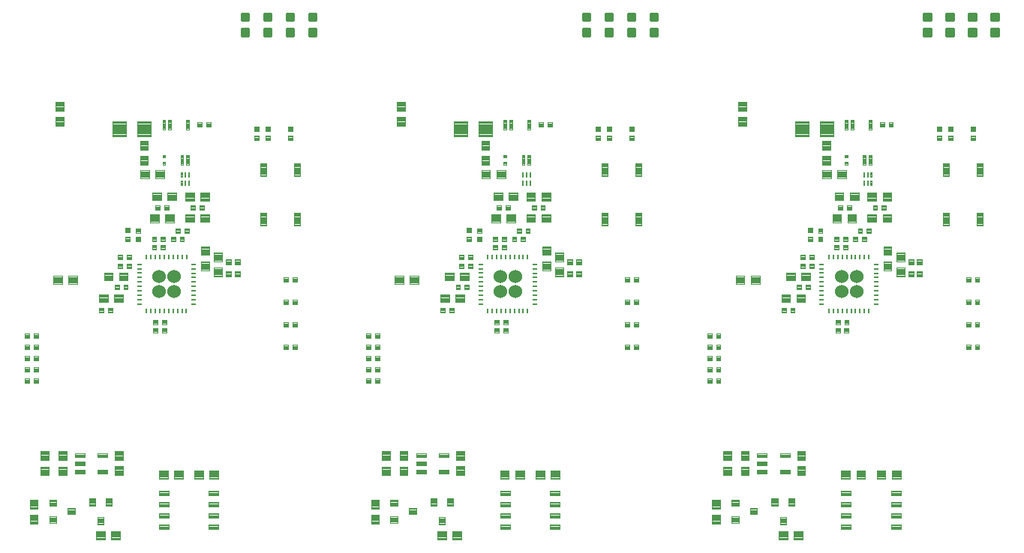
<source format=gtp>
G04 EAGLE Gerber RS-274X export*
G75*
%MOMM*%
%FSLAX34Y34*%
%LPD*%
%INSolderpaste Top*%
%IPPOS*%
%AMOC8*
5,1,8,0,0,1.08239X$1,22.5*%
G01*
%ADD10C,0.100000*%
%ADD11C,0.104000*%
%ADD12C,0.102000*%
%ADD13C,0.105000*%
%ADD14C,0.099000*%
%ADD15C,0.300000*%
%ADD16C,1.524000*%
%ADD17R,0.228600X0.546100*%
%ADD18R,0.546100X0.228600*%
%ADD19C,0.099059*%
%ADD20C,0.102500*%
%ADD21C,0.096000*%


D10*
X48510Y138800D02*
X48510Y148800D01*
X57510Y148800D01*
X57510Y138800D01*
X48510Y138800D01*
X48510Y139750D02*
X57510Y139750D01*
X57510Y140700D02*
X48510Y140700D01*
X48510Y141650D02*
X57510Y141650D01*
X57510Y142600D02*
X48510Y142600D01*
X48510Y143550D02*
X57510Y143550D01*
X57510Y144500D02*
X48510Y144500D01*
X48510Y145450D02*
X57510Y145450D01*
X57510Y146400D02*
X48510Y146400D01*
X48510Y147350D02*
X57510Y147350D01*
X57510Y148300D02*
X48510Y148300D01*
X48510Y131800D02*
X48510Y121800D01*
X48510Y131800D02*
X57510Y131800D01*
X57510Y121800D01*
X48510Y121800D01*
X48510Y122750D02*
X57510Y122750D01*
X57510Y123700D02*
X48510Y123700D01*
X48510Y124650D02*
X57510Y124650D01*
X57510Y125600D02*
X48510Y125600D01*
X48510Y126550D02*
X57510Y126550D01*
X57510Y127500D02*
X48510Y127500D01*
X48510Y128450D02*
X57510Y128450D01*
X57510Y129400D02*
X48510Y129400D01*
X48510Y130350D02*
X57510Y130350D01*
X57510Y131300D02*
X48510Y131300D01*
X111102Y49457D02*
X121102Y49457D01*
X111102Y49457D02*
X111102Y58457D01*
X121102Y58457D01*
X121102Y49457D01*
X121102Y50407D02*
X111102Y50407D01*
X111102Y51357D02*
X121102Y51357D01*
X121102Y52307D02*
X111102Y52307D01*
X111102Y53257D02*
X121102Y53257D01*
X121102Y54207D02*
X111102Y54207D01*
X111102Y55157D02*
X121102Y55157D01*
X121102Y56107D02*
X111102Y56107D01*
X111102Y57057D02*
X121102Y57057D01*
X121102Y58007D02*
X111102Y58007D01*
X128102Y49457D02*
X138102Y49457D01*
X128102Y49457D02*
X128102Y58457D01*
X138102Y58457D01*
X138102Y49457D01*
X138102Y50407D02*
X128102Y50407D01*
X128102Y51357D02*
X138102Y51357D01*
X138102Y52307D02*
X128102Y52307D01*
X128102Y53257D02*
X138102Y53257D01*
X138102Y54207D02*
X128102Y54207D01*
X128102Y55157D02*
X138102Y55157D01*
X138102Y56107D02*
X128102Y56107D01*
X128102Y57057D02*
X138102Y57057D01*
X138102Y58007D02*
X128102Y58007D01*
D11*
X58136Y87244D02*
X58136Y94204D01*
X66096Y94204D01*
X66096Y87244D01*
X58136Y87244D01*
X58136Y88232D02*
X66096Y88232D01*
X66096Y89220D02*
X58136Y89220D01*
X58136Y90208D02*
X66096Y90208D01*
X66096Y91196D02*
X58136Y91196D01*
X58136Y92184D02*
X66096Y92184D01*
X66096Y93172D02*
X58136Y93172D01*
X58136Y94160D02*
X66096Y94160D01*
X58136Y75204D02*
X58136Y68244D01*
X58136Y75204D02*
X66096Y75204D01*
X66096Y68244D01*
X58136Y68244D01*
X58136Y69232D02*
X66096Y69232D01*
X66096Y70220D02*
X58136Y70220D01*
X58136Y71208D02*
X66096Y71208D01*
X66096Y72196D02*
X58136Y72196D01*
X58136Y73184D02*
X66096Y73184D01*
X66096Y74172D02*
X58136Y74172D01*
X58136Y75160D02*
X66096Y75160D01*
X79136Y77744D02*
X79136Y84704D01*
X87096Y84704D01*
X87096Y77744D01*
X79136Y77744D01*
X79136Y78732D02*
X87096Y78732D01*
X87096Y79720D02*
X79136Y79720D01*
X79136Y80708D02*
X87096Y80708D01*
X87096Y81696D02*
X79136Y81696D01*
X79136Y82684D02*
X87096Y82684D01*
X87096Y83672D02*
X79136Y83672D01*
X79136Y84660D02*
X87096Y84660D01*
D10*
X36326Y84150D02*
X36326Y94150D01*
X45326Y94150D01*
X45326Y84150D01*
X36326Y84150D01*
X36326Y85100D02*
X45326Y85100D01*
X45326Y86050D02*
X36326Y86050D01*
X36326Y87000D02*
X45326Y87000D01*
X45326Y87950D02*
X36326Y87950D01*
X36326Y88900D02*
X45326Y88900D01*
X45326Y89850D02*
X36326Y89850D01*
X36326Y90800D02*
X45326Y90800D01*
X45326Y91750D02*
X36326Y91750D01*
X36326Y92700D02*
X45326Y92700D01*
X45326Y93650D02*
X36326Y93650D01*
X36326Y77150D02*
X36326Y67150D01*
X36326Y77150D02*
X45326Y77150D01*
X45326Y67150D01*
X36326Y67150D01*
X36326Y68100D02*
X45326Y68100D01*
X45326Y69050D02*
X36326Y69050D01*
X36326Y70000D02*
X45326Y70000D01*
X45326Y70950D02*
X36326Y70950D01*
X36326Y71900D02*
X45326Y71900D01*
X45326Y72850D02*
X36326Y72850D01*
X36326Y73800D02*
X45326Y73800D01*
X45326Y74750D02*
X36326Y74750D01*
X36326Y75700D02*
X45326Y75700D01*
X45326Y76650D02*
X36326Y76650D01*
X68510Y138800D02*
X68510Y148800D01*
X77510Y148800D01*
X77510Y138800D01*
X68510Y138800D01*
X68510Y139750D02*
X77510Y139750D01*
X77510Y140700D02*
X68510Y140700D01*
X68510Y141650D02*
X77510Y141650D01*
X77510Y142600D02*
X68510Y142600D01*
X68510Y143550D02*
X77510Y143550D01*
X77510Y144500D02*
X68510Y144500D01*
X68510Y145450D02*
X77510Y145450D01*
X77510Y146400D02*
X68510Y146400D01*
X68510Y147350D02*
X77510Y147350D01*
X77510Y148300D02*
X68510Y148300D01*
X68510Y131800D02*
X68510Y121800D01*
X68510Y131800D02*
X77510Y131800D01*
X77510Y121800D01*
X68510Y121800D01*
X68510Y122750D02*
X77510Y122750D01*
X77510Y123700D02*
X68510Y123700D01*
X68510Y124650D02*
X77510Y124650D01*
X77510Y125600D02*
X68510Y125600D01*
X68510Y126550D02*
X77510Y126550D01*
X77510Y127500D02*
X68510Y127500D01*
X68510Y128450D02*
X77510Y128450D01*
X77510Y129400D02*
X68510Y129400D01*
X68510Y130350D02*
X77510Y130350D01*
X77510Y131300D02*
X68510Y131300D01*
D12*
X181910Y104240D02*
X181910Y99260D01*
X181910Y104240D02*
X192890Y104240D01*
X192890Y99260D01*
X181910Y99260D01*
X181910Y100229D02*
X192890Y100229D01*
X192890Y101198D02*
X181910Y101198D01*
X181910Y102167D02*
X192890Y102167D01*
X192890Y103136D02*
X181910Y103136D01*
X181910Y104105D02*
X192890Y104105D01*
X181910Y91540D02*
X181910Y86560D01*
X181910Y91540D02*
X192890Y91540D01*
X192890Y86560D01*
X181910Y86560D01*
X181910Y87529D02*
X192890Y87529D01*
X192890Y88498D02*
X181910Y88498D01*
X181910Y89467D02*
X192890Y89467D01*
X192890Y90436D02*
X181910Y90436D01*
X181910Y91405D02*
X192890Y91405D01*
X181910Y78840D02*
X181910Y73860D01*
X181910Y78840D02*
X192890Y78840D01*
X192890Y73860D01*
X181910Y73860D01*
X181910Y74829D02*
X192890Y74829D01*
X192890Y75798D02*
X181910Y75798D01*
X181910Y76767D02*
X192890Y76767D01*
X192890Y77736D02*
X181910Y77736D01*
X181910Y78705D02*
X192890Y78705D01*
X181910Y66140D02*
X181910Y61160D01*
X181910Y66140D02*
X192890Y66140D01*
X192890Y61160D01*
X181910Y61160D01*
X181910Y62129D02*
X192890Y62129D01*
X192890Y63098D02*
X181910Y63098D01*
X181910Y64067D02*
X192890Y64067D01*
X192890Y65036D02*
X181910Y65036D01*
X181910Y66005D02*
X192890Y66005D01*
X237910Y66140D02*
X237910Y61160D01*
X237910Y66140D02*
X248890Y66140D01*
X248890Y61160D01*
X237910Y61160D01*
X237910Y62129D02*
X248890Y62129D01*
X248890Y63098D02*
X237910Y63098D01*
X237910Y64067D02*
X248890Y64067D01*
X248890Y65036D02*
X237910Y65036D01*
X237910Y66005D02*
X248890Y66005D01*
X237910Y73860D02*
X237910Y78840D01*
X248890Y78840D01*
X248890Y73860D01*
X237910Y73860D01*
X237910Y74829D02*
X248890Y74829D01*
X248890Y75798D02*
X237910Y75798D01*
X237910Y76767D02*
X248890Y76767D01*
X248890Y77736D02*
X237910Y77736D01*
X237910Y78705D02*
X248890Y78705D01*
X237910Y86560D02*
X237910Y91540D01*
X248890Y91540D01*
X248890Y86560D01*
X237910Y86560D01*
X237910Y87529D02*
X248890Y87529D01*
X248890Y88498D02*
X237910Y88498D01*
X237910Y89467D02*
X248890Y89467D01*
X248890Y90436D02*
X237910Y90436D01*
X237910Y91405D02*
X248890Y91405D01*
X237910Y99260D02*
X237910Y104240D01*
X248890Y104240D01*
X248890Y99260D01*
X237910Y99260D01*
X237910Y100229D02*
X248890Y100229D01*
X248890Y101198D02*
X237910Y101198D01*
X237910Y102167D02*
X248890Y102167D01*
X248890Y103136D02*
X237910Y103136D01*
X237910Y104105D02*
X248890Y104105D01*
D10*
X208900Y127200D02*
X198900Y127200D01*
X208900Y127200D02*
X208900Y118200D01*
X198900Y118200D01*
X198900Y127200D01*
X198900Y119150D02*
X208900Y119150D01*
X208900Y120100D02*
X198900Y120100D01*
X198900Y121050D02*
X208900Y121050D01*
X208900Y122000D02*
X198900Y122000D01*
X198900Y122950D02*
X208900Y122950D01*
X208900Y123900D02*
X198900Y123900D01*
X198900Y124850D02*
X208900Y124850D01*
X208900Y125800D02*
X198900Y125800D01*
X198900Y126750D02*
X208900Y126750D01*
X191900Y127200D02*
X181900Y127200D01*
X191900Y127200D02*
X191900Y118200D01*
X181900Y118200D01*
X181900Y127200D01*
X181900Y119150D02*
X191900Y119150D01*
X191900Y120100D02*
X181900Y120100D01*
X181900Y121050D02*
X191900Y121050D01*
X191900Y122000D02*
X181900Y122000D01*
X181900Y122950D02*
X191900Y122950D01*
X191900Y123900D02*
X181900Y123900D01*
X181900Y124850D02*
X191900Y124850D01*
X191900Y125800D02*
X181900Y125800D01*
X181900Y126750D02*
X191900Y126750D01*
D13*
X263375Y346345D02*
X263375Y352795D01*
X263375Y346345D02*
X257425Y346345D01*
X257425Y352795D01*
X263375Y352795D01*
X263375Y347342D02*
X257425Y347342D01*
X257425Y348339D02*
X263375Y348339D01*
X263375Y349336D02*
X257425Y349336D01*
X257425Y350333D02*
X263375Y350333D01*
X263375Y351330D02*
X257425Y351330D01*
X257425Y352327D02*
X263375Y352327D01*
X257425Y359845D02*
X257425Y366295D01*
X263375Y366295D01*
X263375Y359845D01*
X257425Y359845D01*
X257425Y360842D02*
X263375Y360842D01*
X263375Y361839D02*
X257425Y361839D01*
X257425Y362836D02*
X263375Y362836D01*
X263375Y363833D02*
X257425Y363833D01*
X257425Y364830D02*
X263375Y364830D01*
X263375Y365827D02*
X257425Y365827D01*
X267425Y366295D02*
X267425Y359845D01*
X267425Y366295D02*
X273375Y366295D01*
X273375Y359845D01*
X267425Y359845D01*
X267425Y360842D02*
X273375Y360842D01*
X273375Y361839D02*
X267425Y361839D01*
X267425Y362836D02*
X273375Y362836D01*
X273375Y363833D02*
X267425Y363833D01*
X267425Y364830D02*
X273375Y364830D01*
X273375Y365827D02*
X267425Y365827D01*
X273375Y352795D02*
X273375Y346345D01*
X267425Y346345D01*
X267425Y352795D01*
X273375Y352795D01*
X273375Y347342D02*
X267425Y347342D01*
X267425Y348339D02*
X273375Y348339D01*
X273375Y349336D02*
X267425Y349336D01*
X267425Y350333D02*
X273375Y350333D01*
X273375Y351330D02*
X267425Y351330D01*
X267425Y352327D02*
X273375Y352327D01*
D10*
X253254Y356786D02*
X253254Y346786D01*
X244254Y346786D01*
X244254Y356786D01*
X253254Y356786D01*
X253254Y347736D02*
X244254Y347736D01*
X244254Y348686D02*
X253254Y348686D01*
X253254Y349636D02*
X244254Y349636D01*
X244254Y350586D02*
X253254Y350586D01*
X253254Y351536D02*
X244254Y351536D01*
X244254Y352486D02*
X253254Y352486D01*
X253254Y353436D02*
X244254Y353436D01*
X244254Y354386D02*
X253254Y354386D01*
X253254Y355336D02*
X244254Y355336D01*
X244254Y356286D02*
X253254Y356286D01*
X253254Y363786D02*
X253254Y373786D01*
X253254Y363786D02*
X244254Y363786D01*
X244254Y373786D01*
X253254Y373786D01*
X253254Y364736D02*
X244254Y364736D01*
X244254Y365686D02*
X253254Y365686D01*
X253254Y366636D02*
X244254Y366636D01*
X244254Y367586D02*
X253254Y367586D01*
X253254Y368536D02*
X244254Y368536D01*
X244254Y369486D02*
X253254Y369486D01*
X253254Y370436D02*
X244254Y370436D01*
X244254Y371386D02*
X253254Y371386D01*
X253254Y372336D02*
X244254Y372336D01*
X244254Y373286D02*
X253254Y373286D01*
X238567Y363669D02*
X238567Y353669D01*
X229567Y353669D01*
X229567Y363669D01*
X238567Y363669D01*
X238567Y354619D02*
X229567Y354619D01*
X229567Y355569D02*
X238567Y355569D01*
X238567Y356519D02*
X229567Y356519D01*
X229567Y357469D02*
X238567Y357469D01*
X238567Y358419D02*
X229567Y358419D01*
X229567Y359369D02*
X238567Y359369D01*
X238567Y360319D02*
X229567Y360319D01*
X229567Y361269D02*
X238567Y361269D01*
X238567Y362219D02*
X229567Y362219D01*
X229567Y363169D02*
X238567Y363169D01*
X238567Y370669D02*
X238567Y380669D01*
X238567Y370669D02*
X229567Y370669D01*
X229567Y380669D01*
X238567Y380669D01*
X238567Y371619D02*
X229567Y371619D01*
X229567Y372569D02*
X238567Y372569D01*
X238567Y373519D02*
X229567Y373519D01*
X229567Y374469D02*
X238567Y374469D01*
X238567Y375419D02*
X229567Y375419D01*
X229567Y376369D02*
X238567Y376369D01*
X238567Y377319D02*
X229567Y377319D01*
X229567Y378269D02*
X238567Y378269D01*
X238567Y379219D02*
X229567Y379219D01*
X229567Y380169D02*
X238567Y380169D01*
D14*
X87044Y147055D02*
X87044Y142545D01*
X87044Y147055D02*
X98054Y147055D01*
X98054Y142545D01*
X87044Y142545D01*
X87044Y143485D02*
X98054Y143485D01*
X98054Y144425D02*
X87044Y144425D01*
X87044Y145365D02*
X98054Y145365D01*
X98054Y146305D02*
X87044Y146305D01*
X87044Y137555D02*
X87044Y133045D01*
X87044Y137555D02*
X98054Y137555D01*
X98054Y133045D01*
X87044Y133045D01*
X87044Y133985D02*
X98054Y133985D01*
X98054Y134925D02*
X87044Y134925D01*
X87044Y135865D02*
X98054Y135865D01*
X98054Y136805D02*
X87044Y136805D01*
X87044Y128055D02*
X87044Y123545D01*
X87044Y128055D02*
X98054Y128055D01*
X98054Y123545D01*
X87044Y123545D01*
X87044Y124485D02*
X98054Y124485D01*
X98054Y125425D02*
X87044Y125425D01*
X87044Y126365D02*
X98054Y126365D01*
X98054Y127305D02*
X87044Y127305D01*
X113046Y128055D02*
X113046Y123545D01*
X113046Y128055D02*
X124056Y128055D01*
X124056Y123545D01*
X113046Y123545D01*
X113046Y124485D02*
X124056Y124485D01*
X124056Y125425D02*
X113046Y125425D01*
X113046Y126365D02*
X124056Y126365D01*
X124056Y127305D02*
X113046Y127305D01*
X113046Y142545D02*
X113046Y147055D01*
X124056Y147055D01*
X124056Y142545D01*
X113046Y142545D01*
X113046Y143485D02*
X124056Y143485D01*
X124056Y144425D02*
X113046Y144425D01*
X113046Y145365D02*
X124056Y145365D01*
X124056Y146305D02*
X113046Y146305D01*
D10*
X132180Y148900D02*
X132180Y138900D01*
X132180Y148900D02*
X141180Y148900D01*
X141180Y138900D01*
X132180Y138900D01*
X132180Y139850D02*
X141180Y139850D01*
X141180Y140800D02*
X132180Y140800D01*
X132180Y141750D02*
X141180Y141750D01*
X141180Y142700D02*
X132180Y142700D01*
X132180Y143650D02*
X141180Y143650D01*
X141180Y144600D02*
X132180Y144600D01*
X132180Y145550D02*
X141180Y145550D01*
X141180Y146500D02*
X132180Y146500D01*
X132180Y147450D02*
X141180Y147450D01*
X141180Y148400D02*
X132180Y148400D01*
X132180Y131900D02*
X132180Y121900D01*
X132180Y131900D02*
X141180Y131900D01*
X141180Y121900D01*
X132180Y121900D01*
X132180Y122850D02*
X141180Y122850D01*
X141180Y123800D02*
X132180Y123800D01*
X132180Y124750D02*
X141180Y124750D01*
X141180Y125700D02*
X132180Y125700D01*
X132180Y126650D02*
X141180Y126650D01*
X141180Y127600D02*
X132180Y127600D01*
X132180Y128550D02*
X141180Y128550D01*
X141180Y129500D02*
X132180Y129500D01*
X132180Y130450D02*
X141180Y130450D01*
X141180Y131400D02*
X132180Y131400D01*
X221900Y118200D02*
X231900Y118200D01*
X221900Y118200D02*
X221900Y127200D01*
X231900Y127200D01*
X231900Y118200D01*
X231900Y119150D02*
X221900Y119150D01*
X221900Y120100D02*
X231900Y120100D01*
X231900Y121050D02*
X221900Y121050D01*
X221900Y122000D02*
X231900Y122000D01*
X231900Y122950D02*
X221900Y122950D01*
X221900Y123900D02*
X231900Y123900D01*
X231900Y124850D02*
X221900Y124850D01*
X221900Y125800D02*
X231900Y125800D01*
X231900Y126750D02*
X221900Y126750D01*
X238900Y118200D02*
X248900Y118200D01*
X238900Y118200D02*
X238900Y127200D01*
X248900Y127200D01*
X248900Y118200D01*
X248900Y119150D02*
X238900Y119150D01*
X238900Y120100D02*
X248900Y120100D01*
X248900Y121050D02*
X238900Y121050D01*
X238900Y122000D02*
X248900Y122000D01*
X248900Y122950D02*
X238900Y122950D01*
X238900Y123900D02*
X248900Y123900D01*
X248900Y124850D02*
X238900Y124850D01*
X238900Y125800D02*
X248900Y125800D01*
X248900Y126750D02*
X238900Y126750D01*
D11*
X129129Y95453D02*
X122169Y95453D01*
X129129Y95453D02*
X129129Y87493D01*
X122169Y87493D01*
X122169Y95453D01*
X122169Y88481D02*
X129129Y88481D01*
X129129Y89469D02*
X122169Y89469D01*
X122169Y90457D02*
X129129Y90457D01*
X129129Y91445D02*
X122169Y91445D01*
X122169Y92433D02*
X129129Y92433D01*
X129129Y93421D02*
X122169Y93421D01*
X122169Y94409D02*
X129129Y94409D01*
X129129Y95397D02*
X122169Y95397D01*
X110129Y95453D02*
X103169Y95453D01*
X110129Y95453D02*
X110129Y87493D01*
X103169Y87493D01*
X103169Y95453D01*
X103169Y88481D02*
X110129Y88481D01*
X110129Y89469D02*
X103169Y89469D01*
X103169Y90457D02*
X110129Y90457D01*
X110129Y91445D02*
X103169Y91445D01*
X103169Y92433D02*
X110129Y92433D01*
X110129Y93421D02*
X103169Y93421D01*
X103169Y94409D02*
X110129Y94409D01*
X110129Y95397D02*
X103169Y95397D01*
X112669Y74453D02*
X119629Y74453D01*
X119629Y66493D01*
X112669Y66493D01*
X112669Y74453D01*
X112669Y67481D02*
X119629Y67481D01*
X119629Y68469D02*
X112669Y68469D01*
X112669Y69457D02*
X119629Y69457D01*
X119629Y70445D02*
X112669Y70445D01*
X112669Y71433D02*
X119629Y71433D01*
X119629Y72421D02*
X112669Y72421D01*
X112669Y73409D02*
X119629Y73409D01*
X119629Y74397D02*
X112669Y74397D01*
D12*
X332710Y269190D02*
X337690Y269190D01*
X337690Y264210D01*
X332710Y264210D01*
X332710Y269190D01*
X332710Y265179D02*
X337690Y265179D01*
X337690Y266148D02*
X332710Y266148D01*
X332710Y267117D02*
X337690Y267117D01*
X337690Y268086D02*
X332710Y268086D01*
X332710Y269055D02*
X337690Y269055D01*
X327690Y269190D02*
X322710Y269190D01*
X327690Y269190D02*
X327690Y264210D01*
X322710Y264210D01*
X322710Y269190D01*
X322710Y265179D02*
X327690Y265179D01*
X327690Y266148D02*
X322710Y266148D01*
X322710Y267117D02*
X327690Y267117D01*
X327690Y268086D02*
X322710Y268086D01*
X322710Y269055D02*
X327690Y269055D01*
D15*
X352100Y636034D02*
X359100Y636034D01*
X352100Y636034D02*
X352100Y643034D01*
X359100Y643034D01*
X359100Y636034D01*
X359100Y638884D02*
X352100Y638884D01*
X352100Y641734D02*
X359100Y641734D01*
X359100Y618494D02*
X352100Y618494D01*
X352100Y625494D01*
X359100Y625494D01*
X359100Y618494D01*
X359100Y621344D02*
X352100Y621344D01*
X352100Y624194D02*
X359100Y624194D01*
D16*
X182000Y329320D03*
X199000Y329320D03*
X199000Y346320D03*
X182000Y346320D03*
D17*
X213032Y368505D03*
X208032Y368505D03*
X203032Y368505D03*
X198032Y368505D03*
X193032Y368505D03*
X188032Y368505D03*
X183032Y368505D03*
X178032Y368505D03*
X173032Y368505D03*
X168032Y368505D03*
D18*
X159816Y360352D03*
X159816Y355352D03*
X159816Y350352D03*
X159816Y345352D03*
X159816Y340352D03*
X159816Y335352D03*
X159816Y330352D03*
X159816Y325352D03*
X159816Y320352D03*
X159816Y315352D03*
D17*
X167968Y307136D03*
X172968Y307136D03*
X177968Y307136D03*
X182968Y307136D03*
X187968Y307136D03*
X192968Y307136D03*
X197968Y307136D03*
X202968Y307136D03*
X207968Y307136D03*
X212968Y307136D03*
D18*
X221185Y315288D03*
X221185Y320288D03*
X221185Y325288D03*
X221185Y330288D03*
X221185Y335288D03*
X221185Y340288D03*
X221185Y345288D03*
X221185Y350288D03*
X221185Y355288D03*
X221185Y360288D03*
D10*
X228569Y417047D02*
X238569Y417047D01*
X238569Y408047D01*
X228569Y408047D01*
X228569Y417047D01*
X228569Y408997D02*
X238569Y408997D01*
X238569Y409947D02*
X228569Y409947D01*
X228569Y410897D02*
X238569Y410897D01*
X238569Y411847D02*
X228569Y411847D01*
X228569Y412797D02*
X238569Y412797D01*
X238569Y413747D02*
X228569Y413747D01*
X228569Y414697D02*
X238569Y414697D01*
X238569Y415647D02*
X228569Y415647D01*
X228569Y416597D02*
X238569Y416597D01*
X221569Y417047D02*
X211569Y417047D01*
X221569Y417047D02*
X221569Y408047D01*
X211569Y408047D01*
X211569Y417047D01*
X211569Y408997D02*
X221569Y408997D01*
X221569Y409947D02*
X211569Y409947D01*
X211569Y410897D02*
X221569Y410897D01*
X221569Y411847D02*
X211569Y411847D01*
X211569Y412797D02*
X221569Y412797D01*
X221569Y413747D02*
X211569Y413747D01*
X211569Y414697D02*
X221569Y414697D01*
X221569Y415647D02*
X211569Y415647D01*
X211569Y416597D02*
X221569Y416597D01*
X181844Y407767D02*
X171844Y407767D01*
X171844Y416767D01*
X181844Y416767D01*
X181844Y407767D01*
X181844Y408717D02*
X171844Y408717D01*
X171844Y409667D02*
X181844Y409667D01*
X181844Y410617D02*
X171844Y410617D01*
X171844Y411567D02*
X181844Y411567D01*
X181844Y412517D02*
X171844Y412517D01*
X171844Y413467D02*
X181844Y413467D01*
X181844Y414417D02*
X171844Y414417D01*
X171844Y415367D02*
X181844Y415367D01*
X181844Y416317D02*
X171844Y416317D01*
X188844Y407767D02*
X198844Y407767D01*
X188844Y407767D02*
X188844Y416767D01*
X198844Y416767D01*
X198844Y407767D01*
X198844Y408717D02*
X188844Y408717D01*
X188844Y409667D02*
X198844Y409667D01*
X198844Y410617D02*
X188844Y410617D01*
X188844Y411567D02*
X198844Y411567D01*
X198844Y412517D02*
X188844Y412517D01*
X188844Y413467D02*
X198844Y413467D01*
X198844Y414417D02*
X188844Y414417D01*
X188844Y415367D02*
X198844Y415367D01*
X198844Y416317D02*
X188844Y416317D01*
D19*
X334505Y460235D02*
X341135Y460235D01*
X334505Y460235D02*
X334505Y474485D01*
X341135Y474485D01*
X341135Y460235D01*
X341135Y461176D02*
X334505Y461176D01*
X334505Y462117D02*
X341135Y462117D01*
X341135Y463058D02*
X334505Y463058D01*
X334505Y463999D02*
X341135Y463999D01*
X341135Y464940D02*
X334505Y464940D01*
X334505Y465881D02*
X341135Y465881D01*
X341135Y466822D02*
X334505Y466822D01*
X334505Y467763D02*
X341135Y467763D01*
X341135Y468704D02*
X334505Y468704D01*
X334505Y469645D02*
X341135Y469645D01*
X341135Y470586D02*
X334505Y470586D01*
X334505Y471527D02*
X341135Y471527D01*
X341135Y472468D02*
X334505Y472468D01*
X334505Y473409D02*
X341135Y473409D01*
X341135Y474350D02*
X334505Y474350D01*
X334505Y404355D02*
X341135Y404355D01*
X334505Y404355D02*
X334505Y418605D01*
X341135Y418605D01*
X341135Y404355D01*
X341135Y405296D02*
X334505Y405296D01*
X334505Y406237D02*
X341135Y406237D01*
X341135Y407178D02*
X334505Y407178D01*
X334505Y408119D02*
X341135Y408119D01*
X341135Y409060D02*
X334505Y409060D01*
X334505Y410001D02*
X341135Y410001D01*
X341135Y410942D02*
X334505Y410942D01*
X334505Y411883D02*
X341135Y411883D01*
X341135Y412824D02*
X334505Y412824D01*
X334505Y413765D02*
X341135Y413765D01*
X341135Y414706D02*
X334505Y414706D01*
X334505Y415647D02*
X341135Y415647D01*
X341135Y416588D02*
X334505Y416588D01*
X334505Y417529D02*
X341135Y417529D01*
X341135Y418470D02*
X334505Y418470D01*
X303035Y460235D02*
X296405Y460235D01*
X296405Y474485D01*
X303035Y474485D01*
X303035Y460235D01*
X303035Y461176D02*
X296405Y461176D01*
X296405Y462117D02*
X303035Y462117D01*
X303035Y463058D02*
X296405Y463058D01*
X296405Y463999D02*
X303035Y463999D01*
X303035Y464940D02*
X296405Y464940D01*
X296405Y465881D02*
X303035Y465881D01*
X303035Y466822D02*
X296405Y466822D01*
X296405Y467763D02*
X303035Y467763D01*
X303035Y468704D02*
X296405Y468704D01*
X296405Y469645D02*
X303035Y469645D01*
X303035Y470586D02*
X296405Y470586D01*
X296405Y471527D02*
X303035Y471527D01*
X303035Y472468D02*
X296405Y472468D01*
X296405Y473409D02*
X303035Y473409D01*
X303035Y474350D02*
X296405Y474350D01*
X296405Y404355D02*
X303035Y404355D01*
X296405Y404355D02*
X296405Y418605D01*
X303035Y418605D01*
X303035Y404355D01*
X303035Y405296D02*
X296405Y405296D01*
X296405Y406237D02*
X303035Y406237D01*
X303035Y407178D02*
X296405Y407178D01*
X296405Y408119D02*
X303035Y408119D01*
X303035Y409060D02*
X296405Y409060D01*
X296405Y410001D02*
X303035Y410001D01*
X303035Y410942D02*
X296405Y410942D01*
X296405Y411883D02*
X303035Y411883D01*
X303035Y412824D02*
X296405Y412824D01*
X296405Y413765D02*
X303035Y413765D01*
X303035Y414706D02*
X296405Y414706D01*
X296405Y415647D02*
X303035Y415647D01*
X303035Y416588D02*
X296405Y416588D01*
X296405Y417529D02*
X303035Y417529D01*
X303035Y418470D02*
X296405Y418470D01*
D12*
X140818Y360968D02*
X140818Y355988D01*
X135838Y355988D01*
X135838Y360968D01*
X140818Y360968D01*
X140818Y356957D02*
X135838Y356957D01*
X135838Y357926D02*
X140818Y357926D01*
X140818Y358895D02*
X135838Y358895D01*
X135838Y359864D02*
X140818Y359864D01*
X140818Y360833D02*
X135838Y360833D01*
X140818Y365988D02*
X140818Y370968D01*
X140818Y365988D02*
X135838Y365988D01*
X135838Y370968D01*
X140818Y370968D01*
X140818Y366957D02*
X135838Y366957D01*
X135838Y367926D02*
X140818Y367926D01*
X140818Y368895D02*
X135838Y368895D01*
X135838Y369864D02*
X140818Y369864D01*
X140818Y370833D02*
X135838Y370833D01*
D10*
X136850Y350981D02*
X146850Y350981D01*
X146850Y341981D01*
X136850Y341981D01*
X136850Y350981D01*
X136850Y342931D02*
X146850Y342931D01*
X146850Y343881D02*
X136850Y343881D01*
X136850Y344831D02*
X146850Y344831D01*
X146850Y345781D02*
X136850Y345781D01*
X136850Y346731D02*
X146850Y346731D01*
X146850Y347681D02*
X136850Y347681D01*
X136850Y348631D02*
X146850Y348631D01*
X146850Y349581D02*
X136850Y349581D01*
X136850Y350531D02*
X146850Y350531D01*
X129850Y350981D02*
X119850Y350981D01*
X129850Y350981D02*
X129850Y341981D01*
X119850Y341981D01*
X119850Y350981D01*
X119850Y342931D02*
X129850Y342931D01*
X129850Y343881D02*
X119850Y343881D01*
X119850Y344831D02*
X129850Y344831D01*
X129850Y345781D02*
X119850Y345781D01*
X119850Y346731D02*
X129850Y346731D01*
X129850Y347681D02*
X119850Y347681D01*
X119850Y348631D02*
X129850Y348631D01*
X129850Y349581D02*
X119850Y349581D01*
X119850Y350531D02*
X129850Y350531D01*
D12*
X150978Y355908D02*
X150978Y360888D01*
X150978Y355908D02*
X145998Y355908D01*
X145998Y360888D01*
X150978Y360888D01*
X150978Y356877D02*
X145998Y356877D01*
X145998Y357846D02*
X150978Y357846D01*
X150978Y358815D02*
X145998Y358815D01*
X145998Y359784D02*
X150978Y359784D01*
X150978Y360753D02*
X145998Y360753D01*
X150978Y365908D02*
X150978Y370888D01*
X150978Y365908D02*
X145998Y365908D01*
X145998Y370888D01*
X150978Y370888D01*
X150978Y366877D02*
X145998Y366877D01*
X145998Y367846D02*
X150978Y367846D01*
X150978Y368815D02*
X145998Y368815D01*
X145998Y369784D02*
X150978Y369784D01*
X150978Y370753D02*
X145998Y370753D01*
X184120Y382220D02*
X189100Y382220D01*
X189100Y377240D01*
X184120Y377240D01*
X184120Y382220D01*
X184120Y378209D02*
X189100Y378209D01*
X189100Y379178D02*
X184120Y379178D01*
X184120Y380147D02*
X189100Y380147D01*
X189100Y381116D02*
X184120Y381116D01*
X184120Y382085D02*
X189100Y382085D01*
X179100Y382220D02*
X174120Y382220D01*
X179100Y382220D02*
X179100Y377240D01*
X174120Y377240D01*
X174120Y382220D01*
X174120Y378209D02*
X179100Y378209D01*
X179100Y379178D02*
X174120Y379178D01*
X174120Y380147D02*
X179100Y380147D01*
X179100Y381116D02*
X174120Y381116D01*
X174120Y382085D02*
X179100Y382085D01*
X184120Y391440D02*
X189100Y391440D01*
X189100Y386460D01*
X184120Y386460D01*
X184120Y391440D01*
X184120Y387429D02*
X189100Y387429D01*
X189100Y388398D02*
X184120Y388398D01*
X184120Y389367D02*
X189100Y389367D01*
X189100Y390336D02*
X184120Y390336D01*
X184120Y391305D02*
X189100Y391305D01*
X179100Y391440D02*
X174120Y391440D01*
X179100Y391440D02*
X179100Y386460D01*
X174120Y386460D01*
X174120Y391440D01*
X174120Y387429D02*
X179100Y387429D01*
X179100Y388398D02*
X174120Y388398D01*
X174120Y389367D02*
X179100Y389367D01*
X179100Y390336D02*
X174120Y390336D01*
X174120Y391305D02*
X179100Y391305D01*
X146911Y337135D02*
X141931Y337135D01*
X146911Y337135D02*
X146911Y332155D01*
X141931Y332155D01*
X141931Y337135D01*
X141931Y333124D02*
X146911Y333124D01*
X146911Y334093D02*
X141931Y334093D01*
X141931Y335062D02*
X146911Y335062D01*
X146911Y336031D02*
X141931Y336031D01*
X141931Y337000D02*
X146911Y337000D01*
X136911Y337135D02*
X131931Y337135D01*
X136911Y337135D02*
X136911Y332155D01*
X131931Y332155D01*
X131931Y337135D01*
X131931Y333124D02*
X136911Y333124D01*
X136911Y334093D02*
X131931Y334093D01*
X131931Y335062D02*
X136911Y335062D01*
X136911Y336031D02*
X131931Y336031D01*
X131931Y337000D02*
X136911Y337000D01*
X185441Y297689D02*
X190421Y297689D01*
X190421Y292709D01*
X185441Y292709D01*
X185441Y297689D01*
X185441Y293678D02*
X190421Y293678D01*
X190421Y294647D02*
X185441Y294647D01*
X185441Y295616D02*
X190421Y295616D01*
X190421Y296585D02*
X185441Y296585D01*
X185441Y297554D02*
X190421Y297554D01*
X180421Y297689D02*
X175441Y297689D01*
X180421Y297689D02*
X180421Y292709D01*
X175441Y292709D01*
X175441Y297689D01*
X175441Y293678D02*
X180421Y293678D01*
X180421Y294647D02*
X175441Y294647D01*
X175441Y295616D02*
X180421Y295616D01*
X180421Y296585D02*
X175441Y296585D01*
X175441Y297554D02*
X180421Y297554D01*
X185314Y288367D02*
X190294Y288367D01*
X190294Y283387D01*
X185314Y283387D01*
X185314Y288367D01*
X185314Y284356D02*
X190294Y284356D01*
X190294Y285325D02*
X185314Y285325D01*
X185314Y286294D02*
X190294Y286294D01*
X190294Y287263D02*
X185314Y287263D01*
X185314Y288232D02*
X190294Y288232D01*
X180294Y288367D02*
X175314Y288367D01*
X180294Y288367D02*
X180294Y283387D01*
X175314Y283387D01*
X175314Y288367D01*
X175314Y284356D02*
X180294Y284356D01*
X180294Y285325D02*
X175314Y285325D01*
X175314Y286294D02*
X180294Y286294D01*
X180294Y287263D02*
X175314Y287263D01*
X175314Y288232D02*
X180294Y288232D01*
D10*
X141262Y326547D02*
X131262Y326547D01*
X141262Y326547D02*
X141262Y317547D01*
X131262Y317547D01*
X131262Y326547D01*
X131262Y318497D02*
X141262Y318497D01*
X141262Y319447D02*
X131262Y319447D01*
X131262Y320397D02*
X141262Y320397D01*
X141262Y321347D02*
X131262Y321347D01*
X131262Y322297D02*
X141262Y322297D01*
X141262Y323247D02*
X131262Y323247D01*
X131262Y324197D02*
X141262Y324197D01*
X141262Y325147D02*
X131262Y325147D01*
X131262Y326097D02*
X141262Y326097D01*
X124262Y326547D02*
X114262Y326547D01*
X124262Y326547D02*
X124262Y317547D01*
X114262Y317547D01*
X114262Y326547D01*
X114262Y318497D02*
X124262Y318497D01*
X124262Y319447D02*
X114262Y319447D01*
X114262Y320397D02*
X124262Y320397D01*
X124262Y321347D02*
X114262Y321347D01*
X114262Y322297D02*
X124262Y322297D01*
X124262Y323247D02*
X114262Y323247D01*
X114262Y324197D02*
X124262Y324197D01*
X124262Y325147D02*
X114262Y325147D01*
X114262Y326097D02*
X124262Y326097D01*
D12*
X160707Y385981D02*
X160707Y390961D01*
X160707Y385981D02*
X155727Y385981D01*
X155727Y390961D01*
X160707Y390961D01*
X160707Y386950D02*
X155727Y386950D01*
X155727Y387919D02*
X160707Y387919D01*
X160707Y388888D02*
X155727Y388888D01*
X155727Y389857D02*
X160707Y389857D01*
X160707Y390826D02*
X155727Y390826D01*
X160707Y395981D02*
X160707Y400961D01*
X160707Y395981D02*
X155727Y395981D01*
X155727Y400961D01*
X160707Y400961D01*
X160707Y396950D02*
X155727Y396950D01*
X155727Y397919D02*
X160707Y397919D01*
X160707Y398888D02*
X155727Y398888D01*
X155727Y399857D02*
X160707Y399857D01*
X160707Y400826D02*
X155727Y400826D01*
X149277Y391190D02*
X149277Y386210D01*
X144297Y386210D01*
X144297Y391190D01*
X149277Y391190D01*
X149277Y387179D02*
X144297Y387179D01*
X144297Y388148D02*
X149277Y388148D01*
X149277Y389117D02*
X144297Y389117D01*
X144297Y390086D02*
X149277Y390086D01*
X149277Y391055D02*
X144297Y391055D01*
X149277Y396210D02*
X149277Y401190D01*
X149277Y396210D02*
X144297Y396210D01*
X144297Y401190D01*
X149277Y401190D01*
X149277Y397179D02*
X144297Y397179D01*
X144297Y398148D02*
X149277Y398148D01*
X149277Y399117D02*
X144297Y399117D01*
X144297Y400086D02*
X149277Y400086D01*
X149277Y401055D02*
X144297Y401055D01*
D15*
X326700Y636034D02*
X333700Y636034D01*
X326700Y636034D02*
X326700Y643034D01*
X333700Y643034D01*
X333700Y636034D01*
X333700Y638884D02*
X326700Y638884D01*
X326700Y641734D02*
X333700Y641734D01*
X333700Y618494D02*
X326700Y618494D01*
X326700Y625494D01*
X333700Y625494D01*
X333700Y618494D01*
X333700Y621344D02*
X326700Y621344D01*
X326700Y624194D02*
X333700Y624194D01*
D12*
X332690Y505490D02*
X332690Y500510D01*
X327710Y500510D01*
X327710Y505490D01*
X332690Y505490D01*
X332690Y501479D02*
X327710Y501479D01*
X327710Y502448D02*
X332690Y502448D01*
X332690Y503417D02*
X327710Y503417D01*
X327710Y504386D02*
X332690Y504386D01*
X332690Y505355D02*
X327710Y505355D01*
X332690Y510510D02*
X332690Y515490D01*
X332690Y510510D02*
X327710Y510510D01*
X327710Y515490D01*
X332690Y515490D01*
X332690Y511479D02*
X327710Y511479D01*
X327710Y512448D02*
X332690Y512448D01*
X332690Y513417D02*
X327710Y513417D01*
X327710Y514386D02*
X332690Y514386D01*
X332690Y515355D02*
X327710Y515355D01*
X45590Y281890D02*
X40610Y281890D01*
X45590Y281890D02*
X45590Y276910D01*
X40610Y276910D01*
X40610Y281890D01*
X40610Y277879D02*
X45590Y277879D01*
X45590Y278848D02*
X40610Y278848D01*
X40610Y279817D02*
X45590Y279817D01*
X45590Y280786D02*
X40610Y280786D01*
X40610Y281755D02*
X45590Y281755D01*
X35590Y281890D02*
X30610Y281890D01*
X35590Y281890D02*
X35590Y276910D01*
X30610Y276910D01*
X30610Y281890D01*
X30610Y277879D02*
X35590Y277879D01*
X35590Y278848D02*
X30610Y278848D01*
X30610Y279817D02*
X35590Y279817D01*
X35590Y280786D02*
X30610Y280786D01*
X30610Y281755D02*
X35590Y281755D01*
X40610Y269190D02*
X45590Y269190D01*
X45590Y264210D01*
X40610Y264210D01*
X40610Y269190D01*
X40610Y265179D02*
X45590Y265179D01*
X45590Y266148D02*
X40610Y266148D01*
X40610Y267117D02*
X45590Y267117D01*
X45590Y268086D02*
X40610Y268086D01*
X40610Y269055D02*
X45590Y269055D01*
X35590Y269190D02*
X30610Y269190D01*
X35590Y269190D02*
X35590Y264210D01*
X30610Y264210D01*
X30610Y269190D01*
X30610Y265179D02*
X35590Y265179D01*
X35590Y266148D02*
X30610Y266148D01*
X30610Y267117D02*
X35590Y267117D01*
X35590Y268086D02*
X30610Y268086D01*
X30610Y269055D02*
X35590Y269055D01*
X40610Y243790D02*
X45590Y243790D01*
X45590Y238810D01*
X40610Y238810D01*
X40610Y243790D01*
X40610Y239779D02*
X45590Y239779D01*
X45590Y240748D02*
X40610Y240748D01*
X40610Y241717D02*
X45590Y241717D01*
X45590Y242686D02*
X40610Y242686D01*
X40610Y243655D02*
X45590Y243655D01*
X35590Y243790D02*
X30610Y243790D01*
X35590Y243790D02*
X35590Y238810D01*
X30610Y238810D01*
X30610Y243790D01*
X30610Y239779D02*
X35590Y239779D01*
X35590Y240748D02*
X30610Y240748D01*
X30610Y241717D02*
X35590Y241717D01*
X35590Y242686D02*
X30610Y242686D01*
X30610Y243655D02*
X35590Y243655D01*
X40610Y231090D02*
X45590Y231090D01*
X45590Y226110D01*
X40610Y226110D01*
X40610Y231090D01*
X40610Y227079D02*
X45590Y227079D01*
X45590Y228048D02*
X40610Y228048D01*
X40610Y229017D02*
X45590Y229017D01*
X45590Y229986D02*
X40610Y229986D01*
X40610Y230955D02*
X45590Y230955D01*
X35590Y231090D02*
X30610Y231090D01*
X35590Y231090D02*
X35590Y226110D01*
X30610Y226110D01*
X30610Y231090D01*
X30610Y227079D02*
X35590Y227079D01*
X35590Y228048D02*
X30610Y228048D01*
X30610Y229017D02*
X35590Y229017D01*
X35590Y229986D02*
X30610Y229986D01*
X30610Y230955D02*
X35590Y230955D01*
X40610Y256490D02*
X45590Y256490D01*
X45590Y251510D01*
X40610Y251510D01*
X40610Y256490D01*
X40610Y252479D02*
X45590Y252479D01*
X45590Y253448D02*
X40610Y253448D01*
X40610Y254417D02*
X45590Y254417D01*
X45590Y255386D02*
X40610Y255386D01*
X40610Y256355D02*
X45590Y256355D01*
X35590Y256490D02*
X30610Y256490D01*
X35590Y256490D02*
X35590Y251510D01*
X30610Y251510D01*
X30610Y256490D01*
X30610Y252479D02*
X35590Y252479D01*
X35590Y253448D02*
X30610Y253448D01*
X30610Y254417D02*
X35590Y254417D01*
X35590Y255386D02*
X30610Y255386D01*
X30610Y256355D02*
X35590Y256355D01*
X322710Y289610D02*
X327690Y289610D01*
X322710Y289610D02*
X322710Y294590D01*
X327690Y294590D01*
X327690Y289610D01*
X327690Y290579D02*
X322710Y290579D01*
X322710Y291548D02*
X327690Y291548D01*
X327690Y292517D02*
X322710Y292517D01*
X322710Y293486D02*
X327690Y293486D01*
X327690Y294455D02*
X322710Y294455D01*
X332710Y289610D02*
X337690Y289610D01*
X332710Y289610D02*
X332710Y294590D01*
X337690Y294590D01*
X337690Y289610D01*
X337690Y290579D02*
X332710Y290579D01*
X332710Y291548D02*
X337690Y291548D01*
X337690Y292517D02*
X332710Y292517D01*
X332710Y293486D02*
X337690Y293486D01*
X337690Y294455D02*
X332710Y294455D01*
X307290Y500510D02*
X307290Y505490D01*
X307290Y500510D02*
X302310Y500510D01*
X302310Y505490D01*
X307290Y505490D01*
X307290Y501479D02*
X302310Y501479D01*
X302310Y502448D02*
X307290Y502448D01*
X307290Y503417D02*
X302310Y503417D01*
X302310Y504386D02*
X307290Y504386D01*
X307290Y505355D02*
X302310Y505355D01*
X307290Y510510D02*
X307290Y515490D01*
X307290Y510510D02*
X302310Y510510D01*
X302310Y515490D01*
X307290Y515490D01*
X307290Y511479D02*
X302310Y511479D01*
X302310Y512448D02*
X307290Y512448D01*
X307290Y513417D02*
X302310Y513417D01*
X302310Y514386D02*
X307290Y514386D01*
X307290Y515355D02*
X302310Y515355D01*
X322710Y340410D02*
X327690Y340410D01*
X322710Y340410D02*
X322710Y345390D01*
X327690Y345390D01*
X327690Y340410D01*
X327690Y341379D02*
X322710Y341379D01*
X322710Y342348D02*
X327690Y342348D01*
X327690Y343317D02*
X322710Y343317D01*
X322710Y344286D02*
X327690Y344286D01*
X327690Y345255D02*
X322710Y345255D01*
X332710Y340410D02*
X337690Y340410D01*
X332710Y340410D02*
X332710Y345390D01*
X337690Y345390D01*
X337690Y340410D01*
X337690Y341379D02*
X332710Y341379D01*
X332710Y342348D02*
X337690Y342348D01*
X337690Y343317D02*
X332710Y343317D01*
X332710Y344286D02*
X337690Y344286D01*
X337690Y345255D02*
X332710Y345255D01*
D15*
X308300Y636034D02*
X301300Y636034D01*
X301300Y643034D01*
X308300Y643034D01*
X308300Y636034D01*
X308300Y638884D02*
X301300Y638884D01*
X301300Y641734D02*
X308300Y641734D01*
X308300Y618494D02*
X301300Y618494D01*
X301300Y625494D01*
X308300Y625494D01*
X308300Y618494D01*
X308300Y621344D02*
X301300Y621344D01*
X301300Y624194D02*
X308300Y624194D01*
D12*
X294590Y505490D02*
X294590Y500510D01*
X289610Y500510D01*
X289610Y505490D01*
X294590Y505490D01*
X294590Y501479D02*
X289610Y501479D01*
X289610Y502448D02*
X294590Y502448D01*
X294590Y503417D02*
X289610Y503417D01*
X289610Y504386D02*
X294590Y504386D01*
X294590Y505355D02*
X289610Y505355D01*
X294590Y510510D02*
X294590Y515490D01*
X294590Y510510D02*
X289610Y510510D01*
X289610Y515490D01*
X294590Y515490D01*
X294590Y511479D02*
X289610Y511479D01*
X289610Y512448D02*
X294590Y512448D01*
X294590Y513417D02*
X289610Y513417D01*
X289610Y514386D02*
X294590Y514386D01*
X294590Y515355D02*
X289610Y515355D01*
X322710Y315010D02*
X327690Y315010D01*
X322710Y315010D02*
X322710Y319990D01*
X327690Y319990D01*
X327690Y315010D01*
X327690Y315979D02*
X322710Y315979D01*
X322710Y316948D02*
X327690Y316948D01*
X327690Y317917D02*
X322710Y317917D01*
X322710Y318886D02*
X327690Y318886D01*
X327690Y319855D02*
X322710Y319855D01*
X332710Y315010D02*
X337690Y315010D01*
X332710Y315010D02*
X332710Y319990D01*
X337690Y319990D01*
X337690Y315010D01*
X337690Y315979D02*
X332710Y315979D01*
X332710Y316948D02*
X337690Y316948D01*
X337690Y317917D02*
X332710Y317917D01*
X332710Y318886D02*
X337690Y318886D01*
X337690Y319855D02*
X332710Y319855D01*
D15*
X282900Y636034D02*
X275900Y636034D01*
X275900Y643034D01*
X282900Y643034D01*
X282900Y636034D01*
X282900Y638884D02*
X275900Y638884D01*
X275900Y641734D02*
X282900Y641734D01*
X282900Y618494D02*
X275900Y618494D01*
X275900Y625494D01*
X282900Y625494D01*
X282900Y618494D01*
X282900Y621344D02*
X275900Y621344D01*
X275900Y624194D02*
X282900Y624194D01*
D12*
X205618Y395655D02*
X200638Y395655D01*
X200638Y400635D01*
X205618Y400635D01*
X205618Y395655D01*
X205618Y396624D02*
X200638Y396624D01*
X200638Y397593D02*
X205618Y397593D01*
X205618Y398562D02*
X200638Y398562D01*
X200638Y399531D02*
X205618Y399531D01*
X205618Y400500D02*
X200638Y400500D01*
X210638Y395655D02*
X215618Y395655D01*
X210638Y395655D02*
X210638Y400635D01*
X215618Y400635D01*
X215618Y395655D01*
X215618Y396624D02*
X210638Y396624D01*
X210638Y397593D02*
X215618Y397593D01*
X215618Y398562D02*
X210638Y398562D01*
X210638Y399531D02*
X215618Y399531D01*
X215618Y400500D02*
X210638Y400500D01*
X200385Y386460D02*
X195405Y386460D01*
X195405Y391440D01*
X200385Y391440D01*
X200385Y386460D01*
X200385Y387429D02*
X195405Y387429D01*
X195405Y388398D02*
X200385Y388398D01*
X200385Y389367D02*
X195405Y389367D01*
X195405Y390336D02*
X200385Y390336D01*
X200385Y391305D02*
X195405Y391305D01*
X205405Y386460D02*
X210385Y386460D01*
X205405Y386460D02*
X205405Y391440D01*
X210385Y391440D01*
X210385Y386460D01*
X210385Y387429D02*
X205405Y387429D01*
X205405Y388398D02*
X210385Y388398D01*
X210385Y389367D02*
X205405Y389367D01*
X205405Y390336D02*
X210385Y390336D01*
X210385Y391305D02*
X205405Y391305D01*
X227529Y426949D02*
X232509Y426949D01*
X232509Y421969D01*
X227529Y421969D01*
X227529Y426949D01*
X227529Y422938D02*
X232509Y422938D01*
X232509Y423907D02*
X227529Y423907D01*
X227529Y424876D02*
X232509Y424876D01*
X232509Y425845D02*
X227529Y425845D01*
X227529Y426814D02*
X232509Y426814D01*
X222509Y426949D02*
X217529Y426949D01*
X222509Y426949D02*
X222509Y421969D01*
X217529Y421969D01*
X217529Y426949D01*
X217529Y422938D02*
X222509Y422938D01*
X222509Y423907D02*
X217529Y423907D01*
X217529Y424876D02*
X222509Y424876D01*
X222509Y425845D02*
X217529Y425845D01*
X217529Y426814D02*
X222509Y426814D01*
X192986Y426695D02*
X188006Y426695D01*
X192986Y426695D02*
X192986Y421715D01*
X188006Y421715D01*
X188006Y426695D01*
X188006Y422684D02*
X192986Y422684D01*
X192986Y423653D02*
X188006Y423653D01*
X188006Y424622D02*
X192986Y424622D01*
X192986Y425591D02*
X188006Y425591D01*
X188006Y426560D02*
X192986Y426560D01*
X182986Y426695D02*
X178006Y426695D01*
X182986Y426695D02*
X182986Y421715D01*
X178006Y421715D01*
X178006Y426695D01*
X178006Y422684D02*
X182986Y422684D01*
X182986Y423653D02*
X178006Y423653D01*
X178006Y424622D02*
X182986Y424622D01*
X182986Y425591D02*
X178006Y425591D01*
X178006Y426560D02*
X182986Y426560D01*
D10*
X184435Y432482D02*
X174435Y432482D01*
X174435Y441482D01*
X184435Y441482D01*
X184435Y432482D01*
X184435Y433432D02*
X174435Y433432D01*
X174435Y434382D02*
X184435Y434382D01*
X184435Y435332D02*
X174435Y435332D01*
X174435Y436282D02*
X184435Y436282D01*
X184435Y437232D02*
X174435Y437232D01*
X174435Y438182D02*
X184435Y438182D01*
X184435Y439132D02*
X174435Y439132D01*
X174435Y440082D02*
X184435Y440082D01*
X184435Y441032D02*
X174435Y441032D01*
X191435Y432482D02*
X201435Y432482D01*
X191435Y432482D02*
X191435Y441482D01*
X201435Y441482D01*
X201435Y432482D01*
X201435Y433432D02*
X191435Y433432D01*
X191435Y434382D02*
X201435Y434382D01*
X201435Y435332D02*
X191435Y435332D01*
X191435Y436282D02*
X201435Y436282D01*
X201435Y437232D02*
X191435Y437232D01*
X191435Y438182D02*
X201435Y438182D01*
X201435Y439132D02*
X191435Y439132D01*
X191435Y440082D02*
X201435Y440082D01*
X201435Y441032D02*
X191435Y441032D01*
X228569Y441050D02*
X238569Y441050D01*
X238569Y432050D01*
X228569Y432050D01*
X228569Y441050D01*
X228569Y433000D02*
X238569Y433000D01*
X238569Y433950D02*
X228569Y433950D01*
X228569Y434900D02*
X238569Y434900D01*
X238569Y435850D02*
X228569Y435850D01*
X228569Y436800D02*
X238569Y436800D01*
X238569Y437750D02*
X228569Y437750D01*
X228569Y438700D02*
X238569Y438700D01*
X238569Y439650D02*
X228569Y439650D01*
X228569Y440600D02*
X238569Y440600D01*
X221569Y441050D02*
X211569Y441050D01*
X221569Y441050D02*
X221569Y432050D01*
X211569Y432050D01*
X211569Y441050D01*
X211569Y433000D02*
X221569Y433000D01*
X221569Y433950D02*
X211569Y433950D01*
X211569Y434900D02*
X221569Y434900D01*
X221569Y435850D02*
X211569Y435850D01*
X211569Y436800D02*
X221569Y436800D01*
X221569Y437750D02*
X211569Y437750D01*
X211569Y438700D02*
X221569Y438700D01*
X221569Y439650D02*
X211569Y439650D01*
X211569Y440600D02*
X221569Y440600D01*
X65500Y533500D02*
X65500Y543500D01*
X74500Y543500D01*
X74500Y533500D01*
X65500Y533500D01*
X65500Y534450D02*
X74500Y534450D01*
X74500Y535400D02*
X65500Y535400D01*
X65500Y536350D02*
X74500Y536350D01*
X74500Y537300D02*
X65500Y537300D01*
X65500Y538250D02*
X74500Y538250D01*
X74500Y539200D02*
X65500Y539200D01*
X65500Y540150D02*
X74500Y540150D01*
X74500Y541100D02*
X65500Y541100D01*
X65500Y542050D02*
X74500Y542050D01*
X74500Y543000D02*
X65500Y543000D01*
X65500Y526500D02*
X65500Y516500D01*
X65500Y526500D02*
X74500Y526500D01*
X74500Y516500D01*
X65500Y516500D01*
X65500Y517450D02*
X74500Y517450D01*
X74500Y518400D02*
X65500Y518400D01*
X65500Y519350D02*
X74500Y519350D01*
X74500Y520300D02*
X65500Y520300D01*
X65500Y521250D02*
X74500Y521250D01*
X74500Y522200D02*
X65500Y522200D01*
X65500Y523150D02*
X74500Y523150D01*
X74500Y524100D02*
X65500Y524100D01*
X65500Y525050D02*
X74500Y525050D01*
X74500Y526000D02*
X65500Y526000D01*
D20*
X209528Y483961D02*
X209528Y472985D01*
X206452Y472985D01*
X206452Y483961D01*
X209528Y483961D01*
X209528Y473959D02*
X206452Y473959D01*
X206452Y474933D02*
X209528Y474933D01*
X209528Y475907D02*
X206452Y475907D01*
X206452Y476881D02*
X209528Y476881D01*
X209528Y477855D02*
X206452Y477855D01*
X206452Y478829D02*
X209528Y478829D01*
X209528Y479803D02*
X206452Y479803D01*
X206452Y480777D02*
X209528Y480777D01*
X209528Y481751D02*
X206452Y481751D01*
X206452Y482725D02*
X209528Y482725D01*
X209528Y483699D02*
X206452Y483699D01*
X216028Y483961D02*
X216028Y472985D01*
X212952Y472985D01*
X212952Y483961D01*
X216028Y483961D01*
X216028Y473959D02*
X212952Y473959D01*
X212952Y474933D02*
X216028Y474933D01*
X216028Y475907D02*
X212952Y475907D01*
X212952Y476881D02*
X216028Y476881D01*
X216028Y477855D02*
X212952Y477855D01*
X212952Y478829D02*
X216028Y478829D01*
X216028Y479803D02*
X212952Y479803D01*
X212952Y480777D02*
X216028Y480777D01*
X216028Y481751D02*
X212952Y481751D01*
X212952Y482725D02*
X216028Y482725D01*
X216028Y483699D02*
X212952Y483699D01*
X189028Y512785D02*
X189028Y523761D01*
X189028Y512785D02*
X185952Y512785D01*
X185952Y523761D01*
X189028Y523761D01*
X189028Y513759D02*
X185952Y513759D01*
X185952Y514733D02*
X189028Y514733D01*
X189028Y515707D02*
X185952Y515707D01*
X185952Y516681D02*
X189028Y516681D01*
X189028Y517655D02*
X185952Y517655D01*
X185952Y518629D02*
X189028Y518629D01*
X189028Y519603D02*
X185952Y519603D01*
X185952Y520577D02*
X189028Y520577D01*
X189028Y521551D02*
X185952Y521551D01*
X185952Y522525D02*
X189028Y522525D01*
X189028Y523499D02*
X185952Y523499D01*
X195528Y523761D02*
X195528Y512785D01*
X192452Y512785D01*
X192452Y523761D01*
X195528Y523761D01*
X195528Y513759D02*
X192452Y513759D01*
X192452Y514733D02*
X195528Y514733D01*
X195528Y515707D02*
X192452Y515707D01*
X192452Y516681D02*
X195528Y516681D01*
X195528Y517655D02*
X192452Y517655D01*
X192452Y518629D02*
X195528Y518629D01*
X195528Y519603D02*
X192452Y519603D01*
X192452Y520577D02*
X195528Y520577D01*
X195528Y521551D02*
X192452Y521551D01*
X192452Y522525D02*
X195528Y522525D01*
X195528Y523499D02*
X192452Y523499D01*
X216028Y523761D02*
X216028Y512785D01*
X212952Y512785D01*
X212952Y523761D01*
X216028Y523761D01*
X216028Y513759D02*
X212952Y513759D01*
X212952Y514733D02*
X216028Y514733D01*
X216028Y515707D02*
X212952Y515707D01*
X212952Y516681D02*
X216028Y516681D01*
X216028Y517655D02*
X212952Y517655D01*
X212952Y518629D02*
X216028Y518629D01*
X216028Y519603D02*
X212952Y519603D01*
X212952Y520577D02*
X216028Y520577D01*
X216028Y521551D02*
X212952Y521551D01*
X212952Y522525D02*
X216028Y522525D01*
X216028Y523499D02*
X212952Y523499D01*
D10*
X189040Y475973D02*
X189040Y472973D01*
X185940Y472973D01*
X185940Y475973D01*
X189040Y475973D01*
X189040Y473923D02*
X185940Y473923D01*
X185940Y474873D02*
X189040Y474873D01*
X189040Y475823D02*
X185940Y475823D01*
X189040Y480973D02*
X189040Y483973D01*
X189040Y480973D02*
X185940Y480973D01*
X185940Y483973D01*
X189040Y483973D01*
X189040Y481923D02*
X185940Y481923D01*
X185940Y482873D02*
X189040Y482873D01*
X189040Y483823D02*
X185940Y483823D01*
D12*
X210940Y459308D02*
X211920Y459308D01*
X210940Y459308D02*
X210940Y464288D01*
X211920Y464288D01*
X211920Y459308D01*
X211920Y460277D02*
X210940Y460277D01*
X210940Y461246D02*
X211920Y461246D01*
X211920Y462215D02*
X210940Y462215D01*
X210940Y463184D02*
X211920Y463184D01*
X211920Y464153D02*
X210940Y464153D01*
X214940Y459308D02*
X215920Y459308D01*
X214940Y459308D02*
X214940Y464288D01*
X215920Y464288D01*
X215920Y459308D01*
X215920Y460277D02*
X214940Y460277D01*
X214940Y461246D02*
X215920Y461246D01*
X215920Y462215D02*
X214940Y462215D01*
X214940Y463184D02*
X215920Y463184D01*
X215920Y464153D02*
X214940Y464153D01*
X207920Y459308D02*
X206940Y459308D01*
X206940Y464288D01*
X207920Y464288D01*
X207920Y459308D01*
X207920Y460277D02*
X206940Y460277D01*
X206940Y461246D02*
X207920Y461246D01*
X207920Y462215D02*
X206940Y462215D01*
X206940Y463184D02*
X207920Y463184D01*
X207920Y464153D02*
X206940Y464153D01*
X210940Y449808D02*
X211920Y449808D01*
X210940Y449808D02*
X210940Y454788D01*
X211920Y454788D01*
X211920Y449808D01*
X211920Y450777D02*
X210940Y450777D01*
X210940Y451746D02*
X211920Y451746D01*
X211920Y452715D02*
X210940Y452715D01*
X210940Y453684D02*
X211920Y453684D01*
X211920Y454653D02*
X210940Y454653D01*
X214940Y449808D02*
X215920Y449808D01*
X214940Y449808D02*
X214940Y454788D01*
X215920Y454788D01*
X215920Y449808D01*
X215920Y450777D02*
X214940Y450777D01*
X214940Y451746D02*
X215920Y451746D01*
X215920Y452715D02*
X214940Y452715D01*
X214940Y453684D02*
X215920Y453684D01*
X215920Y454653D02*
X214940Y454653D01*
X207920Y449808D02*
X206940Y449808D01*
X206940Y454788D01*
X207920Y454788D01*
X207920Y449808D01*
X207920Y450777D02*
X206940Y450777D01*
X206940Y451746D02*
X207920Y451746D01*
X207920Y452715D02*
X206940Y452715D01*
X206940Y453684D02*
X207920Y453684D01*
X207920Y454653D02*
X206940Y454653D01*
D21*
X172828Y522133D02*
X157788Y522133D01*
X172828Y522133D02*
X172828Y505093D01*
X157788Y505093D01*
X157788Y522133D01*
X157788Y506005D02*
X172828Y506005D01*
X172828Y506917D02*
X157788Y506917D01*
X157788Y507829D02*
X172828Y507829D01*
X172828Y508741D02*
X157788Y508741D01*
X157788Y509653D02*
X172828Y509653D01*
X172828Y510565D02*
X157788Y510565D01*
X157788Y511477D02*
X172828Y511477D01*
X172828Y512389D02*
X157788Y512389D01*
X157788Y513301D02*
X172828Y513301D01*
X172828Y514213D02*
X157788Y514213D01*
X157788Y515125D02*
X172828Y515125D01*
X172828Y516037D02*
X157788Y516037D01*
X157788Y516949D02*
X172828Y516949D01*
X172828Y517861D02*
X157788Y517861D01*
X157788Y518773D02*
X172828Y518773D01*
X172828Y519685D02*
X157788Y519685D01*
X157788Y520597D02*
X172828Y520597D01*
X172828Y521509D02*
X157788Y521509D01*
X144828Y522133D02*
X129788Y522133D01*
X144828Y522133D02*
X144828Y505093D01*
X129788Y505093D01*
X129788Y522133D01*
X129788Y506005D02*
X144828Y506005D01*
X144828Y506917D02*
X129788Y506917D01*
X129788Y507829D02*
X144828Y507829D01*
X144828Y508741D02*
X129788Y508741D01*
X129788Y509653D02*
X144828Y509653D01*
X144828Y510565D02*
X129788Y510565D01*
X129788Y511477D02*
X144828Y511477D01*
X144828Y512389D02*
X129788Y512389D01*
X129788Y513301D02*
X144828Y513301D01*
X144828Y514213D02*
X129788Y514213D01*
X129788Y515125D02*
X144828Y515125D01*
X144828Y516037D02*
X129788Y516037D01*
X129788Y516949D02*
X144828Y516949D01*
X144828Y517861D02*
X129788Y517861D01*
X129788Y518773D02*
X144828Y518773D01*
X144828Y519685D02*
X129788Y519685D01*
X129788Y520597D02*
X144828Y520597D01*
X144828Y521509D02*
X129788Y521509D01*
D10*
X169727Y482453D02*
X169727Y472453D01*
X160727Y472453D01*
X160727Y482453D01*
X169727Y482453D01*
X169727Y473403D02*
X160727Y473403D01*
X160727Y474353D02*
X169727Y474353D01*
X169727Y475303D02*
X160727Y475303D01*
X160727Y476253D02*
X169727Y476253D01*
X169727Y477203D02*
X160727Y477203D01*
X160727Y478153D02*
X169727Y478153D01*
X169727Y479103D02*
X160727Y479103D01*
X160727Y480053D02*
X169727Y480053D01*
X169727Y481003D02*
X160727Y481003D01*
X160727Y481953D02*
X169727Y481953D01*
X169727Y489453D02*
X169727Y499453D01*
X169727Y489453D02*
X160727Y489453D01*
X160727Y499453D01*
X169727Y499453D01*
X169727Y490403D02*
X160727Y490403D01*
X160727Y491353D02*
X169727Y491353D01*
X169727Y492303D02*
X160727Y492303D01*
X160727Y493253D02*
X169727Y493253D01*
X169727Y494203D02*
X160727Y494203D01*
X160727Y495153D02*
X169727Y495153D01*
X169727Y496103D02*
X160727Y496103D01*
X160727Y497053D02*
X169727Y497053D01*
X169727Y498003D02*
X160727Y498003D01*
X160727Y498953D02*
X169727Y498953D01*
D12*
X225326Y515721D02*
X230306Y515721D01*
X225326Y515721D02*
X225326Y520701D01*
X230306Y520701D01*
X230306Y515721D01*
X230306Y516690D02*
X225326Y516690D01*
X225326Y517659D02*
X230306Y517659D01*
X230306Y518628D02*
X225326Y518628D01*
X225326Y519597D02*
X230306Y519597D01*
X230306Y520566D02*
X225326Y520566D01*
X235326Y515721D02*
X240306Y515721D01*
X235326Y515721D02*
X235326Y520701D01*
X240306Y520701D01*
X240306Y515721D01*
X240306Y516690D02*
X235326Y516690D01*
X235326Y517659D02*
X240306Y517659D01*
X240306Y518628D02*
X235326Y518628D01*
X235326Y519597D02*
X240306Y519597D01*
X240306Y520566D02*
X235326Y520566D01*
D10*
X187719Y466805D02*
X177719Y466805D01*
X187719Y466805D02*
X187719Y457805D01*
X177719Y457805D01*
X177719Y466805D01*
X177719Y458755D02*
X187719Y458755D01*
X187719Y459705D02*
X177719Y459705D01*
X177719Y460655D02*
X187719Y460655D01*
X187719Y461605D02*
X177719Y461605D01*
X177719Y462555D02*
X187719Y462555D01*
X187719Y463505D02*
X177719Y463505D01*
X177719Y464455D02*
X187719Y464455D01*
X187719Y465405D02*
X177719Y465405D01*
X177719Y466355D02*
X187719Y466355D01*
X170719Y466805D02*
X160719Y466805D01*
X170719Y466805D02*
X170719Y457805D01*
X160719Y457805D01*
X160719Y466805D01*
X160719Y458755D02*
X170719Y458755D01*
X170719Y459705D02*
X160719Y459705D01*
X160719Y460655D02*
X170719Y460655D01*
X170719Y461605D02*
X160719Y461605D01*
X160719Y462555D02*
X170719Y462555D01*
X170719Y463505D02*
X160719Y463505D01*
X160719Y464455D02*
X170719Y464455D01*
X170719Y465405D02*
X160719Y465405D01*
X160719Y466355D02*
X170719Y466355D01*
X89700Y347400D02*
X79700Y347400D01*
X89700Y347400D02*
X89700Y338400D01*
X79700Y338400D01*
X79700Y347400D01*
X79700Y339350D02*
X89700Y339350D01*
X89700Y340300D02*
X79700Y340300D01*
X79700Y341250D02*
X89700Y341250D01*
X89700Y342200D02*
X79700Y342200D01*
X79700Y343150D02*
X89700Y343150D01*
X89700Y344100D02*
X79700Y344100D01*
X79700Y345050D02*
X89700Y345050D01*
X89700Y346000D02*
X79700Y346000D01*
X79700Y346950D02*
X89700Y346950D01*
X72700Y347400D02*
X62700Y347400D01*
X72700Y347400D02*
X72700Y338400D01*
X62700Y338400D01*
X62700Y347400D01*
X62700Y339350D02*
X72700Y339350D01*
X72700Y340300D02*
X62700Y340300D01*
X62700Y341250D02*
X72700Y341250D01*
X72700Y342200D02*
X62700Y342200D01*
X62700Y343150D02*
X72700Y343150D01*
X72700Y344100D02*
X62700Y344100D01*
X62700Y345050D02*
X72700Y345050D01*
X72700Y346000D02*
X62700Y346000D01*
X62700Y346950D02*
X72700Y346950D01*
D12*
X124430Y311100D02*
X129410Y311100D01*
X129410Y306120D01*
X124430Y306120D01*
X124430Y311100D01*
X124430Y307089D02*
X129410Y307089D01*
X129410Y308058D02*
X124430Y308058D01*
X124430Y309027D02*
X129410Y309027D01*
X129410Y309996D02*
X124430Y309996D01*
X124430Y310965D02*
X129410Y310965D01*
X119410Y311100D02*
X114430Y311100D01*
X119410Y311100D02*
X119410Y306120D01*
X114430Y306120D01*
X114430Y311100D01*
X114430Y307089D02*
X119410Y307089D01*
X119410Y308058D02*
X114430Y308058D01*
X114430Y309027D02*
X119410Y309027D01*
X119410Y309996D02*
X114430Y309996D01*
X114430Y310965D02*
X119410Y310965D01*
D10*
X433599Y148800D02*
X433599Y138800D01*
X433599Y148800D02*
X442599Y148800D01*
X442599Y138800D01*
X433599Y138800D01*
X433599Y139750D02*
X442599Y139750D01*
X442599Y140700D02*
X433599Y140700D01*
X433599Y141650D02*
X442599Y141650D01*
X442599Y142600D02*
X433599Y142600D01*
X433599Y143550D02*
X442599Y143550D01*
X442599Y144500D02*
X433599Y144500D01*
X433599Y145450D02*
X442599Y145450D01*
X442599Y146400D02*
X433599Y146400D01*
X433599Y147350D02*
X442599Y147350D01*
X442599Y148300D02*
X433599Y148300D01*
X433599Y131800D02*
X433599Y121800D01*
X433599Y131800D02*
X442599Y131800D01*
X442599Y121800D01*
X433599Y121800D01*
X433599Y122750D02*
X442599Y122750D01*
X442599Y123700D02*
X433599Y123700D01*
X433599Y124650D02*
X442599Y124650D01*
X442599Y125600D02*
X433599Y125600D01*
X433599Y126550D02*
X442599Y126550D01*
X442599Y127500D02*
X433599Y127500D01*
X433599Y128450D02*
X442599Y128450D01*
X442599Y129400D02*
X433599Y129400D01*
X433599Y130350D02*
X442599Y130350D01*
X442599Y131300D02*
X433599Y131300D01*
X496192Y49457D02*
X506192Y49457D01*
X496192Y49457D02*
X496192Y58457D01*
X506192Y58457D01*
X506192Y49457D01*
X506192Y50407D02*
X496192Y50407D01*
X496192Y51357D02*
X506192Y51357D01*
X506192Y52307D02*
X496192Y52307D01*
X496192Y53257D02*
X506192Y53257D01*
X506192Y54207D02*
X496192Y54207D01*
X496192Y55157D02*
X506192Y55157D01*
X506192Y56107D02*
X496192Y56107D01*
X496192Y57057D02*
X506192Y57057D01*
X506192Y58007D02*
X496192Y58007D01*
X513192Y49457D02*
X523192Y49457D01*
X513192Y49457D02*
X513192Y58457D01*
X523192Y58457D01*
X523192Y49457D01*
X523192Y50407D02*
X513192Y50407D01*
X513192Y51357D02*
X523192Y51357D01*
X523192Y52307D02*
X513192Y52307D01*
X513192Y53257D02*
X523192Y53257D01*
X523192Y54207D02*
X513192Y54207D01*
X513192Y55157D02*
X523192Y55157D01*
X523192Y56107D02*
X513192Y56107D01*
X513192Y57057D02*
X523192Y57057D01*
X523192Y58007D02*
X513192Y58007D01*
D11*
X443225Y87244D02*
X443225Y94204D01*
X451185Y94204D01*
X451185Y87244D01*
X443225Y87244D01*
X443225Y88232D02*
X451185Y88232D01*
X451185Y89220D02*
X443225Y89220D01*
X443225Y90208D02*
X451185Y90208D01*
X451185Y91196D02*
X443225Y91196D01*
X443225Y92184D02*
X451185Y92184D01*
X451185Y93172D02*
X443225Y93172D01*
X443225Y94160D02*
X451185Y94160D01*
X443225Y75204D02*
X443225Y68244D01*
X443225Y75204D02*
X451185Y75204D01*
X451185Y68244D01*
X443225Y68244D01*
X443225Y69232D02*
X451185Y69232D01*
X451185Y70220D02*
X443225Y70220D01*
X443225Y71208D02*
X451185Y71208D01*
X451185Y72196D02*
X443225Y72196D01*
X443225Y73184D02*
X451185Y73184D01*
X451185Y74172D02*
X443225Y74172D01*
X443225Y75160D02*
X451185Y75160D01*
X464225Y77744D02*
X464225Y84704D01*
X472185Y84704D01*
X472185Y77744D01*
X464225Y77744D01*
X464225Y78732D02*
X472185Y78732D01*
X472185Y79720D02*
X464225Y79720D01*
X464225Y80708D02*
X472185Y80708D01*
X472185Y81696D02*
X464225Y81696D01*
X464225Y82684D02*
X472185Y82684D01*
X472185Y83672D02*
X464225Y83672D01*
X464225Y84660D02*
X472185Y84660D01*
D10*
X421415Y84150D02*
X421415Y94150D01*
X430415Y94150D01*
X430415Y84150D01*
X421415Y84150D01*
X421415Y85100D02*
X430415Y85100D01*
X430415Y86050D02*
X421415Y86050D01*
X421415Y87000D02*
X430415Y87000D01*
X430415Y87950D02*
X421415Y87950D01*
X421415Y88900D02*
X430415Y88900D01*
X430415Y89850D02*
X421415Y89850D01*
X421415Y90800D02*
X430415Y90800D01*
X430415Y91750D02*
X421415Y91750D01*
X421415Y92700D02*
X430415Y92700D01*
X430415Y93650D02*
X421415Y93650D01*
X421415Y77150D02*
X421415Y67150D01*
X421415Y77150D02*
X430415Y77150D01*
X430415Y67150D01*
X421415Y67150D01*
X421415Y68100D02*
X430415Y68100D01*
X430415Y69050D02*
X421415Y69050D01*
X421415Y70000D02*
X430415Y70000D01*
X430415Y70950D02*
X421415Y70950D01*
X421415Y71900D02*
X430415Y71900D01*
X430415Y72850D02*
X421415Y72850D01*
X421415Y73800D02*
X430415Y73800D01*
X430415Y74750D02*
X421415Y74750D01*
X421415Y75700D02*
X430415Y75700D01*
X430415Y76650D02*
X421415Y76650D01*
X453599Y138800D02*
X453599Y148800D01*
X462599Y148800D01*
X462599Y138800D01*
X453599Y138800D01*
X453599Y139750D02*
X462599Y139750D01*
X462599Y140700D02*
X453599Y140700D01*
X453599Y141650D02*
X462599Y141650D01*
X462599Y142600D02*
X453599Y142600D01*
X453599Y143550D02*
X462599Y143550D01*
X462599Y144500D02*
X453599Y144500D01*
X453599Y145450D02*
X462599Y145450D01*
X462599Y146400D02*
X453599Y146400D01*
X453599Y147350D02*
X462599Y147350D01*
X462599Y148300D02*
X453599Y148300D01*
X453599Y131800D02*
X453599Y121800D01*
X453599Y131800D02*
X462599Y131800D01*
X462599Y121800D01*
X453599Y121800D01*
X453599Y122750D02*
X462599Y122750D01*
X462599Y123700D02*
X453599Y123700D01*
X453599Y124650D02*
X462599Y124650D01*
X462599Y125600D02*
X453599Y125600D01*
X453599Y126550D02*
X462599Y126550D01*
X462599Y127500D02*
X453599Y127500D01*
X453599Y128450D02*
X462599Y128450D01*
X462599Y129400D02*
X453599Y129400D01*
X453599Y130350D02*
X462599Y130350D01*
X462599Y131300D02*
X453599Y131300D01*
D12*
X566999Y104240D02*
X566999Y99260D01*
X566999Y104240D02*
X577979Y104240D01*
X577979Y99260D01*
X566999Y99260D01*
X566999Y100229D02*
X577979Y100229D01*
X577979Y101198D02*
X566999Y101198D01*
X566999Y102167D02*
X577979Y102167D01*
X577979Y103136D02*
X566999Y103136D01*
X566999Y104105D02*
X577979Y104105D01*
X566999Y91540D02*
X566999Y86560D01*
X566999Y91540D02*
X577979Y91540D01*
X577979Y86560D01*
X566999Y86560D01*
X566999Y87529D02*
X577979Y87529D01*
X577979Y88498D02*
X566999Y88498D01*
X566999Y89467D02*
X577979Y89467D01*
X577979Y90436D02*
X566999Y90436D01*
X566999Y91405D02*
X577979Y91405D01*
X566999Y78840D02*
X566999Y73860D01*
X566999Y78840D02*
X577979Y78840D01*
X577979Y73860D01*
X566999Y73860D01*
X566999Y74829D02*
X577979Y74829D01*
X577979Y75798D02*
X566999Y75798D01*
X566999Y76767D02*
X577979Y76767D01*
X577979Y77736D02*
X566999Y77736D01*
X566999Y78705D02*
X577979Y78705D01*
X566999Y66140D02*
X566999Y61160D01*
X566999Y66140D02*
X577979Y66140D01*
X577979Y61160D01*
X566999Y61160D01*
X566999Y62129D02*
X577979Y62129D01*
X577979Y63098D02*
X566999Y63098D01*
X566999Y64067D02*
X577979Y64067D01*
X577979Y65036D02*
X566999Y65036D01*
X566999Y66005D02*
X577979Y66005D01*
X622999Y66140D02*
X622999Y61160D01*
X622999Y66140D02*
X633979Y66140D01*
X633979Y61160D01*
X622999Y61160D01*
X622999Y62129D02*
X633979Y62129D01*
X633979Y63098D02*
X622999Y63098D01*
X622999Y64067D02*
X633979Y64067D01*
X633979Y65036D02*
X622999Y65036D01*
X622999Y66005D02*
X633979Y66005D01*
X622999Y73860D02*
X622999Y78840D01*
X633979Y78840D01*
X633979Y73860D01*
X622999Y73860D01*
X622999Y74829D02*
X633979Y74829D01*
X633979Y75798D02*
X622999Y75798D01*
X622999Y76767D02*
X633979Y76767D01*
X633979Y77736D02*
X622999Y77736D01*
X622999Y78705D02*
X633979Y78705D01*
X622999Y86560D02*
X622999Y91540D01*
X633979Y91540D01*
X633979Y86560D01*
X622999Y86560D01*
X622999Y87529D02*
X633979Y87529D01*
X633979Y88498D02*
X622999Y88498D01*
X622999Y89467D02*
X633979Y89467D01*
X633979Y90436D02*
X622999Y90436D01*
X622999Y91405D02*
X633979Y91405D01*
X622999Y99260D02*
X622999Y104240D01*
X633979Y104240D01*
X633979Y99260D01*
X622999Y99260D01*
X622999Y100229D02*
X633979Y100229D01*
X633979Y101198D02*
X622999Y101198D01*
X622999Y102167D02*
X633979Y102167D01*
X633979Y103136D02*
X622999Y103136D01*
X622999Y104105D02*
X633979Y104105D01*
D10*
X593989Y127200D02*
X583989Y127200D01*
X593989Y127200D02*
X593989Y118200D01*
X583989Y118200D01*
X583989Y127200D01*
X583989Y119150D02*
X593989Y119150D01*
X593989Y120100D02*
X583989Y120100D01*
X583989Y121050D02*
X593989Y121050D01*
X593989Y122000D02*
X583989Y122000D01*
X583989Y122950D02*
X593989Y122950D01*
X593989Y123900D02*
X583989Y123900D01*
X583989Y124850D02*
X593989Y124850D01*
X593989Y125800D02*
X583989Y125800D01*
X583989Y126750D02*
X593989Y126750D01*
X576989Y127200D02*
X566989Y127200D01*
X576989Y127200D02*
X576989Y118200D01*
X566989Y118200D01*
X566989Y127200D01*
X566989Y119150D02*
X576989Y119150D01*
X576989Y120100D02*
X566989Y120100D01*
X566989Y121050D02*
X576989Y121050D01*
X576989Y122000D02*
X566989Y122000D01*
X566989Y122950D02*
X576989Y122950D01*
X576989Y123900D02*
X566989Y123900D01*
X566989Y124850D02*
X576989Y124850D01*
X576989Y125800D02*
X566989Y125800D01*
X566989Y126750D02*
X576989Y126750D01*
D13*
X648464Y346345D02*
X648464Y352795D01*
X648464Y346345D02*
X642514Y346345D01*
X642514Y352795D01*
X648464Y352795D01*
X648464Y347342D02*
X642514Y347342D01*
X642514Y348339D02*
X648464Y348339D01*
X648464Y349336D02*
X642514Y349336D01*
X642514Y350333D02*
X648464Y350333D01*
X648464Y351330D02*
X642514Y351330D01*
X642514Y352327D02*
X648464Y352327D01*
X642514Y359845D02*
X642514Y366295D01*
X648464Y366295D01*
X648464Y359845D01*
X642514Y359845D01*
X642514Y360842D02*
X648464Y360842D01*
X648464Y361839D02*
X642514Y361839D01*
X642514Y362836D02*
X648464Y362836D01*
X648464Y363833D02*
X642514Y363833D01*
X642514Y364830D02*
X648464Y364830D01*
X648464Y365827D02*
X642514Y365827D01*
X652514Y366295D02*
X652514Y359845D01*
X652514Y366295D02*
X658464Y366295D01*
X658464Y359845D01*
X652514Y359845D01*
X652514Y360842D02*
X658464Y360842D01*
X658464Y361839D02*
X652514Y361839D01*
X652514Y362836D02*
X658464Y362836D01*
X658464Y363833D02*
X652514Y363833D01*
X652514Y364830D02*
X658464Y364830D01*
X658464Y365827D02*
X652514Y365827D01*
X658464Y352795D02*
X658464Y346345D01*
X652514Y346345D01*
X652514Y352795D01*
X658464Y352795D01*
X658464Y347342D02*
X652514Y347342D01*
X652514Y348339D02*
X658464Y348339D01*
X658464Y349336D02*
X652514Y349336D01*
X652514Y350333D02*
X658464Y350333D01*
X658464Y351330D02*
X652514Y351330D01*
X652514Y352327D02*
X658464Y352327D01*
D10*
X638343Y356786D02*
X638343Y346786D01*
X629343Y346786D01*
X629343Y356786D01*
X638343Y356786D01*
X638343Y347736D02*
X629343Y347736D01*
X629343Y348686D02*
X638343Y348686D01*
X638343Y349636D02*
X629343Y349636D01*
X629343Y350586D02*
X638343Y350586D01*
X638343Y351536D02*
X629343Y351536D01*
X629343Y352486D02*
X638343Y352486D01*
X638343Y353436D02*
X629343Y353436D01*
X629343Y354386D02*
X638343Y354386D01*
X638343Y355336D02*
X629343Y355336D01*
X629343Y356286D02*
X638343Y356286D01*
X638343Y363786D02*
X638343Y373786D01*
X638343Y363786D02*
X629343Y363786D01*
X629343Y373786D01*
X638343Y373786D01*
X638343Y364736D02*
X629343Y364736D01*
X629343Y365686D02*
X638343Y365686D01*
X638343Y366636D02*
X629343Y366636D01*
X629343Y367586D02*
X638343Y367586D01*
X638343Y368536D02*
X629343Y368536D01*
X629343Y369486D02*
X638343Y369486D01*
X638343Y370436D02*
X629343Y370436D01*
X629343Y371386D02*
X638343Y371386D01*
X638343Y372336D02*
X629343Y372336D01*
X629343Y373286D02*
X638343Y373286D01*
X623656Y363669D02*
X623656Y353669D01*
X614656Y353669D01*
X614656Y363669D01*
X623656Y363669D01*
X623656Y354619D02*
X614656Y354619D01*
X614656Y355569D02*
X623656Y355569D01*
X623656Y356519D02*
X614656Y356519D01*
X614656Y357469D02*
X623656Y357469D01*
X623656Y358419D02*
X614656Y358419D01*
X614656Y359369D02*
X623656Y359369D01*
X623656Y360319D02*
X614656Y360319D01*
X614656Y361269D02*
X623656Y361269D01*
X623656Y362219D02*
X614656Y362219D01*
X614656Y363169D02*
X623656Y363169D01*
X623656Y370669D02*
X623656Y380669D01*
X623656Y370669D02*
X614656Y370669D01*
X614656Y380669D01*
X623656Y380669D01*
X623656Y371619D02*
X614656Y371619D01*
X614656Y372569D02*
X623656Y372569D01*
X623656Y373519D02*
X614656Y373519D01*
X614656Y374469D02*
X623656Y374469D01*
X623656Y375419D02*
X614656Y375419D01*
X614656Y376369D02*
X623656Y376369D01*
X623656Y377319D02*
X614656Y377319D01*
X614656Y378269D02*
X623656Y378269D01*
X623656Y379219D02*
X614656Y379219D01*
X614656Y380169D02*
X623656Y380169D01*
D14*
X472133Y147055D02*
X472133Y142545D01*
X472133Y147055D02*
X483143Y147055D01*
X483143Y142545D01*
X472133Y142545D01*
X472133Y143485D02*
X483143Y143485D01*
X483143Y144425D02*
X472133Y144425D01*
X472133Y145365D02*
X483143Y145365D01*
X483143Y146305D02*
X472133Y146305D01*
X472133Y137555D02*
X472133Y133045D01*
X472133Y137555D02*
X483143Y137555D01*
X483143Y133045D01*
X472133Y133045D01*
X472133Y133985D02*
X483143Y133985D01*
X483143Y134925D02*
X472133Y134925D01*
X472133Y135865D02*
X483143Y135865D01*
X483143Y136805D02*
X472133Y136805D01*
X472133Y128055D02*
X472133Y123545D01*
X472133Y128055D02*
X483143Y128055D01*
X483143Y123545D01*
X472133Y123545D01*
X472133Y124485D02*
X483143Y124485D01*
X483143Y125425D02*
X472133Y125425D01*
X472133Y126365D02*
X483143Y126365D01*
X483143Y127305D02*
X472133Y127305D01*
X498135Y128055D02*
X498135Y123545D01*
X498135Y128055D02*
X509145Y128055D01*
X509145Y123545D01*
X498135Y123545D01*
X498135Y124485D02*
X509145Y124485D01*
X509145Y125425D02*
X498135Y125425D01*
X498135Y126365D02*
X509145Y126365D01*
X509145Y127305D02*
X498135Y127305D01*
X498135Y142545D02*
X498135Y147055D01*
X509145Y147055D01*
X509145Y142545D01*
X498135Y142545D01*
X498135Y143485D02*
X509145Y143485D01*
X509145Y144425D02*
X498135Y144425D01*
X498135Y145365D02*
X509145Y145365D01*
X509145Y146305D02*
X498135Y146305D01*
D10*
X517269Y148900D02*
X517269Y138900D01*
X517269Y148900D02*
X526269Y148900D01*
X526269Y138900D01*
X517269Y138900D01*
X517269Y139850D02*
X526269Y139850D01*
X526269Y140800D02*
X517269Y140800D01*
X517269Y141750D02*
X526269Y141750D01*
X526269Y142700D02*
X517269Y142700D01*
X517269Y143650D02*
X526269Y143650D01*
X526269Y144600D02*
X517269Y144600D01*
X517269Y145550D02*
X526269Y145550D01*
X526269Y146500D02*
X517269Y146500D01*
X517269Y147450D02*
X526269Y147450D01*
X526269Y148400D02*
X517269Y148400D01*
X517269Y131900D02*
X517269Y121900D01*
X517269Y131900D02*
X526269Y131900D01*
X526269Y121900D01*
X517269Y121900D01*
X517269Y122850D02*
X526269Y122850D01*
X526269Y123800D02*
X517269Y123800D01*
X517269Y124750D02*
X526269Y124750D01*
X526269Y125700D02*
X517269Y125700D01*
X517269Y126650D02*
X526269Y126650D01*
X526269Y127600D02*
X517269Y127600D01*
X517269Y128550D02*
X526269Y128550D01*
X526269Y129500D02*
X517269Y129500D01*
X517269Y130450D02*
X526269Y130450D01*
X526269Y131400D02*
X517269Y131400D01*
X606989Y118200D02*
X616989Y118200D01*
X606989Y118200D02*
X606989Y127200D01*
X616989Y127200D01*
X616989Y118200D01*
X616989Y119150D02*
X606989Y119150D01*
X606989Y120100D02*
X616989Y120100D01*
X616989Y121050D02*
X606989Y121050D01*
X606989Y122000D02*
X616989Y122000D01*
X616989Y122950D02*
X606989Y122950D01*
X606989Y123900D02*
X616989Y123900D01*
X616989Y124850D02*
X606989Y124850D01*
X606989Y125800D02*
X616989Y125800D01*
X616989Y126750D02*
X606989Y126750D01*
X623989Y118200D02*
X633989Y118200D01*
X623989Y118200D02*
X623989Y127200D01*
X633989Y127200D01*
X633989Y118200D01*
X633989Y119150D02*
X623989Y119150D01*
X623989Y120100D02*
X633989Y120100D01*
X633989Y121050D02*
X623989Y121050D01*
X623989Y122000D02*
X633989Y122000D01*
X633989Y122950D02*
X623989Y122950D01*
X623989Y123900D02*
X633989Y123900D01*
X633989Y124850D02*
X623989Y124850D01*
X623989Y125800D02*
X633989Y125800D01*
X633989Y126750D02*
X623989Y126750D01*
D11*
X514218Y95453D02*
X507258Y95453D01*
X514218Y95453D02*
X514218Y87493D01*
X507258Y87493D01*
X507258Y95453D01*
X507258Y88481D02*
X514218Y88481D01*
X514218Y89469D02*
X507258Y89469D01*
X507258Y90457D02*
X514218Y90457D01*
X514218Y91445D02*
X507258Y91445D01*
X507258Y92433D02*
X514218Y92433D01*
X514218Y93421D02*
X507258Y93421D01*
X507258Y94409D02*
X514218Y94409D01*
X514218Y95397D02*
X507258Y95397D01*
X495218Y95453D02*
X488258Y95453D01*
X495218Y95453D02*
X495218Y87493D01*
X488258Y87493D01*
X488258Y95453D01*
X488258Y88481D02*
X495218Y88481D01*
X495218Y89469D02*
X488258Y89469D01*
X488258Y90457D02*
X495218Y90457D01*
X495218Y91445D02*
X488258Y91445D01*
X488258Y92433D02*
X495218Y92433D01*
X495218Y93421D02*
X488258Y93421D01*
X488258Y94409D02*
X495218Y94409D01*
X495218Y95397D02*
X488258Y95397D01*
X497758Y74453D02*
X504718Y74453D01*
X504718Y66493D01*
X497758Y66493D01*
X497758Y74453D01*
X497758Y67481D02*
X504718Y67481D01*
X504718Y68469D02*
X497758Y68469D01*
X497758Y69457D02*
X504718Y69457D01*
X504718Y70445D02*
X497758Y70445D01*
X497758Y71433D02*
X504718Y71433D01*
X504718Y72421D02*
X497758Y72421D01*
X497758Y73409D02*
X504718Y73409D01*
X504718Y74397D02*
X497758Y74397D01*
D12*
X717799Y269190D02*
X722779Y269190D01*
X722779Y264210D01*
X717799Y264210D01*
X717799Y269190D01*
X717799Y265179D02*
X722779Y265179D01*
X722779Y266148D02*
X717799Y266148D01*
X717799Y267117D02*
X722779Y267117D01*
X722779Y268086D02*
X717799Y268086D01*
X717799Y269055D02*
X722779Y269055D01*
X712779Y269190D02*
X707799Y269190D01*
X712779Y269190D02*
X712779Y264210D01*
X707799Y264210D01*
X707799Y269190D01*
X707799Y265179D02*
X712779Y265179D01*
X712779Y266148D02*
X707799Y266148D01*
X707799Y267117D02*
X712779Y267117D01*
X712779Y268086D02*
X707799Y268086D01*
X707799Y269055D02*
X712779Y269055D01*
D15*
X737190Y636034D02*
X744190Y636034D01*
X737190Y636034D02*
X737190Y643034D01*
X744190Y643034D01*
X744190Y636034D01*
X744190Y638884D02*
X737190Y638884D01*
X737190Y641734D02*
X744190Y641734D01*
X744190Y618494D02*
X737190Y618494D01*
X737190Y625494D01*
X744190Y625494D01*
X744190Y618494D01*
X744190Y621344D02*
X737190Y621344D01*
X737190Y624194D02*
X744190Y624194D01*
D16*
X567089Y329320D03*
X584089Y329320D03*
X584089Y346320D03*
X567089Y346320D03*
D17*
X598121Y368505D03*
X593121Y368505D03*
X588121Y368505D03*
X583121Y368505D03*
X578121Y368505D03*
X573121Y368505D03*
X568121Y368505D03*
X563121Y368505D03*
X558121Y368505D03*
X553121Y368505D03*
D18*
X544905Y360352D03*
X544905Y355352D03*
X544905Y350352D03*
X544905Y345352D03*
X544905Y340352D03*
X544905Y335352D03*
X544905Y330352D03*
X544905Y325352D03*
X544905Y320352D03*
X544905Y315352D03*
D17*
X553058Y307136D03*
X558058Y307136D03*
X563058Y307136D03*
X568058Y307136D03*
X573058Y307136D03*
X578058Y307136D03*
X583058Y307136D03*
X588058Y307136D03*
X593058Y307136D03*
X598058Y307136D03*
D18*
X606274Y315288D03*
X606274Y320288D03*
X606274Y325288D03*
X606274Y330288D03*
X606274Y335288D03*
X606274Y340288D03*
X606274Y345288D03*
X606274Y350288D03*
X606274Y355288D03*
X606274Y360288D03*
D10*
X613659Y417047D02*
X623659Y417047D01*
X623659Y408047D01*
X613659Y408047D01*
X613659Y417047D01*
X613659Y408997D02*
X623659Y408997D01*
X623659Y409947D02*
X613659Y409947D01*
X613659Y410897D02*
X623659Y410897D01*
X623659Y411847D02*
X613659Y411847D01*
X613659Y412797D02*
X623659Y412797D01*
X623659Y413747D02*
X613659Y413747D01*
X613659Y414697D02*
X623659Y414697D01*
X623659Y415647D02*
X613659Y415647D01*
X613659Y416597D02*
X623659Y416597D01*
X606659Y417047D02*
X596659Y417047D01*
X606659Y417047D02*
X606659Y408047D01*
X596659Y408047D01*
X596659Y417047D01*
X596659Y408997D02*
X606659Y408997D01*
X606659Y409947D02*
X596659Y409947D01*
X596659Y410897D02*
X606659Y410897D01*
X606659Y411847D02*
X596659Y411847D01*
X596659Y412797D02*
X606659Y412797D01*
X606659Y413747D02*
X596659Y413747D01*
X596659Y414697D02*
X606659Y414697D01*
X606659Y415647D02*
X596659Y415647D01*
X596659Y416597D02*
X606659Y416597D01*
X566933Y407767D02*
X556933Y407767D01*
X556933Y416767D01*
X566933Y416767D01*
X566933Y407767D01*
X566933Y408717D02*
X556933Y408717D01*
X556933Y409667D02*
X566933Y409667D01*
X566933Y410617D02*
X556933Y410617D01*
X556933Y411567D02*
X566933Y411567D01*
X566933Y412517D02*
X556933Y412517D01*
X556933Y413467D02*
X566933Y413467D01*
X566933Y414417D02*
X556933Y414417D01*
X556933Y415367D02*
X566933Y415367D01*
X566933Y416317D02*
X556933Y416317D01*
X573933Y407767D02*
X583933Y407767D01*
X573933Y407767D02*
X573933Y416767D01*
X583933Y416767D01*
X583933Y407767D01*
X583933Y408717D02*
X573933Y408717D01*
X573933Y409667D02*
X583933Y409667D01*
X583933Y410617D02*
X573933Y410617D01*
X573933Y411567D02*
X583933Y411567D01*
X583933Y412517D02*
X573933Y412517D01*
X573933Y413467D02*
X583933Y413467D01*
X583933Y414417D02*
X573933Y414417D01*
X573933Y415367D02*
X583933Y415367D01*
X583933Y416317D02*
X573933Y416317D01*
D19*
X719594Y460235D02*
X726224Y460235D01*
X719594Y460235D02*
X719594Y474485D01*
X726224Y474485D01*
X726224Y460235D01*
X726224Y461176D02*
X719594Y461176D01*
X719594Y462117D02*
X726224Y462117D01*
X726224Y463058D02*
X719594Y463058D01*
X719594Y463999D02*
X726224Y463999D01*
X726224Y464940D02*
X719594Y464940D01*
X719594Y465881D02*
X726224Y465881D01*
X726224Y466822D02*
X719594Y466822D01*
X719594Y467763D02*
X726224Y467763D01*
X726224Y468704D02*
X719594Y468704D01*
X719594Y469645D02*
X726224Y469645D01*
X726224Y470586D02*
X719594Y470586D01*
X719594Y471527D02*
X726224Y471527D01*
X726224Y472468D02*
X719594Y472468D01*
X719594Y473409D02*
X726224Y473409D01*
X726224Y474350D02*
X719594Y474350D01*
X719594Y404355D02*
X726224Y404355D01*
X719594Y404355D02*
X719594Y418605D01*
X726224Y418605D01*
X726224Y404355D01*
X726224Y405296D02*
X719594Y405296D01*
X719594Y406237D02*
X726224Y406237D01*
X726224Y407178D02*
X719594Y407178D01*
X719594Y408119D02*
X726224Y408119D01*
X726224Y409060D02*
X719594Y409060D01*
X719594Y410001D02*
X726224Y410001D01*
X726224Y410942D02*
X719594Y410942D01*
X719594Y411883D02*
X726224Y411883D01*
X726224Y412824D02*
X719594Y412824D01*
X719594Y413765D02*
X726224Y413765D01*
X726224Y414706D02*
X719594Y414706D01*
X719594Y415647D02*
X726224Y415647D01*
X726224Y416588D02*
X719594Y416588D01*
X719594Y417529D02*
X726224Y417529D01*
X726224Y418470D02*
X719594Y418470D01*
X688124Y460235D02*
X681494Y460235D01*
X681494Y474485D01*
X688124Y474485D01*
X688124Y460235D01*
X688124Y461176D02*
X681494Y461176D01*
X681494Y462117D02*
X688124Y462117D01*
X688124Y463058D02*
X681494Y463058D01*
X681494Y463999D02*
X688124Y463999D01*
X688124Y464940D02*
X681494Y464940D01*
X681494Y465881D02*
X688124Y465881D01*
X688124Y466822D02*
X681494Y466822D01*
X681494Y467763D02*
X688124Y467763D01*
X688124Y468704D02*
X681494Y468704D01*
X681494Y469645D02*
X688124Y469645D01*
X688124Y470586D02*
X681494Y470586D01*
X681494Y471527D02*
X688124Y471527D01*
X688124Y472468D02*
X681494Y472468D01*
X681494Y473409D02*
X688124Y473409D01*
X688124Y474350D02*
X681494Y474350D01*
X681494Y404355D02*
X688124Y404355D01*
X681494Y404355D02*
X681494Y418605D01*
X688124Y418605D01*
X688124Y404355D01*
X688124Y405296D02*
X681494Y405296D01*
X681494Y406237D02*
X688124Y406237D01*
X688124Y407178D02*
X681494Y407178D01*
X681494Y408119D02*
X688124Y408119D01*
X688124Y409060D02*
X681494Y409060D01*
X681494Y410001D02*
X688124Y410001D01*
X688124Y410942D02*
X681494Y410942D01*
X681494Y411883D02*
X688124Y411883D01*
X688124Y412824D02*
X681494Y412824D01*
X681494Y413765D02*
X688124Y413765D01*
X688124Y414706D02*
X681494Y414706D01*
X681494Y415647D02*
X688124Y415647D01*
X688124Y416588D02*
X681494Y416588D01*
X681494Y417529D02*
X688124Y417529D01*
X688124Y418470D02*
X681494Y418470D01*
D12*
X525908Y360968D02*
X525908Y355988D01*
X520928Y355988D01*
X520928Y360968D01*
X525908Y360968D01*
X525908Y356957D02*
X520928Y356957D01*
X520928Y357926D02*
X525908Y357926D01*
X525908Y358895D02*
X520928Y358895D01*
X520928Y359864D02*
X525908Y359864D01*
X525908Y360833D02*
X520928Y360833D01*
X525908Y365988D02*
X525908Y370968D01*
X525908Y365988D02*
X520928Y365988D01*
X520928Y370968D01*
X525908Y370968D01*
X525908Y366957D02*
X520928Y366957D01*
X520928Y367926D02*
X525908Y367926D01*
X525908Y368895D02*
X520928Y368895D01*
X520928Y369864D02*
X525908Y369864D01*
X525908Y370833D02*
X520928Y370833D01*
D10*
X521939Y350981D02*
X531939Y350981D01*
X531939Y341981D01*
X521939Y341981D01*
X521939Y350981D01*
X521939Y342931D02*
X531939Y342931D01*
X531939Y343881D02*
X521939Y343881D01*
X521939Y344831D02*
X531939Y344831D01*
X531939Y345781D02*
X521939Y345781D01*
X521939Y346731D02*
X531939Y346731D01*
X531939Y347681D02*
X521939Y347681D01*
X521939Y348631D02*
X531939Y348631D01*
X531939Y349581D02*
X521939Y349581D01*
X521939Y350531D02*
X531939Y350531D01*
X514939Y350981D02*
X504939Y350981D01*
X514939Y350981D02*
X514939Y341981D01*
X504939Y341981D01*
X504939Y350981D01*
X504939Y342931D02*
X514939Y342931D01*
X514939Y343881D02*
X504939Y343881D01*
X504939Y344831D02*
X514939Y344831D01*
X514939Y345781D02*
X504939Y345781D01*
X504939Y346731D02*
X514939Y346731D01*
X514939Y347681D02*
X504939Y347681D01*
X504939Y348631D02*
X514939Y348631D01*
X514939Y349581D02*
X504939Y349581D01*
X504939Y350531D02*
X514939Y350531D01*
D12*
X536068Y355908D02*
X536068Y360888D01*
X536068Y355908D02*
X531088Y355908D01*
X531088Y360888D01*
X536068Y360888D01*
X536068Y356877D02*
X531088Y356877D01*
X531088Y357846D02*
X536068Y357846D01*
X536068Y358815D02*
X531088Y358815D01*
X531088Y359784D02*
X536068Y359784D01*
X536068Y360753D02*
X531088Y360753D01*
X536068Y365908D02*
X536068Y370888D01*
X536068Y365908D02*
X531088Y365908D01*
X531088Y370888D01*
X536068Y370888D01*
X536068Y366877D02*
X531088Y366877D01*
X531088Y367846D02*
X536068Y367846D01*
X536068Y368815D02*
X531088Y368815D01*
X531088Y369784D02*
X536068Y369784D01*
X536068Y370753D02*
X531088Y370753D01*
X569209Y382220D02*
X574189Y382220D01*
X574189Y377240D01*
X569209Y377240D01*
X569209Y382220D01*
X569209Y378209D02*
X574189Y378209D01*
X574189Y379178D02*
X569209Y379178D01*
X569209Y380147D02*
X574189Y380147D01*
X574189Y381116D02*
X569209Y381116D01*
X569209Y382085D02*
X574189Y382085D01*
X564189Y382220D02*
X559209Y382220D01*
X564189Y382220D02*
X564189Y377240D01*
X559209Y377240D01*
X559209Y382220D01*
X559209Y378209D02*
X564189Y378209D01*
X564189Y379178D02*
X559209Y379178D01*
X559209Y380147D02*
X564189Y380147D01*
X564189Y381116D02*
X559209Y381116D01*
X559209Y382085D02*
X564189Y382085D01*
X569209Y391440D02*
X574189Y391440D01*
X574189Y386460D01*
X569209Y386460D01*
X569209Y391440D01*
X569209Y387429D02*
X574189Y387429D01*
X574189Y388398D02*
X569209Y388398D01*
X569209Y389367D02*
X574189Y389367D01*
X574189Y390336D02*
X569209Y390336D01*
X569209Y391305D02*
X574189Y391305D01*
X564189Y391440D02*
X559209Y391440D01*
X564189Y391440D02*
X564189Y386460D01*
X559209Y386460D01*
X559209Y391440D01*
X559209Y387429D02*
X564189Y387429D01*
X564189Y388398D02*
X559209Y388398D01*
X559209Y389367D02*
X564189Y389367D01*
X564189Y390336D02*
X559209Y390336D01*
X559209Y391305D02*
X564189Y391305D01*
X532000Y337135D02*
X527020Y337135D01*
X532000Y337135D02*
X532000Y332155D01*
X527020Y332155D01*
X527020Y337135D01*
X527020Y333124D02*
X532000Y333124D01*
X532000Y334093D02*
X527020Y334093D01*
X527020Y335062D02*
X532000Y335062D01*
X532000Y336031D02*
X527020Y336031D01*
X527020Y337000D02*
X532000Y337000D01*
X522000Y337135D02*
X517020Y337135D01*
X522000Y337135D02*
X522000Y332155D01*
X517020Y332155D01*
X517020Y337135D01*
X517020Y333124D02*
X522000Y333124D01*
X522000Y334093D02*
X517020Y334093D01*
X517020Y335062D02*
X522000Y335062D01*
X522000Y336031D02*
X517020Y336031D01*
X517020Y337000D02*
X522000Y337000D01*
X570530Y297689D02*
X575510Y297689D01*
X575510Y292709D01*
X570530Y292709D01*
X570530Y297689D01*
X570530Y293678D02*
X575510Y293678D01*
X575510Y294647D02*
X570530Y294647D01*
X570530Y295616D02*
X575510Y295616D01*
X575510Y296585D02*
X570530Y296585D01*
X570530Y297554D02*
X575510Y297554D01*
X565510Y297689D02*
X560530Y297689D01*
X565510Y297689D02*
X565510Y292709D01*
X560530Y292709D01*
X560530Y297689D01*
X560530Y293678D02*
X565510Y293678D01*
X565510Y294647D02*
X560530Y294647D01*
X560530Y295616D02*
X565510Y295616D01*
X565510Y296585D02*
X560530Y296585D01*
X560530Y297554D02*
X565510Y297554D01*
X570403Y288367D02*
X575383Y288367D01*
X575383Y283387D01*
X570403Y283387D01*
X570403Y288367D01*
X570403Y284356D02*
X575383Y284356D01*
X575383Y285325D02*
X570403Y285325D01*
X570403Y286294D02*
X575383Y286294D01*
X575383Y287263D02*
X570403Y287263D01*
X570403Y288232D02*
X575383Y288232D01*
X565383Y288367D02*
X560403Y288367D01*
X565383Y288367D02*
X565383Y283387D01*
X560403Y283387D01*
X560403Y288367D01*
X560403Y284356D02*
X565383Y284356D01*
X565383Y285325D02*
X560403Y285325D01*
X560403Y286294D02*
X565383Y286294D01*
X565383Y287263D02*
X560403Y287263D01*
X560403Y288232D02*
X565383Y288232D01*
D10*
X526351Y326547D02*
X516351Y326547D01*
X526351Y326547D02*
X526351Y317547D01*
X516351Y317547D01*
X516351Y326547D01*
X516351Y318497D02*
X526351Y318497D01*
X526351Y319447D02*
X516351Y319447D01*
X516351Y320397D02*
X526351Y320397D01*
X526351Y321347D02*
X516351Y321347D01*
X516351Y322297D02*
X526351Y322297D01*
X526351Y323247D02*
X516351Y323247D01*
X516351Y324197D02*
X526351Y324197D01*
X526351Y325147D02*
X516351Y325147D01*
X516351Y326097D02*
X526351Y326097D01*
X509351Y326547D02*
X499351Y326547D01*
X509351Y326547D02*
X509351Y317547D01*
X499351Y317547D01*
X499351Y326547D01*
X499351Y318497D02*
X509351Y318497D01*
X509351Y319447D02*
X499351Y319447D01*
X499351Y320397D02*
X509351Y320397D01*
X509351Y321347D02*
X499351Y321347D01*
X499351Y322297D02*
X509351Y322297D01*
X509351Y323247D02*
X499351Y323247D01*
X499351Y324197D02*
X509351Y324197D01*
X509351Y325147D02*
X499351Y325147D01*
X499351Y326097D02*
X509351Y326097D01*
D12*
X545796Y385981D02*
X545796Y390961D01*
X545796Y385981D02*
X540816Y385981D01*
X540816Y390961D01*
X545796Y390961D01*
X545796Y386950D02*
X540816Y386950D01*
X540816Y387919D02*
X545796Y387919D01*
X545796Y388888D02*
X540816Y388888D01*
X540816Y389857D02*
X545796Y389857D01*
X545796Y390826D02*
X540816Y390826D01*
X545796Y395981D02*
X545796Y400961D01*
X545796Y395981D02*
X540816Y395981D01*
X540816Y400961D01*
X545796Y400961D01*
X545796Y396950D02*
X540816Y396950D01*
X540816Y397919D02*
X545796Y397919D01*
X545796Y398888D02*
X540816Y398888D01*
X540816Y399857D02*
X545796Y399857D01*
X545796Y400826D02*
X540816Y400826D01*
X534366Y391190D02*
X534366Y386210D01*
X529386Y386210D01*
X529386Y391190D01*
X534366Y391190D01*
X534366Y387179D02*
X529386Y387179D01*
X529386Y388148D02*
X534366Y388148D01*
X534366Y389117D02*
X529386Y389117D01*
X529386Y390086D02*
X534366Y390086D01*
X534366Y391055D02*
X529386Y391055D01*
X534366Y396210D02*
X534366Y401190D01*
X534366Y396210D02*
X529386Y396210D01*
X529386Y401190D01*
X534366Y401190D01*
X534366Y397179D02*
X529386Y397179D01*
X529386Y398148D02*
X534366Y398148D01*
X534366Y399117D02*
X529386Y399117D01*
X529386Y400086D02*
X534366Y400086D01*
X534366Y401055D02*
X529386Y401055D01*
D15*
X711790Y636034D02*
X718790Y636034D01*
X711790Y636034D02*
X711790Y643034D01*
X718790Y643034D01*
X718790Y636034D01*
X718790Y638884D02*
X711790Y638884D01*
X711790Y641734D02*
X718790Y641734D01*
X718790Y618494D02*
X711790Y618494D01*
X711790Y625494D01*
X718790Y625494D01*
X718790Y618494D01*
X718790Y621344D02*
X711790Y621344D01*
X711790Y624194D02*
X718790Y624194D01*
D12*
X717779Y505490D02*
X717779Y500510D01*
X712799Y500510D01*
X712799Y505490D01*
X717779Y505490D01*
X717779Y501479D02*
X712799Y501479D01*
X712799Y502448D02*
X717779Y502448D01*
X717779Y503417D02*
X712799Y503417D01*
X712799Y504386D02*
X717779Y504386D01*
X717779Y505355D02*
X712799Y505355D01*
X717779Y510510D02*
X717779Y515490D01*
X717779Y510510D02*
X712799Y510510D01*
X712799Y515490D01*
X717779Y515490D01*
X717779Y511479D02*
X712799Y511479D01*
X712799Y512448D02*
X717779Y512448D01*
X717779Y513417D02*
X712799Y513417D01*
X712799Y514386D02*
X717779Y514386D01*
X717779Y515355D02*
X712799Y515355D01*
X430679Y281890D02*
X425699Y281890D01*
X430679Y281890D02*
X430679Y276910D01*
X425699Y276910D01*
X425699Y281890D01*
X425699Y277879D02*
X430679Y277879D01*
X430679Y278848D02*
X425699Y278848D01*
X425699Y279817D02*
X430679Y279817D01*
X430679Y280786D02*
X425699Y280786D01*
X425699Y281755D02*
X430679Y281755D01*
X420679Y281890D02*
X415699Y281890D01*
X420679Y281890D02*
X420679Y276910D01*
X415699Y276910D01*
X415699Y281890D01*
X415699Y277879D02*
X420679Y277879D01*
X420679Y278848D02*
X415699Y278848D01*
X415699Y279817D02*
X420679Y279817D01*
X420679Y280786D02*
X415699Y280786D01*
X415699Y281755D02*
X420679Y281755D01*
X425699Y269190D02*
X430679Y269190D01*
X430679Y264210D01*
X425699Y264210D01*
X425699Y269190D01*
X425699Y265179D02*
X430679Y265179D01*
X430679Y266148D02*
X425699Y266148D01*
X425699Y267117D02*
X430679Y267117D01*
X430679Y268086D02*
X425699Y268086D01*
X425699Y269055D02*
X430679Y269055D01*
X420679Y269190D02*
X415699Y269190D01*
X420679Y269190D02*
X420679Y264210D01*
X415699Y264210D01*
X415699Y269190D01*
X415699Y265179D02*
X420679Y265179D01*
X420679Y266148D02*
X415699Y266148D01*
X415699Y267117D02*
X420679Y267117D01*
X420679Y268086D02*
X415699Y268086D01*
X415699Y269055D02*
X420679Y269055D01*
X425699Y243790D02*
X430679Y243790D01*
X430679Y238810D01*
X425699Y238810D01*
X425699Y243790D01*
X425699Y239779D02*
X430679Y239779D01*
X430679Y240748D02*
X425699Y240748D01*
X425699Y241717D02*
X430679Y241717D01*
X430679Y242686D02*
X425699Y242686D01*
X425699Y243655D02*
X430679Y243655D01*
X420679Y243790D02*
X415699Y243790D01*
X420679Y243790D02*
X420679Y238810D01*
X415699Y238810D01*
X415699Y243790D01*
X415699Y239779D02*
X420679Y239779D01*
X420679Y240748D02*
X415699Y240748D01*
X415699Y241717D02*
X420679Y241717D01*
X420679Y242686D02*
X415699Y242686D01*
X415699Y243655D02*
X420679Y243655D01*
X425699Y231090D02*
X430679Y231090D01*
X430679Y226110D01*
X425699Y226110D01*
X425699Y231090D01*
X425699Y227079D02*
X430679Y227079D01*
X430679Y228048D02*
X425699Y228048D01*
X425699Y229017D02*
X430679Y229017D01*
X430679Y229986D02*
X425699Y229986D01*
X425699Y230955D02*
X430679Y230955D01*
X420679Y231090D02*
X415699Y231090D01*
X420679Y231090D02*
X420679Y226110D01*
X415699Y226110D01*
X415699Y231090D01*
X415699Y227079D02*
X420679Y227079D01*
X420679Y228048D02*
X415699Y228048D01*
X415699Y229017D02*
X420679Y229017D01*
X420679Y229986D02*
X415699Y229986D01*
X415699Y230955D02*
X420679Y230955D01*
X425699Y256490D02*
X430679Y256490D01*
X430679Y251510D01*
X425699Y251510D01*
X425699Y256490D01*
X425699Y252479D02*
X430679Y252479D01*
X430679Y253448D02*
X425699Y253448D01*
X425699Y254417D02*
X430679Y254417D01*
X430679Y255386D02*
X425699Y255386D01*
X425699Y256355D02*
X430679Y256355D01*
X420679Y256490D02*
X415699Y256490D01*
X420679Y256490D02*
X420679Y251510D01*
X415699Y251510D01*
X415699Y256490D01*
X415699Y252479D02*
X420679Y252479D01*
X420679Y253448D02*
X415699Y253448D01*
X415699Y254417D02*
X420679Y254417D01*
X420679Y255386D02*
X415699Y255386D01*
X415699Y256355D02*
X420679Y256355D01*
X707799Y289610D02*
X712779Y289610D01*
X707799Y289610D02*
X707799Y294590D01*
X712779Y294590D01*
X712779Y289610D01*
X712779Y290579D02*
X707799Y290579D01*
X707799Y291548D02*
X712779Y291548D01*
X712779Y292517D02*
X707799Y292517D01*
X707799Y293486D02*
X712779Y293486D01*
X712779Y294455D02*
X707799Y294455D01*
X717799Y289610D02*
X722779Y289610D01*
X717799Y289610D02*
X717799Y294590D01*
X722779Y294590D01*
X722779Y289610D01*
X722779Y290579D02*
X717799Y290579D01*
X717799Y291548D02*
X722779Y291548D01*
X722779Y292517D02*
X717799Y292517D01*
X717799Y293486D02*
X722779Y293486D01*
X722779Y294455D02*
X717799Y294455D01*
X692379Y500510D02*
X692379Y505490D01*
X692379Y500510D02*
X687399Y500510D01*
X687399Y505490D01*
X692379Y505490D01*
X692379Y501479D02*
X687399Y501479D01*
X687399Y502448D02*
X692379Y502448D01*
X692379Y503417D02*
X687399Y503417D01*
X687399Y504386D02*
X692379Y504386D01*
X692379Y505355D02*
X687399Y505355D01*
X692379Y510510D02*
X692379Y515490D01*
X692379Y510510D02*
X687399Y510510D01*
X687399Y515490D01*
X692379Y515490D01*
X692379Y511479D02*
X687399Y511479D01*
X687399Y512448D02*
X692379Y512448D01*
X692379Y513417D02*
X687399Y513417D01*
X687399Y514386D02*
X692379Y514386D01*
X692379Y515355D02*
X687399Y515355D01*
X707799Y340410D02*
X712779Y340410D01*
X707799Y340410D02*
X707799Y345390D01*
X712779Y345390D01*
X712779Y340410D01*
X712779Y341379D02*
X707799Y341379D01*
X707799Y342348D02*
X712779Y342348D01*
X712779Y343317D02*
X707799Y343317D01*
X707799Y344286D02*
X712779Y344286D01*
X712779Y345255D02*
X707799Y345255D01*
X717799Y340410D02*
X722779Y340410D01*
X717799Y340410D02*
X717799Y345390D01*
X722779Y345390D01*
X722779Y340410D01*
X722779Y341379D02*
X717799Y341379D01*
X717799Y342348D02*
X722779Y342348D01*
X722779Y343317D02*
X717799Y343317D01*
X717799Y344286D02*
X722779Y344286D01*
X722779Y345255D02*
X717799Y345255D01*
D15*
X693390Y636034D02*
X686390Y636034D01*
X686390Y643034D01*
X693390Y643034D01*
X693390Y636034D01*
X693390Y638884D02*
X686390Y638884D01*
X686390Y641734D02*
X693390Y641734D01*
X693390Y618494D02*
X686390Y618494D01*
X686390Y625494D01*
X693390Y625494D01*
X693390Y618494D01*
X693390Y621344D02*
X686390Y621344D01*
X686390Y624194D02*
X693390Y624194D01*
D12*
X679679Y505490D02*
X679679Y500510D01*
X674699Y500510D01*
X674699Y505490D01*
X679679Y505490D01*
X679679Y501479D02*
X674699Y501479D01*
X674699Y502448D02*
X679679Y502448D01*
X679679Y503417D02*
X674699Y503417D01*
X674699Y504386D02*
X679679Y504386D01*
X679679Y505355D02*
X674699Y505355D01*
X679679Y510510D02*
X679679Y515490D01*
X679679Y510510D02*
X674699Y510510D01*
X674699Y515490D01*
X679679Y515490D01*
X679679Y511479D02*
X674699Y511479D01*
X674699Y512448D02*
X679679Y512448D01*
X679679Y513417D02*
X674699Y513417D01*
X674699Y514386D02*
X679679Y514386D01*
X679679Y515355D02*
X674699Y515355D01*
X707799Y315010D02*
X712779Y315010D01*
X707799Y315010D02*
X707799Y319990D01*
X712779Y319990D01*
X712779Y315010D01*
X712779Y315979D02*
X707799Y315979D01*
X707799Y316948D02*
X712779Y316948D01*
X712779Y317917D02*
X707799Y317917D01*
X707799Y318886D02*
X712779Y318886D01*
X712779Y319855D02*
X707799Y319855D01*
X717799Y315010D02*
X722779Y315010D01*
X717799Y315010D02*
X717799Y319990D01*
X722779Y319990D01*
X722779Y315010D01*
X722779Y315979D02*
X717799Y315979D01*
X717799Y316948D02*
X722779Y316948D01*
X722779Y317917D02*
X717799Y317917D01*
X717799Y318886D02*
X722779Y318886D01*
X722779Y319855D02*
X717799Y319855D01*
D15*
X667990Y636034D02*
X660990Y636034D01*
X660990Y643034D01*
X667990Y643034D01*
X667990Y636034D01*
X667990Y638884D02*
X660990Y638884D01*
X660990Y641734D02*
X667990Y641734D01*
X667990Y618494D02*
X660990Y618494D01*
X660990Y625494D01*
X667990Y625494D01*
X667990Y618494D01*
X667990Y621344D02*
X660990Y621344D01*
X660990Y624194D02*
X667990Y624194D01*
D12*
X590707Y395655D02*
X585727Y395655D01*
X585727Y400635D01*
X590707Y400635D01*
X590707Y395655D01*
X590707Y396624D02*
X585727Y396624D01*
X585727Y397593D02*
X590707Y397593D01*
X590707Y398562D02*
X585727Y398562D01*
X585727Y399531D02*
X590707Y399531D01*
X590707Y400500D02*
X585727Y400500D01*
X595727Y395655D02*
X600707Y395655D01*
X595727Y395655D02*
X595727Y400635D01*
X600707Y400635D01*
X600707Y395655D01*
X600707Y396624D02*
X595727Y396624D01*
X595727Y397593D02*
X600707Y397593D01*
X600707Y398562D02*
X595727Y398562D01*
X595727Y399531D02*
X600707Y399531D01*
X600707Y400500D02*
X595727Y400500D01*
X585475Y386460D02*
X580495Y386460D01*
X580495Y391440D01*
X585475Y391440D01*
X585475Y386460D01*
X585475Y387429D02*
X580495Y387429D01*
X580495Y388398D02*
X585475Y388398D01*
X585475Y389367D02*
X580495Y389367D01*
X580495Y390336D02*
X585475Y390336D01*
X585475Y391305D02*
X580495Y391305D01*
X590495Y386460D02*
X595475Y386460D01*
X590495Y386460D02*
X590495Y391440D01*
X595475Y391440D01*
X595475Y386460D01*
X595475Y387429D02*
X590495Y387429D01*
X590495Y388398D02*
X595475Y388398D01*
X595475Y389367D02*
X590495Y389367D01*
X590495Y390336D02*
X595475Y390336D01*
X595475Y391305D02*
X590495Y391305D01*
X612618Y426949D02*
X617598Y426949D01*
X617598Y421969D01*
X612618Y421969D01*
X612618Y426949D01*
X612618Y422938D02*
X617598Y422938D01*
X617598Y423907D02*
X612618Y423907D01*
X612618Y424876D02*
X617598Y424876D01*
X617598Y425845D02*
X612618Y425845D01*
X612618Y426814D02*
X617598Y426814D01*
X607598Y426949D02*
X602618Y426949D01*
X607598Y426949D02*
X607598Y421969D01*
X602618Y421969D01*
X602618Y426949D01*
X602618Y422938D02*
X607598Y422938D01*
X607598Y423907D02*
X602618Y423907D01*
X602618Y424876D02*
X607598Y424876D01*
X607598Y425845D02*
X602618Y425845D01*
X602618Y426814D02*
X607598Y426814D01*
X578076Y426695D02*
X573096Y426695D01*
X578076Y426695D02*
X578076Y421715D01*
X573096Y421715D01*
X573096Y426695D01*
X573096Y422684D02*
X578076Y422684D01*
X578076Y423653D02*
X573096Y423653D01*
X573096Y424622D02*
X578076Y424622D01*
X578076Y425591D02*
X573096Y425591D01*
X573096Y426560D02*
X578076Y426560D01*
X568076Y426695D02*
X563096Y426695D01*
X568076Y426695D02*
X568076Y421715D01*
X563096Y421715D01*
X563096Y426695D01*
X563096Y422684D02*
X568076Y422684D01*
X568076Y423653D02*
X563096Y423653D01*
X563096Y424622D02*
X568076Y424622D01*
X568076Y425591D02*
X563096Y425591D01*
X563096Y426560D02*
X568076Y426560D01*
D10*
X569524Y432482D02*
X559524Y432482D01*
X559524Y441482D01*
X569524Y441482D01*
X569524Y432482D01*
X569524Y433432D02*
X559524Y433432D01*
X559524Y434382D02*
X569524Y434382D01*
X569524Y435332D02*
X559524Y435332D01*
X559524Y436282D02*
X569524Y436282D01*
X569524Y437232D02*
X559524Y437232D01*
X559524Y438182D02*
X569524Y438182D01*
X569524Y439132D02*
X559524Y439132D01*
X559524Y440082D02*
X569524Y440082D01*
X569524Y441032D02*
X559524Y441032D01*
X576524Y432482D02*
X586524Y432482D01*
X576524Y432482D02*
X576524Y441482D01*
X586524Y441482D01*
X586524Y432482D01*
X586524Y433432D02*
X576524Y433432D01*
X576524Y434382D02*
X586524Y434382D01*
X586524Y435332D02*
X576524Y435332D01*
X576524Y436282D02*
X586524Y436282D01*
X586524Y437232D02*
X576524Y437232D01*
X576524Y438182D02*
X586524Y438182D01*
X586524Y439132D02*
X576524Y439132D01*
X576524Y440082D02*
X586524Y440082D01*
X586524Y441032D02*
X576524Y441032D01*
X613659Y441050D02*
X623659Y441050D01*
X623659Y432050D01*
X613659Y432050D01*
X613659Y441050D01*
X613659Y433000D02*
X623659Y433000D01*
X623659Y433950D02*
X613659Y433950D01*
X613659Y434900D02*
X623659Y434900D01*
X623659Y435850D02*
X613659Y435850D01*
X613659Y436800D02*
X623659Y436800D01*
X623659Y437750D02*
X613659Y437750D01*
X613659Y438700D02*
X623659Y438700D01*
X623659Y439650D02*
X613659Y439650D01*
X613659Y440600D02*
X623659Y440600D01*
X606659Y441050D02*
X596659Y441050D01*
X606659Y441050D02*
X606659Y432050D01*
X596659Y432050D01*
X596659Y441050D01*
X596659Y433000D02*
X606659Y433000D01*
X606659Y433950D02*
X596659Y433950D01*
X596659Y434900D02*
X606659Y434900D01*
X606659Y435850D02*
X596659Y435850D01*
X596659Y436800D02*
X606659Y436800D01*
X606659Y437750D02*
X596659Y437750D01*
X596659Y438700D02*
X606659Y438700D01*
X606659Y439650D02*
X596659Y439650D01*
X596659Y440600D02*
X606659Y440600D01*
X450589Y533500D02*
X450589Y543500D01*
X459589Y543500D01*
X459589Y533500D01*
X450589Y533500D01*
X450589Y534450D02*
X459589Y534450D01*
X459589Y535400D02*
X450589Y535400D01*
X450589Y536350D02*
X459589Y536350D01*
X459589Y537300D02*
X450589Y537300D01*
X450589Y538250D02*
X459589Y538250D01*
X459589Y539200D02*
X450589Y539200D01*
X450589Y540150D02*
X459589Y540150D01*
X459589Y541100D02*
X450589Y541100D01*
X450589Y542050D02*
X459589Y542050D01*
X459589Y543000D02*
X450589Y543000D01*
X450589Y526500D02*
X450589Y516500D01*
X450589Y526500D02*
X459589Y526500D01*
X459589Y516500D01*
X450589Y516500D01*
X450589Y517450D02*
X459589Y517450D01*
X459589Y518400D02*
X450589Y518400D01*
X450589Y519350D02*
X459589Y519350D01*
X459589Y520300D02*
X450589Y520300D01*
X450589Y521250D02*
X459589Y521250D01*
X459589Y522200D02*
X450589Y522200D01*
X450589Y523150D02*
X459589Y523150D01*
X459589Y524100D02*
X450589Y524100D01*
X450589Y525050D02*
X459589Y525050D01*
X459589Y526000D02*
X450589Y526000D01*
D20*
X594618Y483961D02*
X594618Y472985D01*
X591542Y472985D01*
X591542Y483961D01*
X594618Y483961D01*
X594618Y473959D02*
X591542Y473959D01*
X591542Y474933D02*
X594618Y474933D01*
X594618Y475907D02*
X591542Y475907D01*
X591542Y476881D02*
X594618Y476881D01*
X594618Y477855D02*
X591542Y477855D01*
X591542Y478829D02*
X594618Y478829D01*
X594618Y479803D02*
X591542Y479803D01*
X591542Y480777D02*
X594618Y480777D01*
X594618Y481751D02*
X591542Y481751D01*
X591542Y482725D02*
X594618Y482725D01*
X594618Y483699D02*
X591542Y483699D01*
X601118Y483961D02*
X601118Y472985D01*
X598042Y472985D01*
X598042Y483961D01*
X601118Y483961D01*
X601118Y473959D02*
X598042Y473959D01*
X598042Y474933D02*
X601118Y474933D01*
X601118Y475907D02*
X598042Y475907D01*
X598042Y476881D02*
X601118Y476881D01*
X601118Y477855D02*
X598042Y477855D01*
X598042Y478829D02*
X601118Y478829D01*
X601118Y479803D02*
X598042Y479803D01*
X598042Y480777D02*
X601118Y480777D01*
X601118Y481751D02*
X598042Y481751D01*
X598042Y482725D02*
X601118Y482725D01*
X601118Y483699D02*
X598042Y483699D01*
X574118Y512785D02*
X574118Y523761D01*
X574118Y512785D02*
X571042Y512785D01*
X571042Y523761D01*
X574118Y523761D01*
X574118Y513759D02*
X571042Y513759D01*
X571042Y514733D02*
X574118Y514733D01*
X574118Y515707D02*
X571042Y515707D01*
X571042Y516681D02*
X574118Y516681D01*
X574118Y517655D02*
X571042Y517655D01*
X571042Y518629D02*
X574118Y518629D01*
X574118Y519603D02*
X571042Y519603D01*
X571042Y520577D02*
X574118Y520577D01*
X574118Y521551D02*
X571042Y521551D01*
X571042Y522525D02*
X574118Y522525D01*
X574118Y523499D02*
X571042Y523499D01*
X580618Y523761D02*
X580618Y512785D01*
X577542Y512785D01*
X577542Y523761D01*
X580618Y523761D01*
X580618Y513759D02*
X577542Y513759D01*
X577542Y514733D02*
X580618Y514733D01*
X580618Y515707D02*
X577542Y515707D01*
X577542Y516681D02*
X580618Y516681D01*
X580618Y517655D02*
X577542Y517655D01*
X577542Y518629D02*
X580618Y518629D01*
X580618Y519603D02*
X577542Y519603D01*
X577542Y520577D02*
X580618Y520577D01*
X580618Y521551D02*
X577542Y521551D01*
X577542Y522525D02*
X580618Y522525D01*
X580618Y523499D02*
X577542Y523499D01*
X601118Y523761D02*
X601118Y512785D01*
X598042Y512785D01*
X598042Y523761D01*
X601118Y523761D01*
X601118Y513759D02*
X598042Y513759D01*
X598042Y514733D02*
X601118Y514733D01*
X601118Y515707D02*
X598042Y515707D01*
X598042Y516681D02*
X601118Y516681D01*
X601118Y517655D02*
X598042Y517655D01*
X598042Y518629D02*
X601118Y518629D01*
X601118Y519603D02*
X598042Y519603D01*
X598042Y520577D02*
X601118Y520577D01*
X601118Y521551D02*
X598042Y521551D01*
X598042Y522525D02*
X601118Y522525D01*
X601118Y523499D02*
X598042Y523499D01*
D10*
X574130Y475973D02*
X574130Y472973D01*
X571030Y472973D01*
X571030Y475973D01*
X574130Y475973D01*
X574130Y473923D02*
X571030Y473923D01*
X571030Y474873D02*
X574130Y474873D01*
X574130Y475823D02*
X571030Y475823D01*
X574130Y480973D02*
X574130Y483973D01*
X574130Y480973D02*
X571030Y480973D01*
X571030Y483973D01*
X574130Y483973D01*
X574130Y481923D02*
X571030Y481923D01*
X571030Y482873D02*
X574130Y482873D01*
X574130Y483823D02*
X571030Y483823D01*
D12*
X596029Y459308D02*
X597009Y459308D01*
X596029Y459308D02*
X596029Y464288D01*
X597009Y464288D01*
X597009Y459308D01*
X597009Y460277D02*
X596029Y460277D01*
X596029Y461246D02*
X597009Y461246D01*
X597009Y462215D02*
X596029Y462215D01*
X596029Y463184D02*
X597009Y463184D01*
X597009Y464153D02*
X596029Y464153D01*
X600029Y459308D02*
X601009Y459308D01*
X600029Y459308D02*
X600029Y464288D01*
X601009Y464288D01*
X601009Y459308D01*
X601009Y460277D02*
X600029Y460277D01*
X600029Y461246D02*
X601009Y461246D01*
X601009Y462215D02*
X600029Y462215D01*
X600029Y463184D02*
X601009Y463184D01*
X601009Y464153D02*
X600029Y464153D01*
X593009Y459308D02*
X592029Y459308D01*
X592029Y464288D01*
X593009Y464288D01*
X593009Y459308D01*
X593009Y460277D02*
X592029Y460277D01*
X592029Y461246D02*
X593009Y461246D01*
X593009Y462215D02*
X592029Y462215D01*
X592029Y463184D02*
X593009Y463184D01*
X593009Y464153D02*
X592029Y464153D01*
X596029Y449808D02*
X597009Y449808D01*
X596029Y449808D02*
X596029Y454788D01*
X597009Y454788D01*
X597009Y449808D01*
X597009Y450777D02*
X596029Y450777D01*
X596029Y451746D02*
X597009Y451746D01*
X597009Y452715D02*
X596029Y452715D01*
X596029Y453684D02*
X597009Y453684D01*
X597009Y454653D02*
X596029Y454653D01*
X600029Y449808D02*
X601009Y449808D01*
X600029Y449808D02*
X600029Y454788D01*
X601009Y454788D01*
X601009Y449808D01*
X601009Y450777D02*
X600029Y450777D01*
X600029Y451746D02*
X601009Y451746D01*
X601009Y452715D02*
X600029Y452715D01*
X600029Y453684D02*
X601009Y453684D01*
X601009Y454653D02*
X600029Y454653D01*
X593009Y449808D02*
X592029Y449808D01*
X592029Y454788D01*
X593009Y454788D01*
X593009Y449808D01*
X593009Y450777D02*
X592029Y450777D01*
X592029Y451746D02*
X593009Y451746D01*
X593009Y452715D02*
X592029Y452715D01*
X592029Y453684D02*
X593009Y453684D01*
X593009Y454653D02*
X592029Y454653D01*
D21*
X557917Y522133D02*
X542877Y522133D01*
X557917Y522133D02*
X557917Y505093D01*
X542877Y505093D01*
X542877Y522133D01*
X542877Y506005D02*
X557917Y506005D01*
X557917Y506917D02*
X542877Y506917D01*
X542877Y507829D02*
X557917Y507829D01*
X557917Y508741D02*
X542877Y508741D01*
X542877Y509653D02*
X557917Y509653D01*
X557917Y510565D02*
X542877Y510565D01*
X542877Y511477D02*
X557917Y511477D01*
X557917Y512389D02*
X542877Y512389D01*
X542877Y513301D02*
X557917Y513301D01*
X557917Y514213D02*
X542877Y514213D01*
X542877Y515125D02*
X557917Y515125D01*
X557917Y516037D02*
X542877Y516037D01*
X542877Y516949D02*
X557917Y516949D01*
X557917Y517861D02*
X542877Y517861D01*
X542877Y518773D02*
X557917Y518773D01*
X557917Y519685D02*
X542877Y519685D01*
X542877Y520597D02*
X557917Y520597D01*
X557917Y521509D02*
X542877Y521509D01*
X529917Y522133D02*
X514877Y522133D01*
X529917Y522133D02*
X529917Y505093D01*
X514877Y505093D01*
X514877Y522133D01*
X514877Y506005D02*
X529917Y506005D01*
X529917Y506917D02*
X514877Y506917D01*
X514877Y507829D02*
X529917Y507829D01*
X529917Y508741D02*
X514877Y508741D01*
X514877Y509653D02*
X529917Y509653D01*
X529917Y510565D02*
X514877Y510565D01*
X514877Y511477D02*
X529917Y511477D01*
X529917Y512389D02*
X514877Y512389D01*
X514877Y513301D02*
X529917Y513301D01*
X529917Y514213D02*
X514877Y514213D01*
X514877Y515125D02*
X529917Y515125D01*
X529917Y516037D02*
X514877Y516037D01*
X514877Y516949D02*
X529917Y516949D01*
X529917Y517861D02*
X514877Y517861D01*
X514877Y518773D02*
X529917Y518773D01*
X529917Y519685D02*
X514877Y519685D01*
X514877Y520597D02*
X529917Y520597D01*
X529917Y521509D02*
X514877Y521509D01*
D10*
X554816Y482453D02*
X554816Y472453D01*
X545816Y472453D01*
X545816Y482453D01*
X554816Y482453D01*
X554816Y473403D02*
X545816Y473403D01*
X545816Y474353D02*
X554816Y474353D01*
X554816Y475303D02*
X545816Y475303D01*
X545816Y476253D02*
X554816Y476253D01*
X554816Y477203D02*
X545816Y477203D01*
X545816Y478153D02*
X554816Y478153D01*
X554816Y479103D02*
X545816Y479103D01*
X545816Y480053D02*
X554816Y480053D01*
X554816Y481003D02*
X545816Y481003D01*
X545816Y481953D02*
X554816Y481953D01*
X554816Y489453D02*
X554816Y499453D01*
X554816Y489453D02*
X545816Y489453D01*
X545816Y499453D01*
X554816Y499453D01*
X554816Y490403D02*
X545816Y490403D01*
X545816Y491353D02*
X554816Y491353D01*
X554816Y492303D02*
X545816Y492303D01*
X545816Y493253D02*
X554816Y493253D01*
X554816Y494203D02*
X545816Y494203D01*
X545816Y495153D02*
X554816Y495153D01*
X554816Y496103D02*
X545816Y496103D01*
X545816Y497053D02*
X554816Y497053D01*
X554816Y498003D02*
X545816Y498003D01*
X545816Y498953D02*
X554816Y498953D01*
D12*
X610416Y515721D02*
X615396Y515721D01*
X610416Y515721D02*
X610416Y520701D01*
X615396Y520701D01*
X615396Y515721D01*
X615396Y516690D02*
X610416Y516690D01*
X610416Y517659D02*
X615396Y517659D01*
X615396Y518628D02*
X610416Y518628D01*
X610416Y519597D02*
X615396Y519597D01*
X615396Y520566D02*
X610416Y520566D01*
X620416Y515721D02*
X625396Y515721D01*
X620416Y515721D02*
X620416Y520701D01*
X625396Y520701D01*
X625396Y515721D01*
X625396Y516690D02*
X620416Y516690D01*
X620416Y517659D02*
X625396Y517659D01*
X625396Y518628D02*
X620416Y518628D01*
X620416Y519597D02*
X625396Y519597D01*
X625396Y520566D02*
X620416Y520566D01*
D10*
X572808Y466805D02*
X562808Y466805D01*
X572808Y466805D02*
X572808Y457805D01*
X562808Y457805D01*
X562808Y466805D01*
X562808Y458755D02*
X572808Y458755D01*
X572808Y459705D02*
X562808Y459705D01*
X562808Y460655D02*
X572808Y460655D01*
X572808Y461605D02*
X562808Y461605D01*
X562808Y462555D02*
X572808Y462555D01*
X572808Y463505D02*
X562808Y463505D01*
X562808Y464455D02*
X572808Y464455D01*
X572808Y465405D02*
X562808Y465405D01*
X562808Y466355D02*
X572808Y466355D01*
X555808Y466805D02*
X545808Y466805D01*
X555808Y466805D02*
X555808Y457805D01*
X545808Y457805D01*
X545808Y466805D01*
X545808Y458755D02*
X555808Y458755D01*
X555808Y459705D02*
X545808Y459705D01*
X545808Y460655D02*
X555808Y460655D01*
X555808Y461605D02*
X545808Y461605D01*
X545808Y462555D02*
X555808Y462555D01*
X555808Y463505D02*
X545808Y463505D01*
X545808Y464455D02*
X555808Y464455D01*
X555808Y465405D02*
X545808Y465405D01*
X545808Y466355D02*
X555808Y466355D01*
X474789Y347400D02*
X464789Y347400D01*
X474789Y347400D02*
X474789Y338400D01*
X464789Y338400D01*
X464789Y347400D01*
X464789Y339350D02*
X474789Y339350D01*
X474789Y340300D02*
X464789Y340300D01*
X464789Y341250D02*
X474789Y341250D01*
X474789Y342200D02*
X464789Y342200D01*
X464789Y343150D02*
X474789Y343150D01*
X474789Y344100D02*
X464789Y344100D01*
X464789Y345050D02*
X474789Y345050D01*
X474789Y346000D02*
X464789Y346000D01*
X464789Y346950D02*
X474789Y346950D01*
X457789Y347400D02*
X447789Y347400D01*
X457789Y347400D02*
X457789Y338400D01*
X447789Y338400D01*
X447789Y347400D01*
X447789Y339350D02*
X457789Y339350D01*
X457789Y340300D02*
X447789Y340300D01*
X447789Y341250D02*
X457789Y341250D01*
X457789Y342200D02*
X447789Y342200D01*
X447789Y343150D02*
X457789Y343150D01*
X457789Y344100D02*
X447789Y344100D01*
X447789Y345050D02*
X457789Y345050D01*
X457789Y346000D02*
X447789Y346000D01*
X447789Y346950D02*
X457789Y346950D01*
D12*
X509519Y311100D02*
X514499Y311100D01*
X514499Y306120D01*
X509519Y306120D01*
X509519Y311100D01*
X509519Y307089D02*
X514499Y307089D01*
X514499Y308058D02*
X509519Y308058D01*
X509519Y309027D02*
X514499Y309027D01*
X514499Y309996D02*
X509519Y309996D01*
X509519Y310965D02*
X514499Y310965D01*
X504499Y311100D02*
X499519Y311100D01*
X504499Y311100D02*
X504499Y306120D01*
X499519Y306120D01*
X499519Y311100D01*
X499519Y307089D02*
X504499Y307089D01*
X504499Y308058D02*
X499519Y308058D01*
X499519Y309027D02*
X504499Y309027D01*
X504499Y309996D02*
X499519Y309996D01*
X499519Y310965D02*
X504499Y310965D01*
D10*
X818663Y148800D02*
X818663Y138800D01*
X818663Y148800D02*
X827663Y148800D01*
X827663Y138800D01*
X818663Y138800D01*
X818663Y139750D02*
X827663Y139750D01*
X827663Y140700D02*
X818663Y140700D01*
X818663Y141650D02*
X827663Y141650D01*
X827663Y142600D02*
X818663Y142600D01*
X818663Y143550D02*
X827663Y143550D01*
X827663Y144500D02*
X818663Y144500D01*
X818663Y145450D02*
X827663Y145450D01*
X827663Y146400D02*
X818663Y146400D01*
X818663Y147350D02*
X827663Y147350D01*
X827663Y148300D02*
X818663Y148300D01*
X818663Y131800D02*
X818663Y121800D01*
X818663Y131800D02*
X827663Y131800D01*
X827663Y121800D01*
X818663Y121800D01*
X818663Y122750D02*
X827663Y122750D01*
X827663Y123700D02*
X818663Y123700D01*
X818663Y124650D02*
X827663Y124650D01*
X827663Y125600D02*
X818663Y125600D01*
X818663Y126550D02*
X827663Y126550D01*
X827663Y127500D02*
X818663Y127500D01*
X818663Y128450D02*
X827663Y128450D01*
X827663Y129400D02*
X818663Y129400D01*
X818663Y130350D02*
X827663Y130350D01*
X827663Y131300D02*
X818663Y131300D01*
X881256Y49457D02*
X891256Y49457D01*
X881256Y49457D02*
X881256Y58457D01*
X891256Y58457D01*
X891256Y49457D01*
X891256Y50407D02*
X881256Y50407D01*
X881256Y51357D02*
X891256Y51357D01*
X891256Y52307D02*
X881256Y52307D01*
X881256Y53257D02*
X891256Y53257D01*
X891256Y54207D02*
X881256Y54207D01*
X881256Y55157D02*
X891256Y55157D01*
X891256Y56107D02*
X881256Y56107D01*
X881256Y57057D02*
X891256Y57057D01*
X891256Y58007D02*
X881256Y58007D01*
X898256Y49457D02*
X908256Y49457D01*
X898256Y49457D02*
X898256Y58457D01*
X908256Y58457D01*
X908256Y49457D01*
X908256Y50407D02*
X898256Y50407D01*
X898256Y51357D02*
X908256Y51357D01*
X908256Y52307D02*
X898256Y52307D01*
X898256Y53257D02*
X908256Y53257D01*
X908256Y54207D02*
X898256Y54207D01*
X898256Y55157D02*
X908256Y55157D01*
X908256Y56107D02*
X898256Y56107D01*
X898256Y57057D02*
X908256Y57057D01*
X908256Y58007D02*
X898256Y58007D01*
D11*
X828289Y87244D02*
X828289Y94204D01*
X836249Y94204D01*
X836249Y87244D01*
X828289Y87244D01*
X828289Y88232D02*
X836249Y88232D01*
X836249Y89220D02*
X828289Y89220D01*
X828289Y90208D02*
X836249Y90208D01*
X836249Y91196D02*
X828289Y91196D01*
X828289Y92184D02*
X836249Y92184D01*
X836249Y93172D02*
X828289Y93172D01*
X828289Y94160D02*
X836249Y94160D01*
X828289Y75204D02*
X828289Y68244D01*
X828289Y75204D02*
X836249Y75204D01*
X836249Y68244D01*
X828289Y68244D01*
X828289Y69232D02*
X836249Y69232D01*
X836249Y70220D02*
X828289Y70220D01*
X828289Y71208D02*
X836249Y71208D01*
X836249Y72196D02*
X828289Y72196D01*
X828289Y73184D02*
X836249Y73184D01*
X836249Y74172D02*
X828289Y74172D01*
X828289Y75160D02*
X836249Y75160D01*
X849289Y77744D02*
X849289Y84704D01*
X857249Y84704D01*
X857249Y77744D01*
X849289Y77744D01*
X849289Y78732D02*
X857249Y78732D01*
X857249Y79720D02*
X849289Y79720D01*
X849289Y80708D02*
X857249Y80708D01*
X857249Y81696D02*
X849289Y81696D01*
X849289Y82684D02*
X857249Y82684D01*
X857249Y83672D02*
X849289Y83672D01*
X849289Y84660D02*
X857249Y84660D01*
D10*
X806479Y84150D02*
X806479Y94150D01*
X815479Y94150D01*
X815479Y84150D01*
X806479Y84150D01*
X806479Y85100D02*
X815479Y85100D01*
X815479Y86050D02*
X806479Y86050D01*
X806479Y87000D02*
X815479Y87000D01*
X815479Y87950D02*
X806479Y87950D01*
X806479Y88900D02*
X815479Y88900D01*
X815479Y89850D02*
X806479Y89850D01*
X806479Y90800D02*
X815479Y90800D01*
X815479Y91750D02*
X806479Y91750D01*
X806479Y92700D02*
X815479Y92700D01*
X815479Y93650D02*
X806479Y93650D01*
X806479Y77150D02*
X806479Y67150D01*
X806479Y77150D02*
X815479Y77150D01*
X815479Y67150D01*
X806479Y67150D01*
X806479Y68100D02*
X815479Y68100D01*
X815479Y69050D02*
X806479Y69050D01*
X806479Y70000D02*
X815479Y70000D01*
X815479Y70950D02*
X806479Y70950D01*
X806479Y71900D02*
X815479Y71900D01*
X815479Y72850D02*
X806479Y72850D01*
X806479Y73800D02*
X815479Y73800D01*
X815479Y74750D02*
X806479Y74750D01*
X806479Y75700D02*
X815479Y75700D01*
X815479Y76650D02*
X806479Y76650D01*
X838663Y138800D02*
X838663Y148800D01*
X847663Y148800D01*
X847663Y138800D01*
X838663Y138800D01*
X838663Y139750D02*
X847663Y139750D01*
X847663Y140700D02*
X838663Y140700D01*
X838663Y141650D02*
X847663Y141650D01*
X847663Y142600D02*
X838663Y142600D01*
X838663Y143550D02*
X847663Y143550D01*
X847663Y144500D02*
X838663Y144500D01*
X838663Y145450D02*
X847663Y145450D01*
X847663Y146400D02*
X838663Y146400D01*
X838663Y147350D02*
X847663Y147350D01*
X847663Y148300D02*
X838663Y148300D01*
X838663Y131800D02*
X838663Y121800D01*
X838663Y131800D02*
X847663Y131800D01*
X847663Y121800D01*
X838663Y121800D01*
X838663Y122750D02*
X847663Y122750D01*
X847663Y123700D02*
X838663Y123700D01*
X838663Y124650D02*
X847663Y124650D01*
X847663Y125600D02*
X838663Y125600D01*
X838663Y126550D02*
X847663Y126550D01*
X847663Y127500D02*
X838663Y127500D01*
X838663Y128450D02*
X847663Y128450D01*
X847663Y129400D02*
X838663Y129400D01*
X838663Y130350D02*
X847663Y130350D01*
X847663Y131300D02*
X838663Y131300D01*
D12*
X952063Y104240D02*
X952063Y99260D01*
X952063Y104240D02*
X963043Y104240D01*
X963043Y99260D01*
X952063Y99260D01*
X952063Y100229D02*
X963043Y100229D01*
X963043Y101198D02*
X952063Y101198D01*
X952063Y102167D02*
X963043Y102167D01*
X963043Y103136D02*
X952063Y103136D01*
X952063Y104105D02*
X963043Y104105D01*
X952063Y91540D02*
X952063Y86560D01*
X952063Y91540D02*
X963043Y91540D01*
X963043Y86560D01*
X952063Y86560D01*
X952063Y87529D02*
X963043Y87529D01*
X963043Y88498D02*
X952063Y88498D01*
X952063Y89467D02*
X963043Y89467D01*
X963043Y90436D02*
X952063Y90436D01*
X952063Y91405D02*
X963043Y91405D01*
X952063Y78840D02*
X952063Y73860D01*
X952063Y78840D02*
X963043Y78840D01*
X963043Y73860D01*
X952063Y73860D01*
X952063Y74829D02*
X963043Y74829D01*
X963043Y75798D02*
X952063Y75798D01*
X952063Y76767D02*
X963043Y76767D01*
X963043Y77736D02*
X952063Y77736D01*
X952063Y78705D02*
X963043Y78705D01*
X952063Y66140D02*
X952063Y61160D01*
X952063Y66140D02*
X963043Y66140D01*
X963043Y61160D01*
X952063Y61160D01*
X952063Y62129D02*
X963043Y62129D01*
X963043Y63098D02*
X952063Y63098D01*
X952063Y64067D02*
X963043Y64067D01*
X963043Y65036D02*
X952063Y65036D01*
X952063Y66005D02*
X963043Y66005D01*
X1008063Y66140D02*
X1008063Y61160D01*
X1008063Y66140D02*
X1019043Y66140D01*
X1019043Y61160D01*
X1008063Y61160D01*
X1008063Y62129D02*
X1019043Y62129D01*
X1019043Y63098D02*
X1008063Y63098D01*
X1008063Y64067D02*
X1019043Y64067D01*
X1019043Y65036D02*
X1008063Y65036D01*
X1008063Y66005D02*
X1019043Y66005D01*
X1008063Y73860D02*
X1008063Y78840D01*
X1019043Y78840D01*
X1019043Y73860D01*
X1008063Y73860D01*
X1008063Y74829D02*
X1019043Y74829D01*
X1019043Y75798D02*
X1008063Y75798D01*
X1008063Y76767D02*
X1019043Y76767D01*
X1019043Y77736D02*
X1008063Y77736D01*
X1008063Y78705D02*
X1019043Y78705D01*
X1008063Y86560D02*
X1008063Y91540D01*
X1019043Y91540D01*
X1019043Y86560D01*
X1008063Y86560D01*
X1008063Y87529D02*
X1019043Y87529D01*
X1019043Y88498D02*
X1008063Y88498D01*
X1008063Y89467D02*
X1019043Y89467D01*
X1019043Y90436D02*
X1008063Y90436D01*
X1008063Y91405D02*
X1019043Y91405D01*
X1008063Y99260D02*
X1008063Y104240D01*
X1019043Y104240D01*
X1019043Y99260D01*
X1008063Y99260D01*
X1008063Y100229D02*
X1019043Y100229D01*
X1019043Y101198D02*
X1008063Y101198D01*
X1008063Y102167D02*
X1019043Y102167D01*
X1019043Y103136D02*
X1008063Y103136D01*
X1008063Y104105D02*
X1019043Y104105D01*
D10*
X979053Y127200D02*
X969053Y127200D01*
X979053Y127200D02*
X979053Y118200D01*
X969053Y118200D01*
X969053Y127200D01*
X969053Y119150D02*
X979053Y119150D01*
X979053Y120100D02*
X969053Y120100D01*
X969053Y121050D02*
X979053Y121050D01*
X979053Y122000D02*
X969053Y122000D01*
X969053Y122950D02*
X979053Y122950D01*
X979053Y123900D02*
X969053Y123900D01*
X969053Y124850D02*
X979053Y124850D01*
X979053Y125800D02*
X969053Y125800D01*
X969053Y126750D02*
X979053Y126750D01*
X962053Y127200D02*
X952053Y127200D01*
X962053Y127200D02*
X962053Y118200D01*
X952053Y118200D01*
X952053Y127200D01*
X952053Y119150D02*
X962053Y119150D01*
X962053Y120100D02*
X952053Y120100D01*
X952053Y121050D02*
X962053Y121050D01*
X962053Y122000D02*
X952053Y122000D01*
X952053Y122950D02*
X962053Y122950D01*
X962053Y123900D02*
X952053Y123900D01*
X952053Y124850D02*
X962053Y124850D01*
X962053Y125800D02*
X952053Y125800D01*
X952053Y126750D02*
X962053Y126750D01*
D13*
X1033528Y346345D02*
X1033528Y352795D01*
X1033528Y346345D02*
X1027578Y346345D01*
X1027578Y352795D01*
X1033528Y352795D01*
X1033528Y347342D02*
X1027578Y347342D01*
X1027578Y348339D02*
X1033528Y348339D01*
X1033528Y349336D02*
X1027578Y349336D01*
X1027578Y350333D02*
X1033528Y350333D01*
X1033528Y351330D02*
X1027578Y351330D01*
X1027578Y352327D02*
X1033528Y352327D01*
X1027578Y359845D02*
X1027578Y366295D01*
X1033528Y366295D01*
X1033528Y359845D01*
X1027578Y359845D01*
X1027578Y360842D02*
X1033528Y360842D01*
X1033528Y361839D02*
X1027578Y361839D01*
X1027578Y362836D02*
X1033528Y362836D01*
X1033528Y363833D02*
X1027578Y363833D01*
X1027578Y364830D02*
X1033528Y364830D01*
X1033528Y365827D02*
X1027578Y365827D01*
X1037578Y366295D02*
X1037578Y359845D01*
X1037578Y366295D02*
X1043528Y366295D01*
X1043528Y359845D01*
X1037578Y359845D01*
X1037578Y360842D02*
X1043528Y360842D01*
X1043528Y361839D02*
X1037578Y361839D01*
X1037578Y362836D02*
X1043528Y362836D01*
X1043528Y363833D02*
X1037578Y363833D01*
X1037578Y364830D02*
X1043528Y364830D01*
X1043528Y365827D02*
X1037578Y365827D01*
X1043528Y352795D02*
X1043528Y346345D01*
X1037578Y346345D01*
X1037578Y352795D01*
X1043528Y352795D01*
X1043528Y347342D02*
X1037578Y347342D01*
X1037578Y348339D02*
X1043528Y348339D01*
X1043528Y349336D02*
X1037578Y349336D01*
X1037578Y350333D02*
X1043528Y350333D01*
X1043528Y351330D02*
X1037578Y351330D01*
X1037578Y352327D02*
X1043528Y352327D01*
D10*
X1023407Y356786D02*
X1023407Y346786D01*
X1014407Y346786D01*
X1014407Y356786D01*
X1023407Y356786D01*
X1023407Y347736D02*
X1014407Y347736D01*
X1014407Y348686D02*
X1023407Y348686D01*
X1023407Y349636D02*
X1014407Y349636D01*
X1014407Y350586D02*
X1023407Y350586D01*
X1023407Y351536D02*
X1014407Y351536D01*
X1014407Y352486D02*
X1023407Y352486D01*
X1023407Y353436D02*
X1014407Y353436D01*
X1014407Y354386D02*
X1023407Y354386D01*
X1023407Y355336D02*
X1014407Y355336D01*
X1014407Y356286D02*
X1023407Y356286D01*
X1023407Y363786D02*
X1023407Y373786D01*
X1023407Y363786D02*
X1014407Y363786D01*
X1014407Y373786D01*
X1023407Y373786D01*
X1023407Y364736D02*
X1014407Y364736D01*
X1014407Y365686D02*
X1023407Y365686D01*
X1023407Y366636D02*
X1014407Y366636D01*
X1014407Y367586D02*
X1023407Y367586D01*
X1023407Y368536D02*
X1014407Y368536D01*
X1014407Y369486D02*
X1023407Y369486D01*
X1023407Y370436D02*
X1014407Y370436D01*
X1014407Y371386D02*
X1023407Y371386D01*
X1023407Y372336D02*
X1014407Y372336D01*
X1014407Y373286D02*
X1023407Y373286D01*
X1008720Y363669D02*
X1008720Y353669D01*
X999720Y353669D01*
X999720Y363669D01*
X1008720Y363669D01*
X1008720Y354619D02*
X999720Y354619D01*
X999720Y355569D02*
X1008720Y355569D01*
X1008720Y356519D02*
X999720Y356519D01*
X999720Y357469D02*
X1008720Y357469D01*
X1008720Y358419D02*
X999720Y358419D01*
X999720Y359369D02*
X1008720Y359369D01*
X1008720Y360319D02*
X999720Y360319D01*
X999720Y361269D02*
X1008720Y361269D01*
X1008720Y362219D02*
X999720Y362219D01*
X999720Y363169D02*
X1008720Y363169D01*
X1008720Y370669D02*
X1008720Y380669D01*
X1008720Y370669D02*
X999720Y370669D01*
X999720Y380669D01*
X1008720Y380669D01*
X1008720Y371619D02*
X999720Y371619D01*
X999720Y372569D02*
X1008720Y372569D01*
X1008720Y373519D02*
X999720Y373519D01*
X999720Y374469D02*
X1008720Y374469D01*
X1008720Y375419D02*
X999720Y375419D01*
X999720Y376369D02*
X1008720Y376369D01*
X1008720Y377319D02*
X999720Y377319D01*
X999720Y378269D02*
X1008720Y378269D01*
X1008720Y379219D02*
X999720Y379219D01*
X999720Y380169D02*
X1008720Y380169D01*
D14*
X857197Y147055D02*
X857197Y142545D01*
X857197Y147055D02*
X868207Y147055D01*
X868207Y142545D01*
X857197Y142545D01*
X857197Y143485D02*
X868207Y143485D01*
X868207Y144425D02*
X857197Y144425D01*
X857197Y145365D02*
X868207Y145365D01*
X868207Y146305D02*
X857197Y146305D01*
X857197Y137555D02*
X857197Y133045D01*
X857197Y137555D02*
X868207Y137555D01*
X868207Y133045D01*
X857197Y133045D01*
X857197Y133985D02*
X868207Y133985D01*
X868207Y134925D02*
X857197Y134925D01*
X857197Y135865D02*
X868207Y135865D01*
X868207Y136805D02*
X857197Y136805D01*
X857197Y128055D02*
X857197Y123545D01*
X857197Y128055D02*
X868207Y128055D01*
X868207Y123545D01*
X857197Y123545D01*
X857197Y124485D02*
X868207Y124485D01*
X868207Y125425D02*
X857197Y125425D01*
X857197Y126365D02*
X868207Y126365D01*
X868207Y127305D02*
X857197Y127305D01*
X883199Y128055D02*
X883199Y123545D01*
X883199Y128055D02*
X894209Y128055D01*
X894209Y123545D01*
X883199Y123545D01*
X883199Y124485D02*
X894209Y124485D01*
X894209Y125425D02*
X883199Y125425D01*
X883199Y126365D02*
X894209Y126365D01*
X894209Y127305D02*
X883199Y127305D01*
X883199Y142545D02*
X883199Y147055D01*
X894209Y147055D01*
X894209Y142545D01*
X883199Y142545D01*
X883199Y143485D02*
X894209Y143485D01*
X894209Y144425D02*
X883199Y144425D01*
X883199Y145365D02*
X894209Y145365D01*
X894209Y146305D02*
X883199Y146305D01*
D10*
X902333Y148900D02*
X902333Y138900D01*
X902333Y148900D02*
X911333Y148900D01*
X911333Y138900D01*
X902333Y138900D01*
X902333Y139850D02*
X911333Y139850D01*
X911333Y140800D02*
X902333Y140800D01*
X902333Y141750D02*
X911333Y141750D01*
X911333Y142700D02*
X902333Y142700D01*
X902333Y143650D02*
X911333Y143650D01*
X911333Y144600D02*
X902333Y144600D01*
X902333Y145550D02*
X911333Y145550D01*
X911333Y146500D02*
X902333Y146500D01*
X902333Y147450D02*
X911333Y147450D01*
X911333Y148400D02*
X902333Y148400D01*
X902333Y131900D02*
X902333Y121900D01*
X902333Y131900D02*
X911333Y131900D01*
X911333Y121900D01*
X902333Y121900D01*
X902333Y122850D02*
X911333Y122850D01*
X911333Y123800D02*
X902333Y123800D01*
X902333Y124750D02*
X911333Y124750D01*
X911333Y125700D02*
X902333Y125700D01*
X902333Y126650D02*
X911333Y126650D01*
X911333Y127600D02*
X902333Y127600D01*
X902333Y128550D02*
X911333Y128550D01*
X911333Y129500D02*
X902333Y129500D01*
X902333Y130450D02*
X911333Y130450D01*
X911333Y131400D02*
X902333Y131400D01*
X992053Y118200D02*
X1002053Y118200D01*
X992053Y118200D02*
X992053Y127200D01*
X1002053Y127200D01*
X1002053Y118200D01*
X1002053Y119150D02*
X992053Y119150D01*
X992053Y120100D02*
X1002053Y120100D01*
X1002053Y121050D02*
X992053Y121050D01*
X992053Y122000D02*
X1002053Y122000D01*
X1002053Y122950D02*
X992053Y122950D01*
X992053Y123900D02*
X1002053Y123900D01*
X1002053Y124850D02*
X992053Y124850D01*
X992053Y125800D02*
X1002053Y125800D01*
X1002053Y126750D02*
X992053Y126750D01*
X1009053Y118200D02*
X1019053Y118200D01*
X1009053Y118200D02*
X1009053Y127200D01*
X1019053Y127200D01*
X1019053Y118200D01*
X1019053Y119150D02*
X1009053Y119150D01*
X1009053Y120100D02*
X1019053Y120100D01*
X1019053Y121050D02*
X1009053Y121050D01*
X1009053Y122000D02*
X1019053Y122000D01*
X1019053Y122950D02*
X1009053Y122950D01*
X1009053Y123900D02*
X1019053Y123900D01*
X1019053Y124850D02*
X1009053Y124850D01*
X1009053Y125800D02*
X1019053Y125800D01*
X1019053Y126750D02*
X1009053Y126750D01*
D11*
X899282Y95453D02*
X892322Y95453D01*
X899282Y95453D02*
X899282Y87493D01*
X892322Y87493D01*
X892322Y95453D01*
X892322Y88481D02*
X899282Y88481D01*
X899282Y89469D02*
X892322Y89469D01*
X892322Y90457D02*
X899282Y90457D01*
X899282Y91445D02*
X892322Y91445D01*
X892322Y92433D02*
X899282Y92433D01*
X899282Y93421D02*
X892322Y93421D01*
X892322Y94409D02*
X899282Y94409D01*
X899282Y95397D02*
X892322Y95397D01*
X880282Y95453D02*
X873322Y95453D01*
X880282Y95453D02*
X880282Y87493D01*
X873322Y87493D01*
X873322Y95453D01*
X873322Y88481D02*
X880282Y88481D01*
X880282Y89469D02*
X873322Y89469D01*
X873322Y90457D02*
X880282Y90457D01*
X880282Y91445D02*
X873322Y91445D01*
X873322Y92433D02*
X880282Y92433D01*
X880282Y93421D02*
X873322Y93421D01*
X873322Y94409D02*
X880282Y94409D01*
X880282Y95397D02*
X873322Y95397D01*
X882822Y74453D02*
X889782Y74453D01*
X889782Y66493D01*
X882822Y66493D01*
X882822Y74453D01*
X882822Y67481D02*
X889782Y67481D01*
X889782Y68469D02*
X882822Y68469D01*
X882822Y69457D02*
X889782Y69457D01*
X889782Y70445D02*
X882822Y70445D01*
X882822Y71433D02*
X889782Y71433D01*
X889782Y72421D02*
X882822Y72421D01*
X882822Y73409D02*
X889782Y73409D01*
X889782Y74397D02*
X882822Y74397D01*
D12*
X1102863Y269190D02*
X1107843Y269190D01*
X1107843Y264210D01*
X1102863Y264210D01*
X1102863Y269190D01*
X1102863Y265179D02*
X1107843Y265179D01*
X1107843Y266148D02*
X1102863Y266148D01*
X1102863Y267117D02*
X1107843Y267117D01*
X1107843Y268086D02*
X1102863Y268086D01*
X1102863Y269055D02*
X1107843Y269055D01*
X1097843Y269190D02*
X1092863Y269190D01*
X1097843Y269190D02*
X1097843Y264210D01*
X1092863Y264210D01*
X1092863Y269190D01*
X1092863Y265179D02*
X1097843Y265179D01*
X1097843Y266148D02*
X1092863Y266148D01*
X1092863Y267117D02*
X1097843Y267117D01*
X1097843Y268086D02*
X1092863Y268086D01*
X1092863Y269055D02*
X1097843Y269055D01*
D15*
X1122254Y636034D02*
X1129254Y636034D01*
X1122254Y636034D02*
X1122254Y643034D01*
X1129254Y643034D01*
X1129254Y636034D01*
X1129254Y638884D02*
X1122254Y638884D01*
X1122254Y641734D02*
X1129254Y641734D01*
X1129254Y618494D02*
X1122254Y618494D01*
X1122254Y625494D01*
X1129254Y625494D01*
X1129254Y618494D01*
X1129254Y621344D02*
X1122254Y621344D01*
X1122254Y624194D02*
X1129254Y624194D01*
D16*
X952153Y329320D03*
X969153Y329320D03*
X969153Y346320D03*
X952153Y346320D03*
D17*
X983185Y368505D03*
X978185Y368505D03*
X973185Y368505D03*
X968185Y368505D03*
X963185Y368505D03*
X958185Y368505D03*
X953185Y368505D03*
X948185Y368505D03*
X943185Y368505D03*
X938185Y368505D03*
D18*
X929969Y360352D03*
X929969Y355352D03*
X929969Y350352D03*
X929969Y345352D03*
X929969Y340352D03*
X929969Y335352D03*
X929969Y330352D03*
X929969Y325352D03*
X929969Y320352D03*
X929969Y315352D03*
D17*
X938122Y307136D03*
X943122Y307136D03*
X948122Y307136D03*
X953122Y307136D03*
X958122Y307136D03*
X963122Y307136D03*
X968122Y307136D03*
X973122Y307136D03*
X978122Y307136D03*
X983122Y307136D03*
D18*
X991338Y315288D03*
X991338Y320288D03*
X991338Y325288D03*
X991338Y330288D03*
X991338Y335288D03*
X991338Y340288D03*
X991338Y345288D03*
X991338Y350288D03*
X991338Y355288D03*
X991338Y360288D03*
D10*
X998723Y417047D02*
X1008723Y417047D01*
X1008723Y408047D01*
X998723Y408047D01*
X998723Y417047D01*
X998723Y408997D02*
X1008723Y408997D01*
X1008723Y409947D02*
X998723Y409947D01*
X998723Y410897D02*
X1008723Y410897D01*
X1008723Y411847D02*
X998723Y411847D01*
X998723Y412797D02*
X1008723Y412797D01*
X1008723Y413747D02*
X998723Y413747D01*
X998723Y414697D02*
X1008723Y414697D01*
X1008723Y415647D02*
X998723Y415647D01*
X998723Y416597D02*
X1008723Y416597D01*
X991723Y417047D02*
X981723Y417047D01*
X991723Y417047D02*
X991723Y408047D01*
X981723Y408047D01*
X981723Y417047D01*
X981723Y408997D02*
X991723Y408997D01*
X991723Y409947D02*
X981723Y409947D01*
X981723Y410897D02*
X991723Y410897D01*
X991723Y411847D02*
X981723Y411847D01*
X981723Y412797D02*
X991723Y412797D01*
X991723Y413747D02*
X981723Y413747D01*
X981723Y414697D02*
X991723Y414697D01*
X991723Y415647D02*
X981723Y415647D01*
X981723Y416597D02*
X991723Y416597D01*
X951997Y407767D02*
X941997Y407767D01*
X941997Y416767D01*
X951997Y416767D01*
X951997Y407767D01*
X951997Y408717D02*
X941997Y408717D01*
X941997Y409667D02*
X951997Y409667D01*
X951997Y410617D02*
X941997Y410617D01*
X941997Y411567D02*
X951997Y411567D01*
X951997Y412517D02*
X941997Y412517D01*
X941997Y413467D02*
X951997Y413467D01*
X951997Y414417D02*
X941997Y414417D01*
X941997Y415367D02*
X951997Y415367D01*
X951997Y416317D02*
X941997Y416317D01*
X958997Y407767D02*
X968997Y407767D01*
X958997Y407767D02*
X958997Y416767D01*
X968997Y416767D01*
X968997Y407767D01*
X968997Y408717D02*
X958997Y408717D01*
X958997Y409667D02*
X968997Y409667D01*
X968997Y410617D02*
X958997Y410617D01*
X958997Y411567D02*
X968997Y411567D01*
X968997Y412517D02*
X958997Y412517D01*
X958997Y413467D02*
X968997Y413467D01*
X968997Y414417D02*
X958997Y414417D01*
X958997Y415367D02*
X968997Y415367D01*
X968997Y416317D02*
X958997Y416317D01*
D19*
X1104658Y460235D02*
X1111288Y460235D01*
X1104658Y460235D02*
X1104658Y474485D01*
X1111288Y474485D01*
X1111288Y460235D01*
X1111288Y461176D02*
X1104658Y461176D01*
X1104658Y462117D02*
X1111288Y462117D01*
X1111288Y463058D02*
X1104658Y463058D01*
X1104658Y463999D02*
X1111288Y463999D01*
X1111288Y464940D02*
X1104658Y464940D01*
X1104658Y465881D02*
X1111288Y465881D01*
X1111288Y466822D02*
X1104658Y466822D01*
X1104658Y467763D02*
X1111288Y467763D01*
X1111288Y468704D02*
X1104658Y468704D01*
X1104658Y469645D02*
X1111288Y469645D01*
X1111288Y470586D02*
X1104658Y470586D01*
X1104658Y471527D02*
X1111288Y471527D01*
X1111288Y472468D02*
X1104658Y472468D01*
X1104658Y473409D02*
X1111288Y473409D01*
X1111288Y474350D02*
X1104658Y474350D01*
X1104658Y404355D02*
X1111288Y404355D01*
X1104658Y404355D02*
X1104658Y418605D01*
X1111288Y418605D01*
X1111288Y404355D01*
X1111288Y405296D02*
X1104658Y405296D01*
X1104658Y406237D02*
X1111288Y406237D01*
X1111288Y407178D02*
X1104658Y407178D01*
X1104658Y408119D02*
X1111288Y408119D01*
X1111288Y409060D02*
X1104658Y409060D01*
X1104658Y410001D02*
X1111288Y410001D01*
X1111288Y410942D02*
X1104658Y410942D01*
X1104658Y411883D02*
X1111288Y411883D01*
X1111288Y412824D02*
X1104658Y412824D01*
X1104658Y413765D02*
X1111288Y413765D01*
X1111288Y414706D02*
X1104658Y414706D01*
X1104658Y415647D02*
X1111288Y415647D01*
X1111288Y416588D02*
X1104658Y416588D01*
X1104658Y417529D02*
X1111288Y417529D01*
X1111288Y418470D02*
X1104658Y418470D01*
X1073188Y460235D02*
X1066558Y460235D01*
X1066558Y474485D01*
X1073188Y474485D01*
X1073188Y460235D01*
X1073188Y461176D02*
X1066558Y461176D01*
X1066558Y462117D02*
X1073188Y462117D01*
X1073188Y463058D02*
X1066558Y463058D01*
X1066558Y463999D02*
X1073188Y463999D01*
X1073188Y464940D02*
X1066558Y464940D01*
X1066558Y465881D02*
X1073188Y465881D01*
X1073188Y466822D02*
X1066558Y466822D01*
X1066558Y467763D02*
X1073188Y467763D01*
X1073188Y468704D02*
X1066558Y468704D01*
X1066558Y469645D02*
X1073188Y469645D01*
X1073188Y470586D02*
X1066558Y470586D01*
X1066558Y471527D02*
X1073188Y471527D01*
X1073188Y472468D02*
X1066558Y472468D01*
X1066558Y473409D02*
X1073188Y473409D01*
X1073188Y474350D02*
X1066558Y474350D01*
X1066558Y404355D02*
X1073188Y404355D01*
X1066558Y404355D02*
X1066558Y418605D01*
X1073188Y418605D01*
X1073188Y404355D01*
X1073188Y405296D02*
X1066558Y405296D01*
X1066558Y406237D02*
X1073188Y406237D01*
X1073188Y407178D02*
X1066558Y407178D01*
X1066558Y408119D02*
X1073188Y408119D01*
X1073188Y409060D02*
X1066558Y409060D01*
X1066558Y410001D02*
X1073188Y410001D01*
X1073188Y410942D02*
X1066558Y410942D01*
X1066558Y411883D02*
X1073188Y411883D01*
X1073188Y412824D02*
X1066558Y412824D01*
X1066558Y413765D02*
X1073188Y413765D01*
X1073188Y414706D02*
X1066558Y414706D01*
X1066558Y415647D02*
X1073188Y415647D01*
X1073188Y416588D02*
X1066558Y416588D01*
X1066558Y417529D02*
X1073188Y417529D01*
X1073188Y418470D02*
X1066558Y418470D01*
D12*
X910972Y360968D02*
X910972Y355988D01*
X905992Y355988D01*
X905992Y360968D01*
X910972Y360968D01*
X910972Y356957D02*
X905992Y356957D01*
X905992Y357926D02*
X910972Y357926D01*
X910972Y358895D02*
X905992Y358895D01*
X905992Y359864D02*
X910972Y359864D01*
X910972Y360833D02*
X905992Y360833D01*
X910972Y365988D02*
X910972Y370968D01*
X910972Y365988D02*
X905992Y365988D01*
X905992Y370968D01*
X910972Y370968D01*
X910972Y366957D02*
X905992Y366957D01*
X905992Y367926D02*
X910972Y367926D01*
X910972Y368895D02*
X905992Y368895D01*
X905992Y369864D02*
X910972Y369864D01*
X910972Y370833D02*
X905992Y370833D01*
D10*
X907003Y350981D02*
X917003Y350981D01*
X917003Y341981D01*
X907003Y341981D01*
X907003Y350981D01*
X907003Y342931D02*
X917003Y342931D01*
X917003Y343881D02*
X907003Y343881D01*
X907003Y344831D02*
X917003Y344831D01*
X917003Y345781D02*
X907003Y345781D01*
X907003Y346731D02*
X917003Y346731D01*
X917003Y347681D02*
X907003Y347681D01*
X907003Y348631D02*
X917003Y348631D01*
X917003Y349581D02*
X907003Y349581D01*
X907003Y350531D02*
X917003Y350531D01*
X900003Y350981D02*
X890003Y350981D01*
X900003Y350981D02*
X900003Y341981D01*
X890003Y341981D01*
X890003Y350981D01*
X890003Y342931D02*
X900003Y342931D01*
X900003Y343881D02*
X890003Y343881D01*
X890003Y344831D02*
X900003Y344831D01*
X900003Y345781D02*
X890003Y345781D01*
X890003Y346731D02*
X900003Y346731D01*
X900003Y347681D02*
X890003Y347681D01*
X890003Y348631D02*
X900003Y348631D01*
X900003Y349581D02*
X890003Y349581D01*
X890003Y350531D02*
X900003Y350531D01*
D12*
X921132Y355908D02*
X921132Y360888D01*
X921132Y355908D02*
X916152Y355908D01*
X916152Y360888D01*
X921132Y360888D01*
X921132Y356877D02*
X916152Y356877D01*
X916152Y357846D02*
X921132Y357846D01*
X921132Y358815D02*
X916152Y358815D01*
X916152Y359784D02*
X921132Y359784D01*
X921132Y360753D02*
X916152Y360753D01*
X921132Y365908D02*
X921132Y370888D01*
X921132Y365908D02*
X916152Y365908D01*
X916152Y370888D01*
X921132Y370888D01*
X921132Y366877D02*
X916152Y366877D01*
X916152Y367846D02*
X921132Y367846D01*
X921132Y368815D02*
X916152Y368815D01*
X916152Y369784D02*
X921132Y369784D01*
X921132Y370753D02*
X916152Y370753D01*
X954273Y382220D02*
X959253Y382220D01*
X959253Y377240D01*
X954273Y377240D01*
X954273Y382220D01*
X954273Y378209D02*
X959253Y378209D01*
X959253Y379178D02*
X954273Y379178D01*
X954273Y380147D02*
X959253Y380147D01*
X959253Y381116D02*
X954273Y381116D01*
X954273Y382085D02*
X959253Y382085D01*
X949253Y382220D02*
X944273Y382220D01*
X949253Y382220D02*
X949253Y377240D01*
X944273Y377240D01*
X944273Y382220D01*
X944273Y378209D02*
X949253Y378209D01*
X949253Y379178D02*
X944273Y379178D01*
X944273Y380147D02*
X949253Y380147D01*
X949253Y381116D02*
X944273Y381116D01*
X944273Y382085D02*
X949253Y382085D01*
X954273Y391440D02*
X959253Y391440D01*
X959253Y386460D01*
X954273Y386460D01*
X954273Y391440D01*
X954273Y387429D02*
X959253Y387429D01*
X959253Y388398D02*
X954273Y388398D01*
X954273Y389367D02*
X959253Y389367D01*
X959253Y390336D02*
X954273Y390336D01*
X954273Y391305D02*
X959253Y391305D01*
X949253Y391440D02*
X944273Y391440D01*
X949253Y391440D02*
X949253Y386460D01*
X944273Y386460D01*
X944273Y391440D01*
X944273Y387429D02*
X949253Y387429D01*
X949253Y388398D02*
X944273Y388398D01*
X944273Y389367D02*
X949253Y389367D01*
X949253Y390336D02*
X944273Y390336D01*
X944273Y391305D02*
X949253Y391305D01*
X917064Y337135D02*
X912084Y337135D01*
X917064Y337135D02*
X917064Y332155D01*
X912084Y332155D01*
X912084Y337135D01*
X912084Y333124D02*
X917064Y333124D01*
X917064Y334093D02*
X912084Y334093D01*
X912084Y335062D02*
X917064Y335062D01*
X917064Y336031D02*
X912084Y336031D01*
X912084Y337000D02*
X917064Y337000D01*
X907064Y337135D02*
X902084Y337135D01*
X907064Y337135D02*
X907064Y332155D01*
X902084Y332155D01*
X902084Y337135D01*
X902084Y333124D02*
X907064Y333124D01*
X907064Y334093D02*
X902084Y334093D01*
X902084Y335062D02*
X907064Y335062D01*
X907064Y336031D02*
X902084Y336031D01*
X902084Y337000D02*
X907064Y337000D01*
X955594Y297689D02*
X960574Y297689D01*
X960574Y292709D01*
X955594Y292709D01*
X955594Y297689D01*
X955594Y293678D02*
X960574Y293678D01*
X960574Y294647D02*
X955594Y294647D01*
X955594Y295616D02*
X960574Y295616D01*
X960574Y296585D02*
X955594Y296585D01*
X955594Y297554D02*
X960574Y297554D01*
X950574Y297689D02*
X945594Y297689D01*
X950574Y297689D02*
X950574Y292709D01*
X945594Y292709D01*
X945594Y297689D01*
X945594Y293678D02*
X950574Y293678D01*
X950574Y294647D02*
X945594Y294647D01*
X945594Y295616D02*
X950574Y295616D01*
X950574Y296585D02*
X945594Y296585D01*
X945594Y297554D02*
X950574Y297554D01*
X955467Y288367D02*
X960447Y288367D01*
X960447Y283387D01*
X955467Y283387D01*
X955467Y288367D01*
X955467Y284356D02*
X960447Y284356D01*
X960447Y285325D02*
X955467Y285325D01*
X955467Y286294D02*
X960447Y286294D01*
X960447Y287263D02*
X955467Y287263D01*
X955467Y288232D02*
X960447Y288232D01*
X950447Y288367D02*
X945467Y288367D01*
X950447Y288367D02*
X950447Y283387D01*
X945467Y283387D01*
X945467Y288367D01*
X945467Y284356D02*
X950447Y284356D01*
X950447Y285325D02*
X945467Y285325D01*
X945467Y286294D02*
X950447Y286294D01*
X950447Y287263D02*
X945467Y287263D01*
X945467Y288232D02*
X950447Y288232D01*
D10*
X911415Y326547D02*
X901415Y326547D01*
X911415Y326547D02*
X911415Y317547D01*
X901415Y317547D01*
X901415Y326547D01*
X901415Y318497D02*
X911415Y318497D01*
X911415Y319447D02*
X901415Y319447D01*
X901415Y320397D02*
X911415Y320397D01*
X911415Y321347D02*
X901415Y321347D01*
X901415Y322297D02*
X911415Y322297D01*
X911415Y323247D02*
X901415Y323247D01*
X901415Y324197D02*
X911415Y324197D01*
X911415Y325147D02*
X901415Y325147D01*
X901415Y326097D02*
X911415Y326097D01*
X894415Y326547D02*
X884415Y326547D01*
X894415Y326547D02*
X894415Y317547D01*
X884415Y317547D01*
X884415Y326547D01*
X884415Y318497D02*
X894415Y318497D01*
X894415Y319447D02*
X884415Y319447D01*
X884415Y320397D02*
X894415Y320397D01*
X894415Y321347D02*
X884415Y321347D01*
X884415Y322297D02*
X894415Y322297D01*
X894415Y323247D02*
X884415Y323247D01*
X884415Y324197D02*
X894415Y324197D01*
X894415Y325147D02*
X884415Y325147D01*
X884415Y326097D02*
X894415Y326097D01*
D12*
X930860Y385981D02*
X930860Y390961D01*
X930860Y385981D02*
X925880Y385981D01*
X925880Y390961D01*
X930860Y390961D01*
X930860Y386950D02*
X925880Y386950D01*
X925880Y387919D02*
X930860Y387919D01*
X930860Y388888D02*
X925880Y388888D01*
X925880Y389857D02*
X930860Y389857D01*
X930860Y390826D02*
X925880Y390826D01*
X930860Y395981D02*
X930860Y400961D01*
X930860Y395981D02*
X925880Y395981D01*
X925880Y400961D01*
X930860Y400961D01*
X930860Y396950D02*
X925880Y396950D01*
X925880Y397919D02*
X930860Y397919D01*
X930860Y398888D02*
X925880Y398888D01*
X925880Y399857D02*
X930860Y399857D01*
X930860Y400826D02*
X925880Y400826D01*
X919430Y391190D02*
X919430Y386210D01*
X914450Y386210D01*
X914450Y391190D01*
X919430Y391190D01*
X919430Y387179D02*
X914450Y387179D01*
X914450Y388148D02*
X919430Y388148D01*
X919430Y389117D02*
X914450Y389117D01*
X914450Y390086D02*
X919430Y390086D01*
X919430Y391055D02*
X914450Y391055D01*
X919430Y396210D02*
X919430Y401190D01*
X919430Y396210D02*
X914450Y396210D01*
X914450Y401190D01*
X919430Y401190D01*
X919430Y397179D02*
X914450Y397179D01*
X914450Y398148D02*
X919430Y398148D01*
X919430Y399117D02*
X914450Y399117D01*
X914450Y400086D02*
X919430Y400086D01*
X919430Y401055D02*
X914450Y401055D01*
D15*
X1096854Y636034D02*
X1103854Y636034D01*
X1096854Y636034D02*
X1096854Y643034D01*
X1103854Y643034D01*
X1103854Y636034D01*
X1103854Y638884D02*
X1096854Y638884D01*
X1096854Y641734D02*
X1103854Y641734D01*
X1103854Y618494D02*
X1096854Y618494D01*
X1096854Y625494D01*
X1103854Y625494D01*
X1103854Y618494D01*
X1103854Y621344D02*
X1096854Y621344D01*
X1096854Y624194D02*
X1103854Y624194D01*
D12*
X1102843Y505490D02*
X1102843Y500510D01*
X1097863Y500510D01*
X1097863Y505490D01*
X1102843Y505490D01*
X1102843Y501479D02*
X1097863Y501479D01*
X1097863Y502448D02*
X1102843Y502448D01*
X1102843Y503417D02*
X1097863Y503417D01*
X1097863Y504386D02*
X1102843Y504386D01*
X1102843Y505355D02*
X1097863Y505355D01*
X1102843Y510510D02*
X1102843Y515490D01*
X1102843Y510510D02*
X1097863Y510510D01*
X1097863Y515490D01*
X1102843Y515490D01*
X1102843Y511479D02*
X1097863Y511479D01*
X1097863Y512448D02*
X1102843Y512448D01*
X1102843Y513417D02*
X1097863Y513417D01*
X1097863Y514386D02*
X1102843Y514386D01*
X1102843Y515355D02*
X1097863Y515355D01*
X815743Y281890D02*
X810763Y281890D01*
X815743Y281890D02*
X815743Y276910D01*
X810763Y276910D01*
X810763Y281890D01*
X810763Y277879D02*
X815743Y277879D01*
X815743Y278848D02*
X810763Y278848D01*
X810763Y279817D02*
X815743Y279817D01*
X815743Y280786D02*
X810763Y280786D01*
X810763Y281755D02*
X815743Y281755D01*
X805743Y281890D02*
X800763Y281890D01*
X805743Y281890D02*
X805743Y276910D01*
X800763Y276910D01*
X800763Y281890D01*
X800763Y277879D02*
X805743Y277879D01*
X805743Y278848D02*
X800763Y278848D01*
X800763Y279817D02*
X805743Y279817D01*
X805743Y280786D02*
X800763Y280786D01*
X800763Y281755D02*
X805743Y281755D01*
X810763Y269190D02*
X815743Y269190D01*
X815743Y264210D01*
X810763Y264210D01*
X810763Y269190D01*
X810763Y265179D02*
X815743Y265179D01*
X815743Y266148D02*
X810763Y266148D01*
X810763Y267117D02*
X815743Y267117D01*
X815743Y268086D02*
X810763Y268086D01*
X810763Y269055D02*
X815743Y269055D01*
X805743Y269190D02*
X800763Y269190D01*
X805743Y269190D02*
X805743Y264210D01*
X800763Y264210D01*
X800763Y269190D01*
X800763Y265179D02*
X805743Y265179D01*
X805743Y266148D02*
X800763Y266148D01*
X800763Y267117D02*
X805743Y267117D01*
X805743Y268086D02*
X800763Y268086D01*
X800763Y269055D02*
X805743Y269055D01*
X810763Y243790D02*
X815743Y243790D01*
X815743Y238810D01*
X810763Y238810D01*
X810763Y243790D01*
X810763Y239779D02*
X815743Y239779D01*
X815743Y240748D02*
X810763Y240748D01*
X810763Y241717D02*
X815743Y241717D01*
X815743Y242686D02*
X810763Y242686D01*
X810763Y243655D02*
X815743Y243655D01*
X805743Y243790D02*
X800763Y243790D01*
X805743Y243790D02*
X805743Y238810D01*
X800763Y238810D01*
X800763Y243790D01*
X800763Y239779D02*
X805743Y239779D01*
X805743Y240748D02*
X800763Y240748D01*
X800763Y241717D02*
X805743Y241717D01*
X805743Y242686D02*
X800763Y242686D01*
X800763Y243655D02*
X805743Y243655D01*
X810763Y231090D02*
X815743Y231090D01*
X815743Y226110D01*
X810763Y226110D01*
X810763Y231090D01*
X810763Y227079D02*
X815743Y227079D01*
X815743Y228048D02*
X810763Y228048D01*
X810763Y229017D02*
X815743Y229017D01*
X815743Y229986D02*
X810763Y229986D01*
X810763Y230955D02*
X815743Y230955D01*
X805743Y231090D02*
X800763Y231090D01*
X805743Y231090D02*
X805743Y226110D01*
X800763Y226110D01*
X800763Y231090D01*
X800763Y227079D02*
X805743Y227079D01*
X805743Y228048D02*
X800763Y228048D01*
X800763Y229017D02*
X805743Y229017D01*
X805743Y229986D02*
X800763Y229986D01*
X800763Y230955D02*
X805743Y230955D01*
X810763Y256490D02*
X815743Y256490D01*
X815743Y251510D01*
X810763Y251510D01*
X810763Y256490D01*
X810763Y252479D02*
X815743Y252479D01*
X815743Y253448D02*
X810763Y253448D01*
X810763Y254417D02*
X815743Y254417D01*
X815743Y255386D02*
X810763Y255386D01*
X810763Y256355D02*
X815743Y256355D01*
X805743Y256490D02*
X800763Y256490D01*
X805743Y256490D02*
X805743Y251510D01*
X800763Y251510D01*
X800763Y256490D01*
X800763Y252479D02*
X805743Y252479D01*
X805743Y253448D02*
X800763Y253448D01*
X800763Y254417D02*
X805743Y254417D01*
X805743Y255386D02*
X800763Y255386D01*
X800763Y256355D02*
X805743Y256355D01*
X1092863Y289610D02*
X1097843Y289610D01*
X1092863Y289610D02*
X1092863Y294590D01*
X1097843Y294590D01*
X1097843Y289610D01*
X1097843Y290579D02*
X1092863Y290579D01*
X1092863Y291548D02*
X1097843Y291548D01*
X1097843Y292517D02*
X1092863Y292517D01*
X1092863Y293486D02*
X1097843Y293486D01*
X1097843Y294455D02*
X1092863Y294455D01*
X1102863Y289610D02*
X1107843Y289610D01*
X1102863Y289610D02*
X1102863Y294590D01*
X1107843Y294590D01*
X1107843Y289610D01*
X1107843Y290579D02*
X1102863Y290579D01*
X1102863Y291548D02*
X1107843Y291548D01*
X1107843Y292517D02*
X1102863Y292517D01*
X1102863Y293486D02*
X1107843Y293486D01*
X1107843Y294455D02*
X1102863Y294455D01*
X1077443Y500510D02*
X1077443Y505490D01*
X1077443Y500510D02*
X1072463Y500510D01*
X1072463Y505490D01*
X1077443Y505490D01*
X1077443Y501479D02*
X1072463Y501479D01*
X1072463Y502448D02*
X1077443Y502448D01*
X1077443Y503417D02*
X1072463Y503417D01*
X1072463Y504386D02*
X1077443Y504386D01*
X1077443Y505355D02*
X1072463Y505355D01*
X1077443Y510510D02*
X1077443Y515490D01*
X1077443Y510510D02*
X1072463Y510510D01*
X1072463Y515490D01*
X1077443Y515490D01*
X1077443Y511479D02*
X1072463Y511479D01*
X1072463Y512448D02*
X1077443Y512448D01*
X1077443Y513417D02*
X1072463Y513417D01*
X1072463Y514386D02*
X1077443Y514386D01*
X1077443Y515355D02*
X1072463Y515355D01*
X1092863Y340410D02*
X1097843Y340410D01*
X1092863Y340410D02*
X1092863Y345390D01*
X1097843Y345390D01*
X1097843Y340410D01*
X1097843Y341379D02*
X1092863Y341379D01*
X1092863Y342348D02*
X1097843Y342348D01*
X1097843Y343317D02*
X1092863Y343317D01*
X1092863Y344286D02*
X1097843Y344286D01*
X1097843Y345255D02*
X1092863Y345255D01*
X1102863Y340410D02*
X1107843Y340410D01*
X1102863Y340410D02*
X1102863Y345390D01*
X1107843Y345390D01*
X1107843Y340410D01*
X1107843Y341379D02*
X1102863Y341379D01*
X1102863Y342348D02*
X1107843Y342348D01*
X1107843Y343317D02*
X1102863Y343317D01*
X1102863Y344286D02*
X1107843Y344286D01*
X1107843Y345255D02*
X1102863Y345255D01*
D15*
X1078454Y636034D02*
X1071454Y636034D01*
X1071454Y643034D01*
X1078454Y643034D01*
X1078454Y636034D01*
X1078454Y638884D02*
X1071454Y638884D01*
X1071454Y641734D02*
X1078454Y641734D01*
X1078454Y618494D02*
X1071454Y618494D01*
X1071454Y625494D01*
X1078454Y625494D01*
X1078454Y618494D01*
X1078454Y621344D02*
X1071454Y621344D01*
X1071454Y624194D02*
X1078454Y624194D01*
D12*
X1064743Y505490D02*
X1064743Y500510D01*
X1059763Y500510D01*
X1059763Y505490D01*
X1064743Y505490D01*
X1064743Y501479D02*
X1059763Y501479D01*
X1059763Y502448D02*
X1064743Y502448D01*
X1064743Y503417D02*
X1059763Y503417D01*
X1059763Y504386D02*
X1064743Y504386D01*
X1064743Y505355D02*
X1059763Y505355D01*
X1064743Y510510D02*
X1064743Y515490D01*
X1064743Y510510D02*
X1059763Y510510D01*
X1059763Y515490D01*
X1064743Y515490D01*
X1064743Y511479D02*
X1059763Y511479D01*
X1059763Y512448D02*
X1064743Y512448D01*
X1064743Y513417D02*
X1059763Y513417D01*
X1059763Y514386D02*
X1064743Y514386D01*
X1064743Y515355D02*
X1059763Y515355D01*
X1092863Y315010D02*
X1097843Y315010D01*
X1092863Y315010D02*
X1092863Y319990D01*
X1097843Y319990D01*
X1097843Y315010D01*
X1097843Y315979D02*
X1092863Y315979D01*
X1092863Y316948D02*
X1097843Y316948D01*
X1097843Y317917D02*
X1092863Y317917D01*
X1092863Y318886D02*
X1097843Y318886D01*
X1097843Y319855D02*
X1092863Y319855D01*
X1102863Y315010D02*
X1107843Y315010D01*
X1102863Y315010D02*
X1102863Y319990D01*
X1107843Y319990D01*
X1107843Y315010D01*
X1107843Y315979D02*
X1102863Y315979D01*
X1102863Y316948D02*
X1107843Y316948D01*
X1107843Y317917D02*
X1102863Y317917D01*
X1102863Y318886D02*
X1107843Y318886D01*
X1107843Y319855D02*
X1102863Y319855D01*
D15*
X1053054Y636034D02*
X1046054Y636034D01*
X1046054Y643034D01*
X1053054Y643034D01*
X1053054Y636034D01*
X1053054Y638884D02*
X1046054Y638884D01*
X1046054Y641734D02*
X1053054Y641734D01*
X1053054Y618494D02*
X1046054Y618494D01*
X1046054Y625494D01*
X1053054Y625494D01*
X1053054Y618494D01*
X1053054Y621344D02*
X1046054Y621344D01*
X1046054Y624194D02*
X1053054Y624194D01*
D12*
X975771Y395655D02*
X970791Y395655D01*
X970791Y400635D01*
X975771Y400635D01*
X975771Y395655D01*
X975771Y396624D02*
X970791Y396624D01*
X970791Y397593D02*
X975771Y397593D01*
X975771Y398562D02*
X970791Y398562D01*
X970791Y399531D02*
X975771Y399531D01*
X975771Y400500D02*
X970791Y400500D01*
X980791Y395655D02*
X985771Y395655D01*
X980791Y395655D02*
X980791Y400635D01*
X985771Y400635D01*
X985771Y395655D01*
X985771Y396624D02*
X980791Y396624D01*
X980791Y397593D02*
X985771Y397593D01*
X985771Y398562D02*
X980791Y398562D01*
X980791Y399531D02*
X985771Y399531D01*
X985771Y400500D02*
X980791Y400500D01*
X970539Y386460D02*
X965559Y386460D01*
X965559Y391440D01*
X970539Y391440D01*
X970539Y386460D01*
X970539Y387429D02*
X965559Y387429D01*
X965559Y388398D02*
X970539Y388398D01*
X970539Y389367D02*
X965559Y389367D01*
X965559Y390336D02*
X970539Y390336D01*
X970539Y391305D02*
X965559Y391305D01*
X975559Y386460D02*
X980539Y386460D01*
X975559Y386460D02*
X975559Y391440D01*
X980539Y391440D01*
X980539Y386460D01*
X980539Y387429D02*
X975559Y387429D01*
X975559Y388398D02*
X980539Y388398D01*
X980539Y389367D02*
X975559Y389367D01*
X975559Y390336D02*
X980539Y390336D01*
X980539Y391305D02*
X975559Y391305D01*
X997682Y426949D02*
X1002662Y426949D01*
X1002662Y421969D01*
X997682Y421969D01*
X997682Y426949D01*
X997682Y422938D02*
X1002662Y422938D01*
X1002662Y423907D02*
X997682Y423907D01*
X997682Y424876D02*
X1002662Y424876D01*
X1002662Y425845D02*
X997682Y425845D01*
X997682Y426814D02*
X1002662Y426814D01*
X992662Y426949D02*
X987682Y426949D01*
X992662Y426949D02*
X992662Y421969D01*
X987682Y421969D01*
X987682Y426949D01*
X987682Y422938D02*
X992662Y422938D01*
X992662Y423907D02*
X987682Y423907D01*
X987682Y424876D02*
X992662Y424876D01*
X992662Y425845D02*
X987682Y425845D01*
X987682Y426814D02*
X992662Y426814D01*
X963140Y426695D02*
X958160Y426695D01*
X963140Y426695D02*
X963140Y421715D01*
X958160Y421715D01*
X958160Y426695D01*
X958160Y422684D02*
X963140Y422684D01*
X963140Y423653D02*
X958160Y423653D01*
X958160Y424622D02*
X963140Y424622D01*
X963140Y425591D02*
X958160Y425591D01*
X958160Y426560D02*
X963140Y426560D01*
X953140Y426695D02*
X948160Y426695D01*
X953140Y426695D02*
X953140Y421715D01*
X948160Y421715D01*
X948160Y426695D01*
X948160Y422684D02*
X953140Y422684D01*
X953140Y423653D02*
X948160Y423653D01*
X948160Y424622D02*
X953140Y424622D01*
X953140Y425591D02*
X948160Y425591D01*
X948160Y426560D02*
X953140Y426560D01*
D10*
X954588Y432482D02*
X944588Y432482D01*
X944588Y441482D01*
X954588Y441482D01*
X954588Y432482D01*
X954588Y433432D02*
X944588Y433432D01*
X944588Y434382D02*
X954588Y434382D01*
X954588Y435332D02*
X944588Y435332D01*
X944588Y436282D02*
X954588Y436282D01*
X954588Y437232D02*
X944588Y437232D01*
X944588Y438182D02*
X954588Y438182D01*
X954588Y439132D02*
X944588Y439132D01*
X944588Y440082D02*
X954588Y440082D01*
X954588Y441032D02*
X944588Y441032D01*
X961588Y432482D02*
X971588Y432482D01*
X961588Y432482D02*
X961588Y441482D01*
X971588Y441482D01*
X971588Y432482D01*
X971588Y433432D02*
X961588Y433432D01*
X961588Y434382D02*
X971588Y434382D01*
X971588Y435332D02*
X961588Y435332D01*
X961588Y436282D02*
X971588Y436282D01*
X971588Y437232D02*
X961588Y437232D01*
X961588Y438182D02*
X971588Y438182D01*
X971588Y439132D02*
X961588Y439132D01*
X961588Y440082D02*
X971588Y440082D01*
X971588Y441032D02*
X961588Y441032D01*
X998723Y441050D02*
X1008723Y441050D01*
X1008723Y432050D01*
X998723Y432050D01*
X998723Y441050D01*
X998723Y433000D02*
X1008723Y433000D01*
X1008723Y433950D02*
X998723Y433950D01*
X998723Y434900D02*
X1008723Y434900D01*
X1008723Y435850D02*
X998723Y435850D01*
X998723Y436800D02*
X1008723Y436800D01*
X1008723Y437750D02*
X998723Y437750D01*
X998723Y438700D02*
X1008723Y438700D01*
X1008723Y439650D02*
X998723Y439650D01*
X998723Y440600D02*
X1008723Y440600D01*
X991723Y441050D02*
X981723Y441050D01*
X991723Y441050D02*
X991723Y432050D01*
X981723Y432050D01*
X981723Y441050D01*
X981723Y433000D02*
X991723Y433000D01*
X991723Y433950D02*
X981723Y433950D01*
X981723Y434900D02*
X991723Y434900D01*
X991723Y435850D02*
X981723Y435850D01*
X981723Y436800D02*
X991723Y436800D01*
X991723Y437750D02*
X981723Y437750D01*
X981723Y438700D02*
X991723Y438700D01*
X991723Y439650D02*
X981723Y439650D01*
X981723Y440600D02*
X991723Y440600D01*
X835653Y533500D02*
X835653Y543500D01*
X844653Y543500D01*
X844653Y533500D01*
X835653Y533500D01*
X835653Y534450D02*
X844653Y534450D01*
X844653Y535400D02*
X835653Y535400D01*
X835653Y536350D02*
X844653Y536350D01*
X844653Y537300D02*
X835653Y537300D01*
X835653Y538250D02*
X844653Y538250D01*
X844653Y539200D02*
X835653Y539200D01*
X835653Y540150D02*
X844653Y540150D01*
X844653Y541100D02*
X835653Y541100D01*
X835653Y542050D02*
X844653Y542050D01*
X844653Y543000D02*
X835653Y543000D01*
X835653Y526500D02*
X835653Y516500D01*
X835653Y526500D02*
X844653Y526500D01*
X844653Y516500D01*
X835653Y516500D01*
X835653Y517450D02*
X844653Y517450D01*
X844653Y518400D02*
X835653Y518400D01*
X835653Y519350D02*
X844653Y519350D01*
X844653Y520300D02*
X835653Y520300D01*
X835653Y521250D02*
X844653Y521250D01*
X844653Y522200D02*
X835653Y522200D01*
X835653Y523150D02*
X844653Y523150D01*
X844653Y524100D02*
X835653Y524100D01*
X835653Y525050D02*
X844653Y525050D01*
X844653Y526000D02*
X835653Y526000D01*
D20*
X979682Y483961D02*
X979682Y472985D01*
X976606Y472985D01*
X976606Y483961D01*
X979682Y483961D01*
X979682Y473959D02*
X976606Y473959D01*
X976606Y474933D02*
X979682Y474933D01*
X979682Y475907D02*
X976606Y475907D01*
X976606Y476881D02*
X979682Y476881D01*
X979682Y477855D02*
X976606Y477855D01*
X976606Y478829D02*
X979682Y478829D01*
X979682Y479803D02*
X976606Y479803D01*
X976606Y480777D02*
X979682Y480777D01*
X979682Y481751D02*
X976606Y481751D01*
X976606Y482725D02*
X979682Y482725D01*
X979682Y483699D02*
X976606Y483699D01*
X986182Y483961D02*
X986182Y472985D01*
X983106Y472985D01*
X983106Y483961D01*
X986182Y483961D01*
X986182Y473959D02*
X983106Y473959D01*
X983106Y474933D02*
X986182Y474933D01*
X986182Y475907D02*
X983106Y475907D01*
X983106Y476881D02*
X986182Y476881D01*
X986182Y477855D02*
X983106Y477855D01*
X983106Y478829D02*
X986182Y478829D01*
X986182Y479803D02*
X983106Y479803D01*
X983106Y480777D02*
X986182Y480777D01*
X986182Y481751D02*
X983106Y481751D01*
X983106Y482725D02*
X986182Y482725D01*
X986182Y483699D02*
X983106Y483699D01*
X959182Y512785D02*
X959182Y523761D01*
X959182Y512785D02*
X956106Y512785D01*
X956106Y523761D01*
X959182Y523761D01*
X959182Y513759D02*
X956106Y513759D01*
X956106Y514733D02*
X959182Y514733D01*
X959182Y515707D02*
X956106Y515707D01*
X956106Y516681D02*
X959182Y516681D01*
X959182Y517655D02*
X956106Y517655D01*
X956106Y518629D02*
X959182Y518629D01*
X959182Y519603D02*
X956106Y519603D01*
X956106Y520577D02*
X959182Y520577D01*
X959182Y521551D02*
X956106Y521551D01*
X956106Y522525D02*
X959182Y522525D01*
X959182Y523499D02*
X956106Y523499D01*
X965682Y523761D02*
X965682Y512785D01*
X962606Y512785D01*
X962606Y523761D01*
X965682Y523761D01*
X965682Y513759D02*
X962606Y513759D01*
X962606Y514733D02*
X965682Y514733D01*
X965682Y515707D02*
X962606Y515707D01*
X962606Y516681D02*
X965682Y516681D01*
X965682Y517655D02*
X962606Y517655D01*
X962606Y518629D02*
X965682Y518629D01*
X965682Y519603D02*
X962606Y519603D01*
X962606Y520577D02*
X965682Y520577D01*
X965682Y521551D02*
X962606Y521551D01*
X962606Y522525D02*
X965682Y522525D01*
X965682Y523499D02*
X962606Y523499D01*
X986182Y523761D02*
X986182Y512785D01*
X983106Y512785D01*
X983106Y523761D01*
X986182Y523761D01*
X986182Y513759D02*
X983106Y513759D01*
X983106Y514733D02*
X986182Y514733D01*
X986182Y515707D02*
X983106Y515707D01*
X983106Y516681D02*
X986182Y516681D01*
X986182Y517655D02*
X983106Y517655D01*
X983106Y518629D02*
X986182Y518629D01*
X986182Y519603D02*
X983106Y519603D01*
X983106Y520577D02*
X986182Y520577D01*
X986182Y521551D02*
X983106Y521551D01*
X983106Y522525D02*
X986182Y522525D01*
X986182Y523499D02*
X983106Y523499D01*
D10*
X959194Y475973D02*
X959194Y472973D01*
X956094Y472973D01*
X956094Y475973D01*
X959194Y475973D01*
X959194Y473923D02*
X956094Y473923D01*
X956094Y474873D02*
X959194Y474873D01*
X959194Y475823D02*
X956094Y475823D01*
X959194Y480973D02*
X959194Y483973D01*
X959194Y480973D02*
X956094Y480973D01*
X956094Y483973D01*
X959194Y483973D01*
X959194Y481923D02*
X956094Y481923D01*
X956094Y482873D02*
X959194Y482873D01*
X959194Y483823D02*
X956094Y483823D01*
D12*
X981093Y459308D02*
X982073Y459308D01*
X981093Y459308D02*
X981093Y464288D01*
X982073Y464288D01*
X982073Y459308D01*
X982073Y460277D02*
X981093Y460277D01*
X981093Y461246D02*
X982073Y461246D01*
X982073Y462215D02*
X981093Y462215D01*
X981093Y463184D02*
X982073Y463184D01*
X982073Y464153D02*
X981093Y464153D01*
X985093Y459308D02*
X986073Y459308D01*
X985093Y459308D02*
X985093Y464288D01*
X986073Y464288D01*
X986073Y459308D01*
X986073Y460277D02*
X985093Y460277D01*
X985093Y461246D02*
X986073Y461246D01*
X986073Y462215D02*
X985093Y462215D01*
X985093Y463184D02*
X986073Y463184D01*
X986073Y464153D02*
X985093Y464153D01*
X978073Y459308D02*
X977093Y459308D01*
X977093Y464288D01*
X978073Y464288D01*
X978073Y459308D01*
X978073Y460277D02*
X977093Y460277D01*
X977093Y461246D02*
X978073Y461246D01*
X978073Y462215D02*
X977093Y462215D01*
X977093Y463184D02*
X978073Y463184D01*
X978073Y464153D02*
X977093Y464153D01*
X981093Y449808D02*
X982073Y449808D01*
X981093Y449808D02*
X981093Y454788D01*
X982073Y454788D01*
X982073Y449808D01*
X982073Y450777D02*
X981093Y450777D01*
X981093Y451746D02*
X982073Y451746D01*
X982073Y452715D02*
X981093Y452715D01*
X981093Y453684D02*
X982073Y453684D01*
X982073Y454653D02*
X981093Y454653D01*
X985093Y449808D02*
X986073Y449808D01*
X985093Y449808D02*
X985093Y454788D01*
X986073Y454788D01*
X986073Y449808D01*
X986073Y450777D02*
X985093Y450777D01*
X985093Y451746D02*
X986073Y451746D01*
X986073Y452715D02*
X985093Y452715D01*
X985093Y453684D02*
X986073Y453684D01*
X986073Y454653D02*
X985093Y454653D01*
X978073Y449808D02*
X977093Y449808D01*
X977093Y454788D01*
X978073Y454788D01*
X978073Y449808D01*
X978073Y450777D02*
X977093Y450777D01*
X977093Y451746D02*
X978073Y451746D01*
X978073Y452715D02*
X977093Y452715D01*
X977093Y453684D02*
X978073Y453684D01*
X978073Y454653D02*
X977093Y454653D01*
D21*
X942981Y522133D02*
X927941Y522133D01*
X942981Y522133D02*
X942981Y505093D01*
X927941Y505093D01*
X927941Y522133D01*
X927941Y506005D02*
X942981Y506005D01*
X942981Y506917D02*
X927941Y506917D01*
X927941Y507829D02*
X942981Y507829D01*
X942981Y508741D02*
X927941Y508741D01*
X927941Y509653D02*
X942981Y509653D01*
X942981Y510565D02*
X927941Y510565D01*
X927941Y511477D02*
X942981Y511477D01*
X942981Y512389D02*
X927941Y512389D01*
X927941Y513301D02*
X942981Y513301D01*
X942981Y514213D02*
X927941Y514213D01*
X927941Y515125D02*
X942981Y515125D01*
X942981Y516037D02*
X927941Y516037D01*
X927941Y516949D02*
X942981Y516949D01*
X942981Y517861D02*
X927941Y517861D01*
X927941Y518773D02*
X942981Y518773D01*
X942981Y519685D02*
X927941Y519685D01*
X927941Y520597D02*
X942981Y520597D01*
X942981Y521509D02*
X927941Y521509D01*
X914981Y522133D02*
X899941Y522133D01*
X914981Y522133D02*
X914981Y505093D01*
X899941Y505093D01*
X899941Y522133D01*
X899941Y506005D02*
X914981Y506005D01*
X914981Y506917D02*
X899941Y506917D01*
X899941Y507829D02*
X914981Y507829D01*
X914981Y508741D02*
X899941Y508741D01*
X899941Y509653D02*
X914981Y509653D01*
X914981Y510565D02*
X899941Y510565D01*
X899941Y511477D02*
X914981Y511477D01*
X914981Y512389D02*
X899941Y512389D01*
X899941Y513301D02*
X914981Y513301D01*
X914981Y514213D02*
X899941Y514213D01*
X899941Y515125D02*
X914981Y515125D01*
X914981Y516037D02*
X899941Y516037D01*
X899941Y516949D02*
X914981Y516949D01*
X914981Y517861D02*
X899941Y517861D01*
X899941Y518773D02*
X914981Y518773D01*
X914981Y519685D02*
X899941Y519685D01*
X899941Y520597D02*
X914981Y520597D01*
X914981Y521509D02*
X899941Y521509D01*
D10*
X939880Y482453D02*
X939880Y472453D01*
X930880Y472453D01*
X930880Y482453D01*
X939880Y482453D01*
X939880Y473403D02*
X930880Y473403D01*
X930880Y474353D02*
X939880Y474353D01*
X939880Y475303D02*
X930880Y475303D01*
X930880Y476253D02*
X939880Y476253D01*
X939880Y477203D02*
X930880Y477203D01*
X930880Y478153D02*
X939880Y478153D01*
X939880Y479103D02*
X930880Y479103D01*
X930880Y480053D02*
X939880Y480053D01*
X939880Y481003D02*
X930880Y481003D01*
X930880Y481953D02*
X939880Y481953D01*
X939880Y489453D02*
X939880Y499453D01*
X939880Y489453D02*
X930880Y489453D01*
X930880Y499453D01*
X939880Y499453D01*
X939880Y490403D02*
X930880Y490403D01*
X930880Y491353D02*
X939880Y491353D01*
X939880Y492303D02*
X930880Y492303D01*
X930880Y493253D02*
X939880Y493253D01*
X939880Y494203D02*
X930880Y494203D01*
X930880Y495153D02*
X939880Y495153D01*
X939880Y496103D02*
X930880Y496103D01*
X930880Y497053D02*
X939880Y497053D01*
X939880Y498003D02*
X930880Y498003D01*
X930880Y498953D02*
X939880Y498953D01*
D12*
X995480Y515721D02*
X1000460Y515721D01*
X995480Y515721D02*
X995480Y520701D01*
X1000460Y520701D01*
X1000460Y515721D01*
X1000460Y516690D02*
X995480Y516690D01*
X995480Y517659D02*
X1000460Y517659D01*
X1000460Y518628D02*
X995480Y518628D01*
X995480Y519597D02*
X1000460Y519597D01*
X1000460Y520566D02*
X995480Y520566D01*
X1005480Y515721D02*
X1010460Y515721D01*
X1005480Y515721D02*
X1005480Y520701D01*
X1010460Y520701D01*
X1010460Y515721D01*
X1010460Y516690D02*
X1005480Y516690D01*
X1005480Y517659D02*
X1010460Y517659D01*
X1010460Y518628D02*
X1005480Y518628D01*
X1005480Y519597D02*
X1010460Y519597D01*
X1010460Y520566D02*
X1005480Y520566D01*
D10*
X957872Y466805D02*
X947872Y466805D01*
X957872Y466805D02*
X957872Y457805D01*
X947872Y457805D01*
X947872Y466805D01*
X947872Y458755D02*
X957872Y458755D01*
X957872Y459705D02*
X947872Y459705D01*
X947872Y460655D02*
X957872Y460655D01*
X957872Y461605D02*
X947872Y461605D01*
X947872Y462555D02*
X957872Y462555D01*
X957872Y463505D02*
X947872Y463505D01*
X947872Y464455D02*
X957872Y464455D01*
X957872Y465405D02*
X947872Y465405D01*
X947872Y466355D02*
X957872Y466355D01*
X940872Y466805D02*
X930872Y466805D01*
X940872Y466805D02*
X940872Y457805D01*
X930872Y457805D01*
X930872Y466805D01*
X930872Y458755D02*
X940872Y458755D01*
X940872Y459705D02*
X930872Y459705D01*
X930872Y460655D02*
X940872Y460655D01*
X940872Y461605D02*
X930872Y461605D01*
X930872Y462555D02*
X940872Y462555D01*
X940872Y463505D02*
X930872Y463505D01*
X930872Y464455D02*
X940872Y464455D01*
X940872Y465405D02*
X930872Y465405D01*
X930872Y466355D02*
X940872Y466355D01*
X859853Y347400D02*
X849853Y347400D01*
X859853Y347400D02*
X859853Y338400D01*
X849853Y338400D01*
X849853Y347400D01*
X849853Y339350D02*
X859853Y339350D01*
X859853Y340300D02*
X849853Y340300D01*
X849853Y341250D02*
X859853Y341250D01*
X859853Y342200D02*
X849853Y342200D01*
X849853Y343150D02*
X859853Y343150D01*
X859853Y344100D02*
X849853Y344100D01*
X849853Y345050D02*
X859853Y345050D01*
X859853Y346000D02*
X849853Y346000D01*
X849853Y346950D02*
X859853Y346950D01*
X842853Y347400D02*
X832853Y347400D01*
X842853Y347400D02*
X842853Y338400D01*
X832853Y338400D01*
X832853Y347400D01*
X832853Y339350D02*
X842853Y339350D01*
X842853Y340300D02*
X832853Y340300D01*
X832853Y341250D02*
X842853Y341250D01*
X842853Y342200D02*
X832853Y342200D01*
X832853Y343150D02*
X842853Y343150D01*
X842853Y344100D02*
X832853Y344100D01*
X832853Y345050D02*
X842853Y345050D01*
X842853Y346000D02*
X832853Y346000D01*
X832853Y346950D02*
X842853Y346950D01*
D12*
X894583Y311100D02*
X899563Y311100D01*
X899563Y306120D01*
X894583Y306120D01*
X894583Y311100D01*
X894583Y307089D02*
X899563Y307089D01*
X899563Y308058D02*
X894583Y308058D01*
X894583Y309027D02*
X899563Y309027D01*
X899563Y309996D02*
X894583Y309996D01*
X894583Y310965D02*
X899563Y310965D01*
X889563Y311100D02*
X884583Y311100D01*
X889563Y311100D02*
X889563Y306120D01*
X884583Y306120D01*
X884583Y311100D01*
X884583Y307089D02*
X889563Y307089D01*
X889563Y308058D02*
X884583Y308058D01*
X884583Y309027D02*
X889563Y309027D01*
X889563Y309996D02*
X884583Y309996D01*
X884583Y310965D02*
X889563Y310965D01*
M02*

</source>
